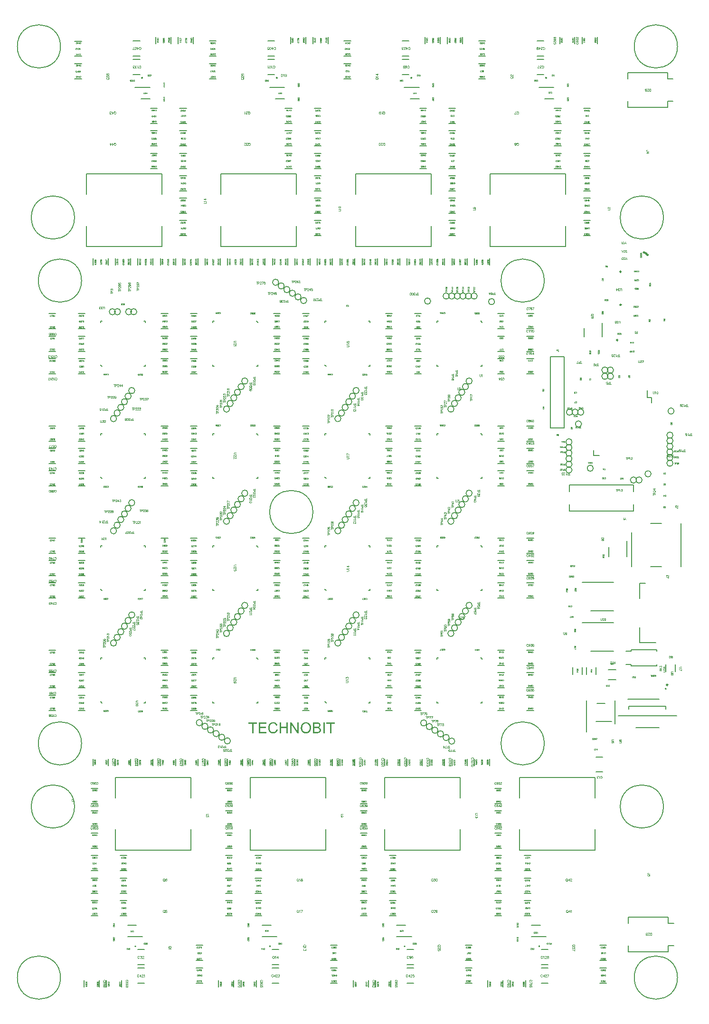
<source format=gto>
%FSLAX44Y44*%
%MOMM*%
G71*
G01*
G75*
G04 Layer_Color=65535*
%ADD10C,0.5000*%
G04:AMPARAMS|DCode=11|XSize=1mm|YSize=0.95mm|CornerRadius=0.1995mm|HoleSize=0mm|Usage=FLASHONLY|Rotation=180.000|XOffset=0mm|YOffset=0mm|HoleType=Round|Shape=RoundedRectangle|*
%AMROUNDEDRECTD11*
21,1,1.0000,0.5510,0,0,180.0*
21,1,0.6010,0.9500,0,0,180.0*
1,1,0.3990,-0.3005,0.2755*
1,1,0.3990,0.3005,0.2755*
1,1,0.3990,0.3005,-0.2755*
1,1,0.3990,-0.3005,-0.2755*
%
%ADD11ROUNDEDRECTD11*%
G04:AMPARAMS|DCode=12|XSize=1mm|YSize=0.95mm|CornerRadius=0.1995mm|HoleSize=0mm|Usage=FLASHONLY|Rotation=270.000|XOffset=0mm|YOffset=0mm|HoleType=Round|Shape=RoundedRectangle|*
%AMROUNDEDRECTD12*
21,1,1.0000,0.5510,0,0,270.0*
21,1,0.6010,0.9500,0,0,270.0*
1,1,0.3990,-0.2755,-0.3005*
1,1,0.3990,-0.2755,0.3005*
1,1,0.3990,0.2755,0.3005*
1,1,0.3990,0.2755,-0.3005*
%
%ADD12ROUNDEDRECTD12*%
G04:AMPARAMS|DCode=13|XSize=2.7mm|YSize=1.15mm|CornerRadius=0.2013mm|HoleSize=0mm|Usage=FLASHONLY|Rotation=270.000|XOffset=0mm|YOffset=0mm|HoleType=Round|Shape=RoundedRectangle|*
%AMROUNDEDRECTD13*
21,1,2.7000,0.7475,0,0,270.0*
21,1,2.2975,1.1500,0,0,270.0*
1,1,0.4025,-0.3738,-1.1487*
1,1,0.4025,-0.3738,1.1487*
1,1,0.4025,0.3738,1.1487*
1,1,0.4025,0.3738,-1.1487*
%
%ADD13ROUNDEDRECTD13*%
G04:AMPARAMS|DCode=14|XSize=1.45mm|YSize=1.15mm|CornerRadius=0.2013mm|HoleSize=0mm|Usage=FLASHONLY|Rotation=90.000|XOffset=0mm|YOffset=0mm|HoleType=Round|Shape=RoundedRectangle|*
%AMROUNDEDRECTD14*
21,1,1.4500,0.7475,0,0,90.0*
21,1,1.0475,1.1500,0,0,90.0*
1,1,0.4025,0.3738,0.5238*
1,1,0.4025,0.3738,-0.5238*
1,1,0.4025,-0.3738,-0.5238*
1,1,0.4025,-0.3738,0.5238*
%
%ADD14ROUNDEDRECTD14*%
G04:AMPARAMS|DCode=15|XSize=0.62mm|YSize=0.62mm|CornerRadius=0.1488mm|HoleSize=0mm|Usage=FLASHONLY|Rotation=180.000|XOffset=0mm|YOffset=0mm|HoleType=Round|Shape=RoundedRectangle|*
%AMROUNDEDRECTD15*
21,1,0.6200,0.3224,0,0,180.0*
21,1,0.3224,0.6200,0,0,180.0*
1,1,0.2976,-0.1612,0.1612*
1,1,0.2976,0.1612,0.1612*
1,1,0.2976,0.1612,-0.1612*
1,1,0.2976,-0.1612,-0.1612*
%
%ADD15ROUNDEDRECTD15*%
G04:AMPARAMS|DCode=16|XSize=2.7mm|YSize=1.15mm|CornerRadius=0.2013mm|HoleSize=0mm|Usage=FLASHONLY|Rotation=0.000|XOffset=0mm|YOffset=0mm|HoleType=Round|Shape=RoundedRectangle|*
%AMROUNDEDRECTD16*
21,1,2.7000,0.7475,0,0,0.0*
21,1,2.2975,1.1500,0,0,0.0*
1,1,0.4025,1.1487,-0.3738*
1,1,0.4025,-1.1487,-0.3738*
1,1,0.4025,-1.1487,0.3738*
1,1,0.4025,1.1487,0.3738*
%
%ADD16ROUNDEDRECTD16*%
G04:AMPARAMS|DCode=17|XSize=1.45mm|YSize=1.15mm|CornerRadius=0.2013mm|HoleSize=0mm|Usage=FLASHONLY|Rotation=0.000|XOffset=0mm|YOffset=0mm|HoleType=Round|Shape=RoundedRectangle|*
%AMROUNDEDRECTD17*
21,1,1.4500,0.7475,0,0,0.0*
21,1,1.0475,1.1500,0,0,0.0*
1,1,0.4025,0.5238,-0.3738*
1,1,0.4025,-0.5238,-0.3738*
1,1,0.4025,-0.5238,0.3738*
1,1,0.4025,0.5238,0.3738*
%
%ADD17ROUNDEDRECTD17*%
G04:AMPARAMS|DCode=18|XSize=1.2mm|YSize=1.2mm|CornerRadius=0.198mm|HoleSize=0mm|Usage=FLASHONLY|Rotation=180.000|XOffset=0mm|YOffset=0mm|HoleType=Round|Shape=RoundedRectangle|*
%AMROUNDEDRECTD18*
21,1,1.2000,0.8040,0,0,180.0*
21,1,0.8040,1.2000,0,0,180.0*
1,1,0.3960,-0.4020,0.4020*
1,1,0.3960,0.4020,0.4020*
1,1,0.3960,0.4020,-0.4020*
1,1,0.3960,-0.4020,-0.4020*
%
%ADD18ROUNDEDRECTD18*%
G04:AMPARAMS|DCode=19|XSize=1.45mm|YSize=0.5mm|CornerRadius=0.2mm|HoleSize=0mm|Usage=FLASHONLY|Rotation=270.000|XOffset=0mm|YOffset=0mm|HoleType=Round|Shape=RoundedRectangle|*
%AMROUNDEDRECTD19*
21,1,1.4500,0.1000,0,0,270.0*
21,1,1.0500,0.5000,0,0,270.0*
1,1,0.4000,-0.0500,-0.5250*
1,1,0.4000,-0.0500,0.5250*
1,1,0.4000,0.0500,0.5250*
1,1,0.4000,0.0500,-0.5250*
%
%ADD19ROUNDEDRECTD19*%
G04:AMPARAMS|DCode=20|XSize=2.5mm|YSize=1.7mm|CornerRadius=0.204mm|HoleSize=0mm|Usage=FLASHONLY|Rotation=0.000|XOffset=0mm|YOffset=0mm|HoleType=Round|Shape=RoundedRectangle|*
%AMROUNDEDRECTD20*
21,1,2.5000,1.2920,0,0,0.0*
21,1,2.0920,1.7000,0,0,0.0*
1,1,0.4080,1.0460,-0.6460*
1,1,0.4080,-1.0460,-0.6460*
1,1,0.4080,-1.0460,0.6460*
1,1,0.4080,1.0460,0.6460*
%
%ADD20ROUNDEDRECTD20*%
G04:AMPARAMS|DCode=21|XSize=0.65mm|YSize=0.5mm|CornerRadius=0.2mm|HoleSize=0mm|Usage=FLASHONLY|Rotation=180.000|XOffset=0mm|YOffset=0mm|HoleType=Round|Shape=RoundedRectangle|*
%AMROUNDEDRECTD21*
21,1,0.6500,0.1000,0,0,180.0*
21,1,0.2500,0.5000,0,0,180.0*
1,1,0.4000,-0.1250,0.0500*
1,1,0.4000,0.1250,0.0500*
1,1,0.4000,0.1250,-0.0500*
1,1,0.4000,-0.1250,-0.0500*
%
%ADD21ROUNDEDRECTD21*%
G04:AMPARAMS|DCode=22|XSize=3.3mm|YSize=2.5mm|CornerRadius=0.2mm|HoleSize=0mm|Usage=FLASHONLY|Rotation=270.000|XOffset=0mm|YOffset=0mm|HoleType=Round|Shape=RoundedRectangle|*
%AMROUNDEDRECTD22*
21,1,3.3000,2.1000,0,0,270.0*
21,1,2.9000,2.5000,0,0,270.0*
1,1,0.4000,-1.0500,-1.4500*
1,1,0.4000,-1.0500,1.4500*
1,1,0.4000,1.0500,1.4500*
1,1,0.4000,1.0500,-1.4500*
%
%ADD22ROUNDEDRECTD22*%
%ADD23C,1.0000*%
G04:AMPARAMS|DCode=24|XSize=2.5mm|YSize=2mm|CornerRadius=0.2mm|HoleSize=0mm|Usage=FLASHONLY|Rotation=180.000|XOffset=0mm|YOffset=0mm|HoleType=Round|Shape=RoundedRectangle|*
%AMROUNDEDRECTD24*
21,1,2.5000,1.6000,0,0,180.0*
21,1,2.1000,2.0000,0,0,180.0*
1,1,0.4000,-1.0500,0.8000*
1,1,0.4000,1.0500,0.8000*
1,1,0.4000,1.0500,-0.8000*
1,1,0.4000,-1.0500,-0.8000*
%
%ADD24ROUNDEDRECTD24*%
G04:AMPARAMS|DCode=25|XSize=2.3mm|YSize=0.5mm|CornerRadius=0.2mm|HoleSize=0mm|Usage=FLASHONLY|Rotation=180.000|XOffset=0mm|YOffset=0mm|HoleType=Round|Shape=RoundedRectangle|*
%AMROUNDEDRECTD25*
21,1,2.3000,0.1000,0,0,180.0*
21,1,1.9000,0.5000,0,0,180.0*
1,1,0.4000,-0.9500,0.0500*
1,1,0.4000,0.9500,0.0500*
1,1,0.4000,0.9500,-0.0500*
1,1,0.4000,-0.9500,-0.0500*
%
%ADD25ROUNDEDRECTD25*%
G04:AMPARAMS|DCode=26|XSize=5.1mm|YSize=4.35mm|CornerRadius=0.1958mm|HoleSize=0mm|Usage=FLASHONLY|Rotation=270.000|XOffset=0mm|YOffset=0mm|HoleType=Round|Shape=RoundedRectangle|*
%AMROUNDEDRECTD26*
21,1,5.1000,3.9585,0,0,270.0*
21,1,4.7085,4.3500,0,0,270.0*
1,1,0.3915,-1.9792,-2.3542*
1,1,0.3915,-1.9792,2.3542*
1,1,0.3915,1.9792,2.3542*
1,1,0.3915,1.9792,-2.3542*
%
%ADD26ROUNDEDRECTD26*%
%ADD27O,0.6000X1.4000*%
%ADD28O,1.4000X0.6000*%
G04:AMPARAMS|DCode=29|XSize=1.05mm|YSize=0.65mm|CornerRadius=0.2015mm|HoleSize=0mm|Usage=FLASHONLY|Rotation=270.000|XOffset=0mm|YOffset=0mm|HoleType=Round|Shape=RoundedRectangle|*
%AMROUNDEDRECTD29*
21,1,1.0500,0.2470,0,0,270.0*
21,1,0.6470,0.6500,0,0,270.0*
1,1,0.4030,-0.1235,-0.3235*
1,1,0.4030,-0.1235,0.3235*
1,1,0.4030,0.1235,0.3235*
1,1,0.4030,0.1235,-0.3235*
%
%ADD29ROUNDEDRECTD29*%
G04:AMPARAMS|DCode=30|XSize=1mm|YSize=0.9mm|CornerRadius=0.198mm|HoleSize=0mm|Usage=FLASHONLY|Rotation=270.000|XOffset=0mm|YOffset=0mm|HoleType=Round|Shape=RoundedRectangle|*
%AMROUNDEDRECTD30*
21,1,1.0000,0.5040,0,0,270.0*
21,1,0.6040,0.9000,0,0,270.0*
1,1,0.3960,-0.2520,-0.3020*
1,1,0.3960,-0.2520,0.3020*
1,1,0.3960,0.2520,0.3020*
1,1,0.3960,0.2520,-0.3020*
%
%ADD30ROUNDEDRECTD30*%
G04:AMPARAMS|DCode=31|XSize=1mm|YSize=0.9mm|CornerRadius=0.198mm|HoleSize=0mm|Usage=FLASHONLY|Rotation=180.000|XOffset=0mm|YOffset=0mm|HoleType=Round|Shape=RoundedRectangle|*
%AMROUNDEDRECTD31*
21,1,1.0000,0.5040,0,0,180.0*
21,1,0.6040,0.9000,0,0,180.0*
1,1,0.3960,-0.3020,0.2520*
1,1,0.3960,0.3020,0.2520*
1,1,0.3960,0.3020,-0.2520*
1,1,0.3960,-0.3020,-0.2520*
%
%ADD31ROUNDEDRECTD31*%
G04:AMPARAMS|DCode=32|XSize=1.75mm|YSize=1.05mm|CornerRadius=0.1995mm|HoleSize=0mm|Usage=FLASHONLY|Rotation=270.000|XOffset=0mm|YOffset=0mm|HoleType=Round|Shape=RoundedRectangle|*
%AMROUNDEDRECTD32*
21,1,1.7500,0.6510,0,0,270.0*
21,1,1.3510,1.0500,0,0,270.0*
1,1,0.3990,-0.3255,-0.6755*
1,1,0.3990,-0.3255,0.6755*
1,1,0.3990,0.3255,0.6755*
1,1,0.3990,0.3255,-0.6755*
%
%ADD32ROUNDEDRECTD32*%
G04:AMPARAMS|DCode=33|XSize=1.75mm|YSize=1.05mm|CornerRadius=0.1995mm|HoleSize=0mm|Usage=FLASHONLY|Rotation=180.000|XOffset=0mm|YOffset=0mm|HoleType=Round|Shape=RoundedRectangle|*
%AMROUNDEDRECTD33*
21,1,1.7500,0.6510,0,0,180.0*
21,1,1.3510,1.0500,0,0,180.0*
1,1,0.3990,-0.6755,0.3255*
1,1,0.3990,0.6755,0.3255*
1,1,0.3990,0.6755,-0.3255*
1,1,0.3990,-0.6755,-0.3255*
%
%ADD33ROUNDEDRECTD33*%
G04:AMPARAMS|DCode=34|XSize=1.1mm|YSize=0.55mm|CornerRadius=0.2008mm|HoleSize=0mm|Usage=FLASHONLY|Rotation=180.000|XOffset=0mm|YOffset=0mm|HoleType=Round|Shape=RoundedRectangle|*
%AMROUNDEDRECTD34*
21,1,1.1000,0.1485,0,0,180.0*
21,1,0.6985,0.5500,0,0,180.0*
1,1,0.4015,-0.3493,0.0743*
1,1,0.4015,0.3493,0.0743*
1,1,0.4015,0.3493,-0.0743*
1,1,0.4015,-0.3493,-0.0743*
%
%ADD34ROUNDEDRECTD34*%
%ADD35O,0.6000X1.5500*%
G04:AMPARAMS|DCode=36|XSize=9.1mm|YSize=8.65mm|CornerRadius=0.2163mm|HoleSize=0mm|Usage=FLASHONLY|Rotation=0.000|XOffset=0mm|YOffset=0mm|HoleType=Round|Shape=RoundedRectangle|*
%AMROUNDEDRECTD36*
21,1,9.1000,8.2175,0,0,0.0*
21,1,8.6675,8.6500,0,0,0.0*
1,1,0.4325,4.3338,-4.1087*
1,1,0.4325,-4.3338,-4.1087*
1,1,0.4325,-4.3338,4.1087*
1,1,0.4325,4.3338,4.1087*
%
%ADD36ROUNDEDRECTD36*%
G04:AMPARAMS|DCode=37|XSize=3.75mm|YSize=1.05mm|CornerRadius=0.1995mm|HoleSize=0mm|Usage=FLASHONLY|Rotation=270.000|XOffset=0mm|YOffset=0mm|HoleType=Round|Shape=RoundedRectangle|*
%AMROUNDEDRECTD37*
21,1,3.7500,0.6510,0,0,270.0*
21,1,3.3510,1.0500,0,0,270.0*
1,1,0.3990,-0.3255,-1.6755*
1,1,0.3990,-0.3255,1.6755*
1,1,0.3990,0.3255,1.6755*
1,1,0.3990,0.3255,-1.6755*
%
%ADD37ROUNDEDRECTD37*%
G04:AMPARAMS|DCode=38|XSize=6.45mm|YSize=6mm|CornerRadius=0.21mm|HoleSize=0mm|Usage=FLASHONLY|Rotation=270.000|XOffset=0mm|YOffset=0mm|HoleType=Round|Shape=RoundedRectangle|*
%AMROUNDEDRECTD38*
21,1,6.4500,5.5800,0,0,270.0*
21,1,6.0300,6.0000,0,0,270.0*
1,1,0.4200,-2.7900,-3.0150*
1,1,0.4200,-2.7900,3.0150*
1,1,0.4200,2.7900,3.0150*
1,1,0.4200,2.7900,-3.0150*
%
%ADD38ROUNDEDRECTD38*%
G04:AMPARAMS|DCode=39|XSize=2.85mm|YSize=1mm|CornerRadius=0.2mm|HoleSize=0mm|Usage=FLASHONLY|Rotation=270.000|XOffset=0mm|YOffset=0mm|HoleType=Round|Shape=RoundedRectangle|*
%AMROUNDEDRECTD39*
21,1,2.8500,0.6000,0,0,270.0*
21,1,2.4500,1.0000,0,0,270.0*
1,1,0.4000,-0.3000,-1.2250*
1,1,0.4000,-0.3000,1.2250*
1,1,0.4000,0.3000,1.2250*
1,1,0.4000,0.3000,-1.2250*
%
%ADD39ROUNDEDRECTD39*%
%ADD40O,1.5500X0.6000*%
%ADD41O,0.3000X1.5000*%
%ADD42O,1.5000X0.3000*%
%ADD43O,0.8500X0.2500*%
%ADD44C,0.2000*%
%ADD45R,0.2000X0.5500*%
G04:AMPARAMS|DCode=46|XSize=4.9mm|YSize=1.6mm|CornerRadius=0.2mm|HoleSize=0mm|Usage=FLASHONLY|Rotation=0.000|XOffset=0mm|YOffset=0mm|HoleType=Round|Shape=RoundedRectangle|*
%AMROUNDEDRECTD46*
21,1,4.9000,1.2000,0,0,0.0*
21,1,4.5000,1.6000,0,0,0.0*
1,1,0.4000,2.2500,-0.6000*
1,1,0.4000,-2.2500,-0.6000*
1,1,0.4000,-2.2500,0.6000*
1,1,0.4000,2.2500,0.6000*
%
%ADD46ROUNDEDRECTD46*%
G04:AMPARAMS|DCode=47|XSize=1.75mm|YSize=1.4mm|CornerRadius=0.203mm|HoleSize=0mm|Usage=FLASHONLY|Rotation=90.000|XOffset=0mm|YOffset=0mm|HoleType=Round|Shape=RoundedRectangle|*
%AMROUNDEDRECTD47*
21,1,1.7500,0.9940,0,0,90.0*
21,1,1.3440,1.4000,0,0,90.0*
1,1,0.4060,0.4970,0.6720*
1,1,0.4060,0.4970,-0.6720*
1,1,0.4060,-0.4970,-0.6720*
1,1,0.4060,-0.4970,0.6720*
%
%ADD47ROUNDEDRECTD47*%
G04:AMPARAMS|DCode=48|XSize=1.4mm|YSize=1.2mm|CornerRadius=0.198mm|HoleSize=0mm|Usage=FLASHONLY|Rotation=90.000|XOffset=0mm|YOffset=0mm|HoleType=Round|Shape=RoundedRectangle|*
%AMROUNDEDRECTD48*
21,1,1.4000,0.8040,0,0,90.0*
21,1,1.0040,1.2000,0,0,90.0*
1,1,0.3960,0.4020,0.5020*
1,1,0.3960,0.4020,-0.5020*
1,1,0.3960,-0.4020,-0.5020*
1,1,0.3960,-0.4020,0.5020*
%
%ADD48ROUNDEDRECTD48*%
G04:AMPARAMS|DCode=49|XSize=1.15mm|YSize=1.05mm|CornerRadius=0.1995mm|HoleSize=0mm|Usage=FLASHONLY|Rotation=90.000|XOffset=0mm|YOffset=0mm|HoleType=Round|Shape=RoundedRectangle|*
%AMROUNDEDRECTD49*
21,1,1.1500,0.6510,0,0,90.0*
21,1,0.7510,1.0500,0,0,90.0*
1,1,0.3990,0.3255,0.3755*
1,1,0.3990,0.3255,-0.3755*
1,1,0.3990,-0.3255,-0.3755*
1,1,0.3990,-0.3255,0.3755*
%
%ADD49ROUNDEDRECTD49*%
%ADD50O,0.3000X0.8000*%
%ADD51O,0.8000X0.3000*%
%ADD52R,0.3500X0.3500*%
%ADD53C,0.2500*%
%ADD54C,0.5000*%
%ADD55C,0.4000*%
%ADD56C,0.3000*%
%ADD57C,1.0000*%
%ADD58C,2.0000*%
%ADD59C,0.2000*%
%ADD60C,2.5000*%
%ADD61C,1.8500*%
%ADD62C,1.9000*%
%ADD63C,7.0000*%
%ADD64C,0.6000*%
%ADD65C,5.0000*%
%ADD66C,0.1500*%
%ADD67C,0.0375*%
%ADD68C,0.0425*%
%ADD69C,0.0250*%
G36*
X513405Y485795D02*
X510768D01*
X500718Y500870D01*
Y485795D01*
X498275D01*
Y505006D01*
X500884D01*
X510962Y489903D01*
Y505006D01*
X513405D01*
Y485795D01*
D02*
G37*
G36*
X577702Y502730D02*
X571373D01*
Y485795D01*
X568819D01*
Y502730D01*
X562489D01*
Y505006D01*
X577702D01*
Y502730D01*
D02*
G37*
G36*
X468319Y505312D02*
X468569Y505284D01*
X468875Y505256D01*
X469180Y505228D01*
X469541Y505145D01*
X470290Y504978D01*
X471123Y504729D01*
X471540Y504562D01*
X471928Y504368D01*
X472317Y504118D01*
X472706Y503868D01*
X472734Y503840D01*
X472789Y503812D01*
X472900Y503729D01*
X473039Y503590D01*
X473178Y503451D01*
X473372Y503257D01*
X473566Y503035D01*
X473788Y502813D01*
X474011Y502535D01*
X474233Y502202D01*
X474483Y501869D01*
X474705Y501508D01*
X474899Y501092D01*
X475121Y500675D01*
X475288Y500231D01*
X475454Y499731D01*
X472956Y499148D01*
Y499176D01*
X472928Y499232D01*
X472872Y499343D01*
X472817Y499482D01*
X472761Y499648D01*
X472678Y499870D01*
X472456Y500314D01*
X472178Y500814D01*
X471845Y501314D01*
X471429Y501786D01*
X470985Y502202D01*
X470929Y502258D01*
X470762Y502369D01*
X470485Y502508D01*
X470124Y502702D01*
X469652Y502868D01*
X469124Y503035D01*
X468486Y503146D01*
X467792Y503174D01*
X467570D01*
X467431Y503146D01*
X467237D01*
X467015Y503118D01*
X466487Y503035D01*
X465904Y502924D01*
X465293Y502730D01*
X464655Y502452D01*
X464072Y502091D01*
X464044D01*
X464016Y502036D01*
X463822Y501897D01*
X463572Y501675D01*
X463267Y501342D01*
X462906Y500925D01*
X462573Y500453D01*
X462267Y499870D01*
X461990Y499232D01*
Y499204D01*
X461962Y499148D01*
X461934Y499065D01*
X461906Y498926D01*
X461851Y498760D01*
X461795Y498565D01*
X461712Y498093D01*
X461601Y497538D01*
X461490Y496927D01*
X461434Y496261D01*
X461407Y495539D01*
Y495512D01*
Y495428D01*
Y495289D01*
Y495123D01*
X461434Y494929D01*
Y494679D01*
X461462Y494401D01*
X461490Y494096D01*
X461573Y493429D01*
X461712Y492707D01*
X461879Y491986D01*
X462101Y491264D01*
Y491236D01*
X462128Y491181D01*
X462184Y491097D01*
X462239Y490959D01*
X462406Y490625D01*
X462656Y490237D01*
X462961Y489793D01*
X463350Y489320D01*
X463794Y488904D01*
X464322Y488515D01*
X464349D01*
X464405Y488488D01*
X464488Y488432D01*
X464599Y488377D01*
X464738Y488321D01*
X464905Y488238D01*
X465293Y488071D01*
X465793Y487905D01*
X466348Y487766D01*
X466959Y487655D01*
X467598Y487627D01*
X467792D01*
X467958Y487655D01*
X468153D01*
X468347Y487683D01*
X468847Y487794D01*
X469430Y487932D01*
X470013Y488154D01*
X470624Y488460D01*
X470929Y488627D01*
X471207Y488849D01*
X471234Y488876D01*
X471262Y488904D01*
X471345Y488987D01*
X471456Y489071D01*
X471568Y489210D01*
X471706Y489376D01*
X471873Y489543D01*
X472012Y489765D01*
X472178Y490015D01*
X472373Y490292D01*
X472539Y490570D01*
X472706Y490903D01*
X472845Y491264D01*
X472983Y491653D01*
X473122Y492069D01*
X473233Y492513D01*
X475787Y491875D01*
Y491847D01*
X475760Y491736D01*
X475704Y491569D01*
X475621Y491347D01*
X475538Y491097D01*
X475426Y490792D01*
X475288Y490459D01*
X475121Y490098D01*
X474733Y489320D01*
X474233Y488543D01*
X473927Y488154D01*
X473622Y487766D01*
X473289Y487433D01*
X472900Y487100D01*
X472872Y487072D01*
X472817Y487016D01*
X472678Y486961D01*
X472539Y486850D01*
X472317Y486711D01*
X472095Y486572D01*
X471790Y486433D01*
X471484Y486295D01*
X471123Y486128D01*
X470735Y485989D01*
X470318Y485850D01*
X469874Y485711D01*
X469402Y485600D01*
X468902Y485545D01*
X468375Y485489D01*
X467820Y485462D01*
X467514D01*
X467292Y485489D01*
X467042D01*
X466737Y485517D01*
X466404Y485573D01*
X466015Y485628D01*
X465210Y485767D01*
X464377Y485989D01*
X463544Y486295D01*
X463156Y486489D01*
X462767Y486711D01*
X462739Y486739D01*
X462684Y486766D01*
X462573Y486850D01*
X462462Y486961D01*
X462295Y487072D01*
X462101Y487238D01*
X461879Y487433D01*
X461656Y487655D01*
X461434Y487905D01*
X461185Y488154D01*
X460685Y488793D01*
X460213Y489543D01*
X459796Y490376D01*
Y490403D01*
X459741Y490486D01*
X459713Y490625D01*
X459630Y490792D01*
X459574Y491014D01*
X459491Y491292D01*
X459380Y491597D01*
X459297Y491930D01*
X459213Y492291D01*
X459102Y492707D01*
X458964Y493568D01*
X458853Y494540D01*
X458797Y495539D01*
Y495567D01*
Y495678D01*
Y495845D01*
X458825Y496039D01*
Y496317D01*
X458853Y496594D01*
X458880Y496955D01*
X458936Y497316D01*
X459075Y498121D01*
X459269Y499010D01*
X459547Y499898D01*
X459935Y500759D01*
X459963Y500786D01*
X459991Y500870D01*
X460046Y500981D01*
X460157Y501119D01*
X460268Y501314D01*
X460407Y501536D01*
X460768Y502036D01*
X461240Y502591D01*
X461795Y503146D01*
X462434Y503701D01*
X463183Y504173D01*
X463211Y504201D01*
X463294Y504229D01*
X463405Y504284D01*
X463544Y504368D01*
X463766Y504451D01*
X463988Y504534D01*
X464266Y504645D01*
X464571Y504756D01*
X464905Y504867D01*
X465266Y504978D01*
X466043Y505145D01*
X466931Y505284D01*
X467847Y505339D01*
X468125D01*
X468319Y505312D01*
D02*
G37*
G36*
X494055Y485795D02*
X491501D01*
Y494845D01*
X481562D01*
Y485795D01*
X479008D01*
Y505006D01*
X481562D01*
Y497122D01*
X491501D01*
Y505006D01*
X494055D01*
Y485795D01*
D02*
G37*
G36*
X559435D02*
X556881D01*
Y505006D01*
X559435D01*
Y485795D01*
D02*
G37*
G36*
X439002Y502730D02*
X432673D01*
Y485795D01*
X430119D01*
Y502730D01*
X423789D01*
Y505006D01*
X439002D01*
Y502730D01*
D02*
G37*
G36*
X526537Y505312D02*
X526787D01*
X527036Y505284D01*
X527370Y505228D01*
X527703Y505173D01*
X528424Y505034D01*
X529257Y504812D01*
X530062Y504479D01*
X530479Y504284D01*
X530895Y504062D01*
X530923Y504035D01*
X530979Y504007D01*
X531090Y503923D01*
X531256Y503840D01*
X531423Y503701D01*
X531645Y503535D01*
X532117Y503146D01*
X532617Y502646D01*
X533172Y502036D01*
X533699Y501314D01*
X534144Y500509D01*
Y500481D01*
X534199Y500398D01*
X534255Y500287D01*
X534310Y500120D01*
X534421Y499898D01*
X534505Y499648D01*
X534616Y499343D01*
X534727Y499010D01*
X534810Y498649D01*
X534921Y498260D01*
X535032Y497816D01*
X535115Y497372D01*
X535226Y496400D01*
X535282Y495345D01*
Y495317D01*
Y495206D01*
Y495067D01*
X535254Y494845D01*
Y494595D01*
X535226Y494290D01*
X535171Y493957D01*
X535143Y493596D01*
X535004Y492791D01*
X534782Y491902D01*
X534477Y491014D01*
X534310Y490570D01*
X534088Y490126D01*
Y490098D01*
X534033Y490015D01*
X533977Y489903D01*
X533866Y489737D01*
X533755Y489543D01*
X533616Y489348D01*
X533227Y488821D01*
X532755Y488266D01*
X532200Y487683D01*
X531534Y487127D01*
X530757Y486628D01*
X530729D01*
X530673Y486572D01*
X530535Y486517D01*
X530368Y486433D01*
X530174Y486350D01*
X529952Y486267D01*
X529674Y486156D01*
X529369Y486045D01*
X529035Y485933D01*
X528674Y485822D01*
X527869Y485656D01*
X527009Y485517D01*
X526092Y485462D01*
X525815D01*
X525648Y485489D01*
X525398D01*
X525121Y485545D01*
X524815Y485573D01*
X524455Y485628D01*
X523705Y485795D01*
X522900Y486017D01*
X522067Y486350D01*
X521651Y486544D01*
X521234Y486766D01*
X521206Y486794D01*
X521151Y486822D01*
X521040Y486905D01*
X520873Y487016D01*
X520707Y487127D01*
X520512Y487294D01*
X520040Y487710D01*
X519513Y488210D01*
X518958Y488821D01*
X518458Y489515D01*
X517986Y490320D01*
Y490348D01*
X517930Y490431D01*
X517875Y490542D01*
X517819Y490709D01*
X517736Y490931D01*
X517653Y491181D01*
X517542Y491458D01*
X517458Y491764D01*
X517347Y492124D01*
X517236Y492485D01*
X517070Y493318D01*
X516959Y494179D01*
X516903Y495123D01*
Y495151D01*
Y495178D01*
Y495345D01*
X516931Y495595D01*
Y495928D01*
X516987Y496317D01*
X517042Y496789D01*
X517125Y497316D01*
X517236Y497871D01*
X517347Y498454D01*
X517514Y499065D01*
X517736Y499676D01*
X517986Y500314D01*
X518264Y500925D01*
X518624Y501536D01*
X519013Y502091D01*
X519457Y502619D01*
X519485Y502646D01*
X519568Y502730D01*
X519735Y502868D01*
X519929Y503035D01*
X520179Y503257D01*
X520485Y503479D01*
X520845Y503729D01*
X521262Y503979D01*
X521706Y504229D01*
X522206Y504479D01*
X522761Y504701D01*
X523344Y504923D01*
X523983Y505089D01*
X524649Y505228D01*
X525343Y505312D01*
X526092Y505339D01*
X526342D01*
X526537Y505312D01*
D02*
G37*
G36*
X546192Y504978D02*
X546414D01*
X546914Y504923D01*
X547469Y504867D01*
X548052Y504756D01*
X548635Y504618D01*
X549163Y504423D01*
X549191D01*
X549218Y504395D01*
X549385Y504312D01*
X549635Y504173D01*
X549912Y503979D01*
X550246Y503729D01*
X550606Y503424D01*
X550940Y503035D01*
X551245Y502619D01*
X551273Y502563D01*
X551356Y502397D01*
X551495Y502174D01*
X551634Y501841D01*
X551773Y501453D01*
X551911Y501036D01*
X551995Y500564D01*
X552022Y500092D01*
Y500037D01*
Y499898D01*
X551995Y499648D01*
X551939Y499343D01*
X551856Y498982D01*
X551717Y498593D01*
X551550Y498204D01*
X551328Y497788D01*
X551301Y497733D01*
X551217Y497621D01*
X551051Y497399D01*
X550829Y497177D01*
X550551Y496900D01*
X550218Y496594D01*
X549801Y496317D01*
X549329Y496039D01*
X549357D01*
X549413Y496011D01*
X549496Y495984D01*
X549607Y495928D01*
X549940Y495817D01*
X550329Y495623D01*
X550745Y495373D01*
X551217Y495067D01*
X551634Y494706D01*
X552022Y494262D01*
X552050Y494207D01*
X552161Y494040D01*
X552328Y493790D01*
X552494Y493457D01*
X552661Y493013D01*
X552827Y492541D01*
X552939Y491986D01*
X552966Y491375D01*
Y491347D01*
Y491319D01*
Y491153D01*
X552939Y490875D01*
X552883Y490542D01*
X552827Y490153D01*
X552716Y489737D01*
X552578Y489293D01*
X552383Y488849D01*
X552356Y488793D01*
X552272Y488654D01*
X552161Y488460D01*
X551995Y488182D01*
X551773Y487905D01*
X551550Y487599D01*
X551273Y487294D01*
X550967Y487044D01*
X550940Y487016D01*
X550829Y486933D01*
X550634Y486822D01*
X550384Y486711D01*
X550079Y486544D01*
X549718Y486378D01*
X549329Y486239D01*
X548857Y486100D01*
X548802D01*
X548635Y486045D01*
X548358Y486017D01*
X547997Y485961D01*
X547553Y485906D01*
X547025Y485850D01*
X546442Y485822D01*
X545776Y485795D01*
X538447D01*
Y505006D01*
X545998D01*
X546192Y504978D01*
D02*
G37*
G36*
X455577Y502730D02*
X444222D01*
Y496872D01*
X454855D01*
Y494595D01*
X444222D01*
Y488071D01*
X456021D01*
Y485795D01*
X441668D01*
Y505006D01*
X455577D01*
Y502730D01*
D02*
G37*
G36*
X943148Y107148D02*
X943624Y106000D01*
X943148Y104852D01*
X942000Y104376D01*
X940852Y104852D01*
X940376Y106000D01*
X940852Y107148D01*
X942000Y107624D01*
X943148Y107148D01*
D02*
G37*
G36*
X475148Y1655148D02*
X475624Y1654000D01*
X475148Y1652852D01*
X474000Y1652376D01*
X472852Y1652852D01*
X472376Y1654000D01*
X472852Y1655148D01*
X474000Y1655624D01*
X475148Y1655148D01*
D02*
G37*
G36*
X235148D02*
X235624Y1654000D01*
X235148Y1652852D01*
X234000Y1652376D01*
X232852Y1652852D01*
X232376Y1654000D01*
X232852Y1655148D01*
X234000Y1655624D01*
X235148Y1655148D01*
D02*
G37*
G36*
X1168648Y566148D02*
X1169124Y565000D01*
X1168648Y563852D01*
X1167500Y563376D01*
X1166352Y563852D01*
X1165876Y565000D01*
X1166352Y566148D01*
X1167500Y566624D01*
X1168648Y566148D01*
D02*
G37*
G36*
X715148Y1655148D02*
X715624Y1654000D01*
X715148Y1652852D01*
X714000Y1652376D01*
X712852Y1652852D01*
X712376Y1654000D01*
X712852Y1655148D01*
X714000Y1655624D01*
X715148Y1655148D01*
D02*
G37*
G36*
X463148Y107148D02*
X463624Y106000D01*
X463148Y104852D01*
X462000Y104376D01*
X460852Y104852D01*
X460376Y106000D01*
X460852Y107148D01*
X462000Y107624D01*
X463148Y107148D01*
D02*
G37*
G36*
X223148D02*
X223624Y106000D01*
X223148Y104852D01*
X222000Y104376D01*
X220852Y104852D01*
X220376Y106000D01*
X220852Y107148D01*
X222000Y107624D01*
X223148Y107148D01*
D02*
G37*
G36*
X703148D02*
X703624Y106000D01*
X703148Y104852D01*
X702000Y104376D01*
X700852Y104852D01*
X700376Y106000D01*
X700852Y107148D01*
X702000Y107624D01*
X703148Y107148D01*
D02*
G37*
G36*
X955148Y1655148D02*
X955624Y1654000D01*
X955148Y1652852D01*
X954000Y1652376D01*
X952852Y1652852D01*
X952376Y1654000D01*
X952852Y1655148D01*
X954000Y1655624D01*
X955148Y1655148D01*
D02*
G37*
%LPC*%
G36*
X545554Y502730D02*
X541001D01*
Y496955D01*
X545720D01*
X546081Y496983D01*
X546470Y497011D01*
X546859Y497038D01*
X547247Y497094D01*
X547553Y497150D01*
X547608Y497177D01*
X547719Y497205D01*
X547886Y497288D01*
X548108Y497399D01*
X548330Y497510D01*
X548580Y497677D01*
X548830Y497899D01*
X549024Y498121D01*
X549052Y498149D01*
X549107Y498232D01*
X549191Y498399D01*
X549274Y498593D01*
X549357Y498815D01*
X549440Y499093D01*
X549496Y499426D01*
X549524Y499787D01*
Y499842D01*
Y499953D01*
X549496Y500120D01*
X549468Y500342D01*
X549413Y500620D01*
X549329Y500897D01*
X549218Y501175D01*
X549052Y501453D01*
X549024Y501480D01*
X548969Y501564D01*
X548857Y501702D01*
X548719Y501841D01*
X548524Y502008D01*
X548302Y502174D01*
X548025Y502341D01*
X547719Y502452D01*
X547691D01*
X547553Y502508D01*
X547358Y502535D01*
X547053Y502591D01*
X546637Y502646D01*
X546165Y502674D01*
X545554Y502730D01*
D02*
G37*
G36*
X546054Y494679D02*
X541001D01*
Y488071D01*
X546470D01*
X547053Y488099D01*
X547303Y488127D01*
X547525Y488154D01*
X547553D01*
X547664Y488182D01*
X547830Y488210D01*
X548025Y488266D01*
X548497Y488432D01*
X548969Y488654D01*
X548996Y488682D01*
X549080Y488737D01*
X549191Y488821D01*
X549329Y488932D01*
X549468Y489098D01*
X549663Y489265D01*
X549801Y489487D01*
X549968Y489737D01*
X549996Y489765D01*
X550023Y489848D01*
X550079Y490015D01*
X550162Y490209D01*
X550246Y490431D01*
X550301Y490709D01*
X550329Y491042D01*
X550357Y491375D01*
Y491431D01*
Y491541D01*
X550329Y491764D01*
X550273Y492014D01*
X550218Y492291D01*
X550107Y492597D01*
X549968Y492902D01*
X549774Y493207D01*
X549746Y493235D01*
X549663Y493346D01*
X549552Y493485D01*
X549385Y493651D01*
X549163Y493846D01*
X548885Y494040D01*
X548580Y494207D01*
X548219Y494346D01*
X548163Y494373D01*
X548052Y494401D01*
X547803Y494456D01*
X547497Y494512D01*
X547108Y494568D01*
X546637Y494623D01*
X546054Y494679D01*
D02*
G37*
G36*
X526092Y503146D02*
X525843D01*
X525648Y503118D01*
X525398Y503091D01*
X525149Y503035D01*
X524843Y502980D01*
X524510Y502924D01*
X523788Y502702D01*
X523400Y502535D01*
X523011Y502369D01*
X522594Y502147D01*
X522206Y501897D01*
X521817Y501619D01*
X521456Y501286D01*
X521428Y501258D01*
X521373Y501203D01*
X521290Y501092D01*
X521151Y500925D01*
X521012Y500731D01*
X520845Y500481D01*
X520679Y500176D01*
X520485Y499815D01*
X520318Y499426D01*
X520124Y498954D01*
X519957Y498454D01*
X519818Y497899D01*
X519679Y497288D01*
X519596Y496594D01*
X519541Y495872D01*
X519513Y495095D01*
Y495067D01*
Y494956D01*
Y494762D01*
X519541Y494512D01*
X519568Y494234D01*
X519624Y493901D01*
X519679Y493513D01*
X519735Y493124D01*
X519957Y492236D01*
X520124Y491791D01*
X520290Y491319D01*
X520512Y490875D01*
X520762Y490431D01*
X521040Y490015D01*
X521373Y489626D01*
X521401Y489598D01*
X521456Y489543D01*
X521567Y489432D01*
X521706Y489320D01*
X521900Y489154D01*
X522122Y488987D01*
X522372Y488821D01*
X522650Y488627D01*
X522983Y488432D01*
X523344Y488266D01*
X523733Y488099D01*
X524149Y487932D01*
X524593Y487821D01*
X525038Y487710D01*
X525537Y487655D01*
X526065Y487627D01*
X526204D01*
X526342Y487655D01*
X526537D01*
X526787Y487683D01*
X527064Y487738D01*
X527397Y487794D01*
X527730Y487877D01*
X528119Y487988D01*
X528480Y488127D01*
X528896Y488266D01*
X529285Y488460D01*
X529674Y488710D01*
X530062Y488960D01*
X530451Y489265D01*
X530812Y489626D01*
X530840Y489654D01*
X530895Y489709D01*
X530979Y489848D01*
X531118Y490015D01*
X531256Y490209D01*
X531395Y490459D01*
X531562Y490764D01*
X531756Y491097D01*
X531923Y491486D01*
X532089Y491930D01*
X532228Y492402D01*
X532394Y492902D01*
X532506Y493457D01*
X532589Y494068D01*
X532644Y494706D01*
X532672Y495373D01*
Y495401D01*
Y495484D01*
Y495595D01*
Y495761D01*
X532644Y495956D01*
Y496206D01*
X532617Y496455D01*
X532561Y496761D01*
X532478Y497399D01*
X532339Y498066D01*
X532145Y498787D01*
X531867Y499454D01*
Y499482D01*
X531839Y499537D01*
X531784Y499620D01*
X531728Y499731D01*
X531534Y500065D01*
X531284Y500453D01*
X530951Y500897D01*
X530535Y501342D01*
X530062Y501786D01*
X529535Y502174D01*
X529507D01*
X529479Y502230D01*
X529396Y502258D01*
X529257Y502341D01*
X529119Y502397D01*
X528952Y502480D01*
X528536Y502674D01*
X528036Y502841D01*
X527453Y503007D01*
X526787Y503118D01*
X526092Y503146D01*
D02*
G37*
%LPD*%
D53*
X1171250Y572000D02*
G03*
X1171250Y572000I-1250J0D01*
G01*
X1082250Y1186500D02*
G03*
X1082250Y1186500I-1250J0D01*
G01*
X1088250Y1308500D02*
G03*
X1088250Y1308500I-1250J0D01*
G01*
Y1249500D02*
G03*
X1088250Y1249500I-1250J0D01*
G01*
X1130125Y1342875D02*
G03*
X1130125Y1342875I-1250J0D01*
G01*
X1133625Y1340875D02*
G03*
X1133625Y1340875I-1250J0D01*
G01*
X1136125Y1338375D02*
G03*
X1136125Y1338375I-1250J0D01*
G01*
D66*
X862500Y1255000D02*
G03*
X862500Y1255000I-5500J0D01*
G01*
X741500Y504000D02*
G03*
X741500Y504000I-5500J0D01*
G01*
X751500Y497500D02*
G03*
X751500Y497500I-5500J0D01*
G01*
X761500Y491000D02*
G03*
X761500Y491000I-5500J0D01*
G01*
X771500Y484500D02*
G03*
X771500Y484500I-5500J0D01*
G01*
X781500Y478000D02*
G03*
X781500Y478000I-5500J0D01*
G01*
X791500Y471500D02*
G03*
X791500Y471500I-5500J0D01*
G01*
X1064500Y1133000D02*
G03*
X1064500Y1133000I-5500J0D01*
G01*
X790000Y663500D02*
G03*
X790000Y663500I-5500J0D01*
G01*
X796500Y673500D02*
G03*
X796500Y673500I-5500J0D01*
G01*
X1064500Y1122000D02*
G03*
X1064500Y1122000I-5500J0D01*
G01*
X803000Y683500D02*
G03*
X803000Y683500I-5500J0D01*
G01*
X809500Y693500D02*
G03*
X809500Y693500I-5500J0D01*
G01*
X816000Y703500D02*
G03*
X816000Y703500I-5500J0D01*
G01*
X822500Y713500D02*
G03*
X822500Y713500I-5500J0D01*
G01*
X1074500Y1122000D02*
G03*
X1074500Y1122000I-5500J0D01*
G01*
X790000Y863500D02*
G03*
X790000Y863500I-5500J0D01*
G01*
X796500Y873500D02*
G03*
X796500Y873500I-5500J0D01*
G01*
X803000Y883500D02*
G03*
X803000Y883500I-5500J0D01*
G01*
X809500Y893500D02*
G03*
X809500Y893500I-5500J0D01*
G01*
X816000Y903500D02*
G03*
X816000Y903500I-5500J0D01*
G01*
X822500Y913500D02*
G03*
X822500Y913500I-5500J0D01*
G01*
X390000Y1063500D02*
G03*
X390000Y1063500I-5500J0D01*
G01*
X748500Y1256000D02*
G03*
X748500Y1256000I-5500J0D01*
G01*
X186500Y1237000D02*
G03*
X186500Y1237000I-5500J0D01*
G01*
X224500D02*
G03*
X224500Y1237000I-5500J0D01*
G01*
X215500D02*
G03*
X215500Y1237000I-5500J0D01*
G01*
X195500D02*
G03*
X195500Y1237000I-5500J0D01*
G01*
X477500Y1289500D02*
G03*
X477500Y1289500I-5500J0D01*
G01*
X796500Y1073500D02*
G03*
X796500Y1073500I-5500J0D01*
G01*
X487500Y1283000D02*
G03*
X487500Y1283000I-5500J0D01*
G01*
X803000Y1083500D02*
G03*
X803000Y1083500I-5500J0D01*
G01*
X1180500Y997000D02*
G03*
X1180500Y997000I-5500J0D01*
G01*
X497500Y1276500D02*
G03*
X497500Y1276500I-5500J0D01*
G01*
X507500Y1270000D02*
G03*
X507500Y1270000I-5500J0D01*
G01*
X221000Y1096500D02*
G03*
X221000Y1096500I-5500J0D01*
G01*
Y896500D02*
G03*
X221000Y896500I-5500J0D01*
G01*
Y696500D02*
G03*
X221000Y696500I-5500J0D01*
G01*
X341500Y504500D02*
G03*
X341500Y504500I-5500J0D01*
G01*
X390000Y663500D02*
G03*
X390000Y663500I-5500J0D01*
G01*
X1141500Y948000D02*
G03*
X1141500Y948000I-5500J0D01*
G01*
X390000Y863500D02*
G03*
X390000Y863500I-5500J0D01*
G01*
X517500Y1263500D02*
G03*
X517500Y1263500I-5500J0D01*
G01*
X214500Y1086500D02*
G03*
X214500Y1086500I-5500J0D01*
G01*
Y886500D02*
G03*
X214500Y886500I-5500J0D01*
G01*
Y686500D02*
G03*
X214500Y686500I-5500J0D01*
G01*
X351500Y498000D02*
G03*
X351500Y498000I-5500J0D01*
G01*
X396500Y673500D02*
G03*
X396500Y673500I-5500J0D01*
G01*
Y873500D02*
G03*
X396500Y873500I-5500J0D01*
G01*
Y1073500D02*
G03*
X396500Y1073500I-5500J0D01*
G01*
X527500Y1257000D02*
G03*
X527500Y1257000I-5500J0D01*
G01*
X1180500Y967000D02*
G03*
X1180500Y967000I-5500J0D01*
G01*
X208000Y1076500D02*
G03*
X208000Y1076500I-5500J0D01*
G01*
Y876500D02*
G03*
X208000Y876500I-5500J0D01*
G01*
Y676500D02*
G03*
X208000Y676500I-5500J0D01*
G01*
X361500Y491500D02*
G03*
X361500Y491500I-5500J0D01*
G01*
X403000Y683500D02*
G03*
X403000Y683500I-5500J0D01*
G01*
Y883500D02*
G03*
X403000Y883500I-5500J0D01*
G01*
Y1083500D02*
G03*
X403000Y1083500I-5500J0D01*
G01*
X201500Y1066500D02*
G03*
X201500Y1066500I-5500J0D01*
G01*
Y866500D02*
G03*
X201500Y866500I-5500J0D01*
G01*
Y666500D02*
G03*
X201500Y666500I-5500J0D01*
G01*
X1180500Y977000D02*
G03*
X1180500Y977000I-5500J0D01*
G01*
X371500Y485000D02*
G03*
X371500Y485000I-5500J0D01*
G01*
X409500Y693500D02*
G03*
X409500Y693500I-5500J0D01*
G01*
Y893500D02*
G03*
X409500Y893500I-5500J0D01*
G01*
Y1093500D02*
G03*
X409500Y1093500I-5500J0D01*
G01*
X195000Y1056500D02*
G03*
X195000Y1056500I-5500J0D01*
G01*
Y856500D02*
G03*
X195000Y856500I-5500J0D01*
G01*
Y656500D02*
G03*
X195000Y656500I-5500J0D01*
G01*
X381500Y478500D02*
G03*
X381500Y478500I-5500J0D01*
G01*
X416000Y703500D02*
G03*
X416000Y703500I-5500J0D01*
G01*
Y903500D02*
G03*
X416000Y903500I-5500J0D01*
G01*
X1038500Y958000D02*
G03*
X1038500Y958000I-5500J0D01*
G01*
X416000Y1103500D02*
G03*
X416000Y1103500I-5500J0D01*
G01*
X188500Y1046500D02*
G03*
X188500Y1046500I-5500J0D01*
G01*
Y846500D02*
G03*
X188500Y846500I-5500J0D01*
G01*
Y646500D02*
G03*
X188500Y646500I-5500J0D01*
G01*
X391500Y472000D02*
G03*
X391500Y472000I-5500J0D01*
G01*
X422500Y713500D02*
G03*
X422500Y713500I-5500J0D01*
G01*
Y913500D02*
G03*
X422500Y913500I-5500J0D01*
G01*
Y1113500D02*
G03*
X422500Y1113500I-5500J0D01*
G01*
X1180500Y987000D02*
G03*
X1180500Y987000I-5500J0D01*
G01*
X1000500Y1005000D02*
G03*
X1000500Y1005000I-5500J0D01*
G01*
X1180500Y1007000D02*
G03*
X1180500Y1007000I-5500J0D01*
G01*
Y1017000D02*
G03*
X1180500Y1017000I-5500J0D01*
G01*
X809500Y1093500D02*
G03*
X809500Y1093500I-5500J0D01*
G01*
X816000Y1103500D02*
G03*
X816000Y1103500I-5500J0D01*
G01*
X790000Y1063500D02*
G03*
X790000Y1063500I-5500J0D01*
G01*
X781500Y1265000D02*
G03*
X781500Y1265000I-5500J0D01*
G01*
X822500Y1113500D02*
G03*
X822500Y1113500I-5500J0D01*
G01*
X791500Y1265000D02*
G03*
X791500Y1265000I-5500J0D01*
G01*
X801500D02*
G03*
X801500Y1265000I-5500J0D01*
G01*
X811500D02*
G03*
X811500Y1265000I-5500J0D01*
G01*
X621000Y1096500D02*
G03*
X621000Y1096500I-5500J0D01*
G01*
X1017500Y1037000D02*
G03*
X1017500Y1037000I-5500J0D01*
G01*
X1001500Y1058000D02*
G03*
X1001500Y1058000I-5500J0D01*
G01*
X621000Y896500D02*
G03*
X621000Y896500I-5500J0D01*
G01*
X1115500Y937000D02*
G03*
X1115500Y937000I-5500J0D01*
G01*
X1182500Y1060000D02*
G03*
X1182500Y1060000I-5500J0D01*
G01*
X1074500Y1133000D02*
G03*
X1074500Y1133000I-5500J0D01*
G01*
X1000500Y955000D02*
G03*
X1000500Y955000I-5500J0D01*
G01*
Y965000D02*
G03*
X1000500Y965000I-5500J0D01*
G01*
Y975000D02*
G03*
X1000500Y975000I-5500J0D01*
G01*
Y985000D02*
G03*
X1000500Y985000I-5500J0D01*
G01*
Y995000D02*
G03*
X1000500Y995000I-5500J0D01*
G01*
X621000Y696500D02*
G03*
X621000Y696500I-5500J0D01*
G01*
X821500Y1265000D02*
G03*
X821500Y1265000I-5500J0D01*
G01*
X614500Y1086500D02*
G03*
X614500Y1086500I-5500J0D01*
G01*
X1125500Y937000D02*
G03*
X1125500Y937000I-5500J0D01*
G01*
X614500Y886500D02*
G03*
X614500Y886500I-5500J0D01*
G01*
Y686500D02*
G03*
X614500Y686500I-5500J0D01*
G01*
X831500Y1265000D02*
G03*
X831500Y1265000I-5500J0D01*
G01*
X608000Y1076500D02*
G03*
X608000Y1076500I-5500J0D01*
G01*
Y876500D02*
G03*
X608000Y876500I-5500J0D01*
G01*
Y676500D02*
G03*
X608000Y676500I-5500J0D01*
G01*
X601500Y1066500D02*
G03*
X601500Y1066500I-5500J0D01*
G01*
Y866500D02*
G03*
X601500Y866500I-5500J0D01*
G01*
Y666500D02*
G03*
X601500Y666500I-5500J0D01*
G01*
X595000Y1056500D02*
G03*
X595000Y1056500I-5500J0D01*
G01*
X1011500Y1058000D02*
G03*
X1011500Y1058000I-5500J0D01*
G01*
X595000Y856500D02*
G03*
X595000Y856500I-5500J0D01*
G01*
Y656500D02*
G03*
X595000Y656500I-5500J0D01*
G01*
X588500Y1046500D02*
G03*
X588500Y1046500I-5500J0D01*
G01*
Y846500D02*
G03*
X588500Y846500I-5500J0D01*
G01*
Y646500D02*
G03*
X588500Y646500I-5500J0D01*
G01*
X1021500Y1058000D02*
G03*
X1021500Y1058000I-5500J0D01*
G01*
X126000Y467500D02*
G03*
X126000Y467500I-38500J0D01*
G01*
X1163500Y355000D02*
G03*
X1163500Y355000I-38500J0D01*
G01*
X113500Y1405000D02*
G03*
X113500Y1405000I-38500J0D01*
G01*
X538500Y880000D02*
G03*
X538500Y880000I-38500J0D01*
G01*
X126000Y1292500D02*
G03*
X126000Y1292500I-38500J0D01*
G01*
X951000Y467500D02*
G03*
X951000Y467500I-38500J0D01*
G01*
X1163500Y1405000D02*
G03*
X1163500Y1405000I-38500J0D01*
G01*
X113500Y355000D02*
G03*
X113500Y355000I-38500J0D01*
G01*
X951000Y1292500D02*
G03*
X951000Y1292500I-38500J0D01*
G01*
X88500Y50000D02*
G03*
X88500Y50000I-38500J0D01*
G01*
X1188500D02*
G03*
X1188500Y50000I-38500J0D01*
G01*
X88500Y1710000D02*
G03*
X88500Y1710000I-38500J0D01*
G01*
X1188500D02*
G03*
X1188500Y1710000I-38500J0D01*
G01*
X1043000Y416500D02*
X1055000D01*
X1043000Y443500D02*
X1055000D01*
X226000Y100500D02*
X238000D01*
X226000Y73500D02*
X238000D01*
X330000Y80500D02*
X342000D01*
X330000Y107500D02*
X342000D01*
X143000Y267500D02*
X155000D01*
X143000Y240500D02*
X155000D01*
X143000Y227500D02*
X155000D01*
X143000Y200500D02*
X155000D01*
X938000Y1659500D02*
X950000D01*
X938000Y1686500D02*
X950000D01*
X834000Y1679500D02*
X846000D01*
X834000Y1652500D02*
X846000D01*
X1021000Y1492500D02*
X1033000D01*
X1021000Y1519500D02*
X1033000D01*
X1021000Y1532500D02*
X1033000D01*
X1021000Y1559500D02*
X1033000D01*
X1021000Y1572500D02*
X1033000D01*
X1021000Y1599500D02*
X1033000D01*
X520000Y633500D02*
X532000D01*
X520000Y606500D02*
X532000D01*
X520000Y593500D02*
X532000D01*
X520000Y566500D02*
X532000D01*
X520000Y553500D02*
X532000D01*
X520000Y526500D02*
X532000D01*
X668000D02*
X680000D01*
X668000Y553500D02*
X680000D01*
X668000Y566500D02*
X680000D01*
X668000Y593500D02*
X680000D01*
X668000Y606500D02*
X680000D01*
X668000Y633500D02*
X680000D01*
X868000Y1126500D02*
X880000D01*
X868000Y1153500D02*
X880000D01*
X868000Y1166500D02*
X880000D01*
X868000Y1193500D02*
X880000D01*
X868000Y1206500D02*
X880000D01*
X868000Y1233500D02*
X880000D01*
X720000D02*
X732000D01*
X720000Y1206500D02*
X732000D01*
X466000Y100500D02*
X478000D01*
X466000Y73500D02*
X478000D01*
X570000Y80500D02*
X582000D01*
X570000Y107500D02*
X582000D01*
X383000Y267500D02*
X395000D01*
X383000Y240500D02*
X395000D01*
X383000Y227500D02*
X395000D01*
X383000Y200500D02*
X395000D01*
X383000Y187500D02*
X395000D01*
X383000Y160500D02*
X395000D01*
X698000Y1659500D02*
X710000D01*
X698000Y1686500D02*
X710000D01*
X594000Y1679500D02*
X606000D01*
X594000Y1652500D02*
X606000D01*
X781000Y1492500D02*
X793000D01*
X781000Y1519500D02*
X793000D01*
X781000Y1532500D02*
X793000D01*
X781000Y1559500D02*
X793000D01*
X781000Y1572500D02*
X793000D01*
X781000Y1599500D02*
X793000D01*
X706000Y100500D02*
X718000D01*
X706000Y73500D02*
X718000D01*
X810000Y80500D02*
X822000D01*
X810000Y107500D02*
X822000D01*
X623000Y267500D02*
X635000D01*
X623000Y240500D02*
X635000D01*
X623000Y227500D02*
X635000D01*
X623000Y200500D02*
X635000D01*
X623000Y187500D02*
X635000D01*
X623000Y160500D02*
X635000D01*
X458000Y1659500D02*
X470000D01*
X458000Y1686500D02*
X470000D01*
X354000Y1679500D02*
X366000D01*
X354000Y1652500D02*
X366000D01*
X541000Y1492500D02*
X553000D01*
X541000Y1519500D02*
X553000D01*
X541000Y1532500D02*
X553000D01*
X541000Y1559500D02*
X553000D01*
X541000Y1572500D02*
X553000D01*
X541000Y1599500D02*
X553000D01*
X946000Y100500D02*
X958000D01*
X946000Y73500D02*
X958000D01*
X1050000Y80500D02*
X1062000D01*
X1050000Y107500D02*
X1062000D01*
X863000Y267500D02*
X875000D01*
X863000Y240500D02*
X875000D01*
X863000Y227500D02*
X875000D01*
X863000Y200500D02*
X875000D01*
X863000Y187500D02*
X875000D01*
X863000Y160500D02*
X875000D01*
X218000Y1659500D02*
X230000D01*
X218000Y1686500D02*
X230000D01*
X113919Y1719416D02*
X125919D01*
X113919Y1692416D02*
X125919D01*
X301000Y1492500D02*
X313000D01*
X301000Y1519500D02*
X313000D01*
X301000Y1532500D02*
X313000D01*
X301000Y1559500D02*
X313000D01*
X301000Y1572500D02*
X313000D01*
X301000Y1599500D02*
X313000D01*
X720000Y1193500D02*
X732000D01*
X720000Y1166500D02*
X732000D01*
X720000Y1153500D02*
X732000D01*
X720000Y1126500D02*
X732000D01*
X868000Y926500D02*
X880000D01*
X868000Y953500D02*
X880000D01*
X868000Y966500D02*
X880000D01*
X868000Y993500D02*
X880000D01*
X868000Y1006500D02*
X880000D01*
X868000Y1033500D02*
X880000D01*
X720000D02*
X732000D01*
X720000Y1006500D02*
X732000D01*
X720000Y993500D02*
X732000D01*
X720000Y966500D02*
X732000D01*
X720000Y953500D02*
X732000D01*
X720000Y926500D02*
X732000D01*
X868000Y726500D02*
X880000D01*
X868000Y753500D02*
X880000D01*
X868000Y766500D02*
X880000D01*
X868000Y793500D02*
X880000D01*
X868000Y806500D02*
X880000D01*
X868000Y833500D02*
X880000D01*
X720000D02*
X732000D01*
X720000Y806500D02*
X732000D01*
X720000Y793500D02*
X732000D01*
X720000Y766500D02*
X732000D01*
X720000Y753500D02*
X732000D01*
X720000Y726500D02*
X732000D01*
X520000Y833500D02*
X532000D01*
X520000Y806500D02*
X532000D01*
X520000Y793500D02*
X532000D01*
X520000Y766500D02*
X532000D01*
X520000Y753500D02*
X532000D01*
X520000Y726500D02*
X532000D01*
X868000Y526500D02*
X880000D01*
X868000Y553500D02*
X880000D01*
X868000Y566500D02*
X880000D01*
X868000Y593500D02*
X880000D01*
X868000Y606500D02*
X880000D01*
X868000Y633500D02*
X880000D01*
X720000D02*
X732000D01*
X720000Y606500D02*
X732000D01*
X720000Y593500D02*
X732000D01*
X720000Y566500D02*
X732000D01*
X720000Y553500D02*
X732000D01*
X720000Y526500D02*
X732000D01*
X668000Y726500D02*
X680000D01*
X668000Y753500D02*
X680000D01*
X668000Y766500D02*
X680000D01*
X668000Y793500D02*
X680000D01*
X668000Y806500D02*
X680000D01*
X668000Y833500D02*
X680000D01*
X520000Y1033500D02*
X532000D01*
X520000Y1006500D02*
X532000D01*
X520000Y993500D02*
X532000D01*
X520000Y966500D02*
X532000D01*
X520000Y953500D02*
X532000D01*
X520000Y926500D02*
X532000D01*
X668000D02*
X680000D01*
X668000Y953500D02*
X680000D01*
X668000Y966500D02*
X680000D01*
X668000Y993500D02*
X680000D01*
X668000Y1006500D02*
X680000D01*
X668000Y1033500D02*
X680000D01*
X520000Y1233500D02*
X532000D01*
X520000Y1206500D02*
X532000D01*
X520000Y1193500D02*
X532000D01*
X520000Y1166500D02*
X532000D01*
X520000Y1153500D02*
X532000D01*
X520000Y1126500D02*
X532000D01*
X668000D02*
X680000D01*
X668000Y1153500D02*
X680000D01*
X668000Y1166500D02*
X680000D01*
X668000Y1193500D02*
X680000D01*
X668000Y1206500D02*
X680000D01*
X668000Y1233500D02*
X680000D01*
X468000Y1126500D02*
X480000D01*
X468000Y1153500D02*
X480000D01*
X468000Y1166500D02*
X480000D01*
X468000Y1193500D02*
X480000D01*
X468000Y1206500D02*
X480000D01*
X468000Y1233500D02*
X480000D01*
X143000Y187500D02*
X155000D01*
X143000Y160500D02*
X155000D01*
X320000Y1233500D02*
X332000D01*
X320000Y1206500D02*
X332000D01*
X320000Y1193500D02*
X332000D01*
X320000Y1166500D02*
X332000D01*
X320000Y1153500D02*
X332000D01*
X320000Y1126500D02*
X332000D01*
X468000Y926500D02*
X480000D01*
X468000Y953500D02*
X480000D01*
X468000Y966500D02*
X480000D01*
X468000Y993500D02*
X480000D01*
X468000Y1006500D02*
X480000D01*
X468000Y1033500D02*
X480000D01*
X320000D02*
X332000D01*
X320000Y1006500D02*
X332000D01*
X320000Y993500D02*
X332000D01*
X320000Y966500D02*
X332000D01*
X320000Y953500D02*
X332000D01*
X320000Y926500D02*
X332000D01*
X120000Y633500D02*
X132000D01*
X120000Y606500D02*
X132000D01*
X120000Y593500D02*
X132000D01*
X120000Y566500D02*
X132000D01*
X120000Y553500D02*
X132000D01*
X120000Y526500D02*
X132000D01*
X268000D02*
X280000D01*
X268000Y553500D02*
X280000D01*
X853500Y428000D02*
Y440000D01*
X826500Y428000D02*
Y440000D01*
X268000Y566500D02*
X280000D01*
X268000Y593500D02*
X280000D01*
X268000Y606500D02*
X280000D01*
X268000Y633500D02*
X280000D01*
X120000Y833500D02*
X132000D01*
X120000Y806500D02*
X132000D01*
X120000Y793500D02*
X132000D01*
X120000Y766500D02*
X132000D01*
X120000Y753500D02*
X132000D01*
X120000Y726500D02*
X132000D01*
X268000D02*
X280000D01*
X268000Y753500D02*
X280000D01*
X268000Y766500D02*
X280000D01*
X268000Y793500D02*
X280000D01*
X268000Y806500D02*
X280000D01*
X268000Y833500D02*
X280000D01*
X120000Y1033500D02*
X132000D01*
X120000Y1006500D02*
X132000D01*
X120000Y993500D02*
X132000D01*
X120000Y966500D02*
X132000D01*
X120000Y953500D02*
X132000D01*
X120000Y926500D02*
X132000D01*
X268000D02*
X280000D01*
X268000Y953500D02*
X280000D01*
X268000Y966500D02*
X280000D01*
X268000Y993500D02*
X280000D01*
X268000Y1006500D02*
X280000D01*
X268000Y1033500D02*
X280000D01*
X468000Y726500D02*
X480000D01*
X468000Y753500D02*
X480000D01*
X468000Y766500D02*
X480000D01*
X468000Y793500D02*
X480000D01*
X468000Y806500D02*
X480000D01*
X468000Y833500D02*
X480000D01*
X320000D02*
X332000D01*
X320000Y806500D02*
X332000D01*
X320000Y793500D02*
X332000D01*
X320000Y766500D02*
X332000D01*
X320000Y753500D02*
X332000D01*
X320000Y726500D02*
X332000D01*
X468000Y526500D02*
X480000D01*
X468000Y553500D02*
X480000D01*
X468000Y566500D02*
X480000D01*
X468000Y593500D02*
X480000D01*
X468000Y606500D02*
X480000D01*
X468000Y633500D02*
X480000D01*
X320000D02*
X332000D01*
X320000Y606500D02*
X332000D01*
X320000Y593500D02*
X332000D01*
X320000Y566500D02*
X332000D01*
X320000Y553500D02*
X332000D01*
X320000Y526500D02*
X332000D01*
X120000Y1233500D02*
X132000D01*
X120000Y1206500D02*
X132000D01*
X120000Y1193500D02*
X132000D01*
X120000Y1166500D02*
X132000D01*
X120000Y1153500D02*
X132000D01*
X120000Y1126500D02*
X132000D01*
X268000D02*
X280000D01*
X268000Y1153500D02*
X280000D01*
X268000Y1166500D02*
X280000D01*
X268000Y1193500D02*
X280000D01*
X268000Y1206500D02*
X280000D01*
X268000Y1233500D02*
X280000D01*
X146500Y1320000D02*
Y1332000D01*
X173500Y1320000D02*
Y1332000D01*
X826500Y1320000D02*
Y1332000D01*
X853500Y1320000D02*
Y1332000D01*
X173500Y428000D02*
Y440000D01*
X146500Y428000D02*
Y440000D01*
X834000Y1719500D02*
X846000D01*
X834000Y1692500D02*
X846000D01*
X938000D02*
X950000D01*
X938000Y1719500D02*
X950000D01*
X969000Y1559500D02*
X981000D01*
X969000Y1532500D02*
X981000D01*
X969000Y1519500D02*
X981000D01*
X969000Y1492500D02*
X981000D01*
X969000Y1599500D02*
X981000D01*
X969000Y1572500D02*
X981000D01*
X729000Y1559500D02*
X741000D01*
X729000Y1532500D02*
X741000D01*
X729000Y1519500D02*
X741000D01*
X729000Y1492500D02*
X741000D01*
X729000Y1599500D02*
X741000D01*
X729000Y1572500D02*
X741000D01*
X489000Y1559500D02*
X501000D01*
X489000Y1532500D02*
X501000D01*
X489000Y1519500D02*
X501000D01*
X489000Y1492500D02*
X501000D01*
X489000Y1599500D02*
X501000D01*
X489000Y1572500D02*
X501000D01*
X249000Y1559500D02*
X261000D01*
X249000Y1532500D02*
X261000D01*
X249000Y1519500D02*
X261000D01*
X249000Y1492500D02*
X261000D01*
X249000Y1599500D02*
X261000D01*
X249000Y1572500D02*
X261000D01*
X594000Y1719500D02*
X606000D01*
X594000Y1692500D02*
X606000D01*
X698000D02*
X710000D01*
X698000Y1719500D02*
X710000D01*
X354000D02*
X366000D01*
X354000Y1692500D02*
X366000D01*
X458000D02*
X470000D01*
X458000Y1719500D02*
X470000D01*
X113919Y1679416D02*
X125919D01*
X113919Y1652416D02*
X125919D01*
X218000Y1692500D02*
X230000D01*
X218000Y1719500D02*
X230000D01*
X195000Y200500D02*
X207000D01*
X195000Y227500D02*
X207000D01*
X195000Y240500D02*
X207000D01*
X195000Y267500D02*
X207000D01*
X195000Y160500D02*
X207000D01*
X195000Y187500D02*
X207000D01*
X435000Y200500D02*
X447000D01*
X435000Y227500D02*
X447000D01*
X435000Y240500D02*
X447000D01*
X435000Y267500D02*
X447000D01*
X435000Y160500D02*
X447000D01*
X435000Y187500D02*
X447000D01*
X675000Y200500D02*
X687000D01*
X675000Y227500D02*
X687000D01*
X675000Y240500D02*
X687000D01*
X675000Y267500D02*
X687000D01*
X675000Y160500D02*
X687000D01*
X675000Y187500D02*
X687000D01*
X915000Y200500D02*
X927000D01*
X915000Y227500D02*
X927000D01*
X915000Y240500D02*
X927000D01*
X915000Y267500D02*
X927000D01*
X915000Y160500D02*
X927000D01*
X915000Y187500D02*
X927000D01*
X330000Y40500D02*
X342000D01*
X330000Y67500D02*
X342000D01*
X226000D02*
X238000D01*
X226000Y40500D02*
X238000D01*
X570000D02*
X582000D01*
X570000Y67500D02*
X582000D01*
X466000D02*
X478000D01*
X466000Y40500D02*
X478000D01*
X810000D02*
X822000D01*
X810000Y67500D02*
X822000D01*
X706000D02*
X718000D01*
X706000Y40500D02*
X718000D01*
X1050000D02*
X1062000D01*
X1050000Y67500D02*
X1062000D01*
X946000D02*
X958000D01*
X946000Y40500D02*
X958000D01*
X197500Y33000D02*
Y45000D01*
X170500Y33000D02*
Y45000D01*
X978500Y1715000D02*
Y1727000D01*
X1005500Y1715000D02*
Y1727000D01*
X738500Y1715000D02*
Y1727000D01*
X765500Y1715000D02*
Y1727000D01*
X1018500Y1715000D02*
Y1727000D01*
X1045500Y1715000D02*
Y1727000D01*
X437500Y33000D02*
Y45000D01*
X410500Y33000D02*
Y45000D01*
X143000Y307500D02*
X155000D01*
X143000Y280500D02*
X155000D01*
X383000Y307500D02*
X395000D01*
X383000Y280500D02*
X395000D01*
X623000Y307500D02*
X635000D01*
X623000Y280500D02*
X635000D01*
X863000Y307500D02*
X875000D01*
X863000Y280500D02*
X875000D01*
X1021000Y1452500D02*
X1033000D01*
X1021000Y1479500D02*
X1033000D01*
X781000Y1452500D02*
X793000D01*
X781000Y1479500D02*
X793000D01*
X541000Y1452500D02*
X553000D01*
X541000Y1479500D02*
X553000D01*
X301000Y1452500D02*
X313000D01*
X301000Y1479500D02*
X313000D01*
X68000Y1006500D02*
X80000D01*
X68000Y1033500D02*
X80000D01*
X68000Y926500D02*
X80000D01*
X68000Y953500D02*
X80000D01*
X538500Y1715000D02*
Y1727000D01*
X565500Y1715000D02*
Y1727000D01*
X157500Y33000D02*
Y45000D01*
X130500Y33000D02*
Y45000D01*
X637500Y33000D02*
Y45000D01*
X610500Y33000D02*
Y45000D01*
X677500Y33000D02*
Y45000D01*
X650500Y33000D02*
Y45000D01*
X68000Y966500D02*
X80000D01*
X68000Y993500D02*
X80000D01*
X68000Y806500D02*
X80000D01*
X68000Y833500D02*
X80000D01*
X68000Y726500D02*
X80000D01*
X68000Y753500D02*
X80000D01*
X68000Y766500D02*
X80000D01*
X68000Y793500D02*
X80000D01*
X68000Y606500D02*
X80000D01*
X68000Y633500D02*
X80000D01*
X68000Y526500D02*
X80000D01*
X68000Y553500D02*
X80000D01*
X68000Y566500D02*
X80000D01*
X68000Y593500D02*
X80000D01*
X920000Y1153500D02*
X932000D01*
X920000Y1126500D02*
X932000D01*
X920000Y1233500D02*
X932000D01*
X920000Y1206500D02*
X932000D01*
X920000Y1193500D02*
X932000D01*
X920000Y1166500D02*
X932000D01*
X498500Y1715000D02*
Y1727000D01*
X525500Y1715000D02*
Y1727000D01*
X298500Y1715000D02*
Y1727000D01*
X325500Y1715000D02*
Y1727000D01*
X877500Y33000D02*
Y45000D01*
X850500Y33000D02*
Y45000D01*
X917500Y33000D02*
Y45000D01*
X890500Y33000D02*
Y45000D01*
X143000Y347500D02*
X155000D01*
X143000Y320500D02*
X155000D01*
X383000Y347500D02*
X395000D01*
X383000Y320500D02*
X395000D01*
X623000Y347500D02*
X635000D01*
X623000Y320500D02*
X635000D01*
X863000Y347500D02*
X875000D01*
X863000Y320500D02*
X875000D01*
X1021000Y1412500D02*
X1033000D01*
X1021000Y1439500D02*
X1033000D01*
X781000Y1412500D02*
X793000D01*
X781000Y1439500D02*
X793000D01*
X541000Y1412500D02*
X553000D01*
X541000Y1439500D02*
X553000D01*
X301000Y1412500D02*
X313000D01*
X301000Y1439500D02*
X313000D01*
X920000Y953500D02*
X932000D01*
X920000Y926500D02*
X932000D01*
X920000Y1033500D02*
X932000D01*
X920000Y1006500D02*
X932000D01*
X258500Y1715000D02*
Y1727000D01*
X285500Y1715000D02*
Y1727000D01*
X778500Y1715000D02*
Y1727000D01*
X805500Y1715000D02*
Y1727000D01*
X397500Y33000D02*
Y45000D01*
X370500Y33000D02*
Y45000D01*
X920000Y993500D02*
X932000D01*
X920000Y966500D02*
X932000D01*
X920000Y753500D02*
X932000D01*
X920000Y726500D02*
X932000D01*
X920000Y833500D02*
X932000D01*
X920000Y806500D02*
X932000D01*
X920000Y793500D02*
X932000D01*
X920000Y766500D02*
X932000D01*
X920000Y553500D02*
X932000D01*
X920000Y526500D02*
X932000D01*
X920000Y633500D02*
X932000D01*
X920000Y606500D02*
X932000D01*
X920000Y593500D02*
X932000D01*
X920000Y566500D02*
X932000D01*
X213500Y428000D02*
Y440000D01*
X186500Y428000D02*
Y440000D01*
X293500Y428000D02*
Y440000D01*
X266500Y428000D02*
Y440000D01*
X253500Y428000D02*
Y440000D01*
X226500Y428000D02*
Y440000D01*
X143000Y387500D02*
X155000D01*
X143000Y360500D02*
X155000D01*
X383000Y387500D02*
X395000D01*
X383000Y360500D02*
X395000D01*
X623000Y387500D02*
X635000D01*
X623000Y360500D02*
X635000D01*
X863000Y387500D02*
X875000D01*
X863000Y360500D02*
X875000D01*
X1021000Y1372500D02*
X1033000D01*
X1021000Y1399500D02*
X1033000D01*
X781000Y1372500D02*
X793000D01*
X781000Y1399500D02*
X793000D01*
X541000Y1372500D02*
X553000D01*
X541000Y1399500D02*
X553000D01*
X301000Y1372500D02*
X313000D01*
X301000Y1399500D02*
X313000D01*
X333500Y428000D02*
Y440000D01*
X306500Y428000D02*
Y440000D01*
X413500Y428000D02*
Y440000D01*
X386500Y428000D02*
Y440000D01*
X373500Y428000D02*
Y440000D01*
X346500Y428000D02*
Y440000D01*
X453500Y428000D02*
Y440000D01*
X426500Y428000D02*
Y440000D01*
X533500Y428000D02*
Y440000D01*
X506500Y428000D02*
Y440000D01*
X493500Y428000D02*
Y440000D01*
X466500Y428000D02*
Y440000D01*
X68000Y1206500D02*
X80000D01*
X68000Y1233500D02*
X80000D01*
X573500Y428000D02*
Y440000D01*
X546500Y428000D02*
Y440000D01*
X653500Y428000D02*
Y440000D01*
X626500Y428000D02*
Y440000D01*
X613500Y428000D02*
Y440000D01*
X586500Y428000D02*
Y440000D01*
X693500Y428000D02*
Y440000D01*
X666500Y428000D02*
Y440000D01*
X68000Y1126500D02*
X80000D01*
X68000Y1153500D02*
X80000D01*
X68000Y1166500D02*
X80000D01*
X68000Y1193500D02*
X80000D01*
X773500Y428000D02*
Y440000D01*
X746500Y428000D02*
Y440000D01*
X733500Y428000D02*
Y440000D01*
X706500Y428000D02*
Y440000D01*
X266500Y1320000D02*
Y1332000D01*
X293500Y1320000D02*
Y1332000D01*
X186500Y1320000D02*
Y1332000D01*
X213500Y1320000D02*
Y1332000D01*
X226500Y1320000D02*
Y1332000D01*
X253500Y1320000D02*
Y1332000D01*
X386500Y1320000D02*
Y1332000D01*
X413500Y1320000D02*
Y1332000D01*
X306500Y1320000D02*
Y1332000D01*
X333500Y1320000D02*
Y1332000D01*
X346500Y1320000D02*
Y1332000D01*
X373500Y1320000D02*
Y1332000D01*
X506500Y1320000D02*
Y1332000D01*
X533500Y1320000D02*
Y1332000D01*
X426500Y1320000D02*
Y1332000D01*
X453500Y1320000D02*
Y1332000D01*
X466500Y1320000D02*
Y1332000D01*
X493500Y1320000D02*
Y1332000D01*
X626500Y1320000D02*
Y1332000D01*
X653500Y1320000D02*
Y1332000D01*
X546500Y1320000D02*
Y1332000D01*
X573500Y1320000D02*
Y1332000D01*
X586500Y1320000D02*
Y1332000D01*
X613500Y1320000D02*
Y1332000D01*
X746500Y1320000D02*
Y1332000D01*
X773500Y1320000D02*
Y1332000D01*
X666500Y1320000D02*
Y1332000D01*
X693500Y1320000D02*
Y1332000D01*
X706500Y1320000D02*
Y1332000D01*
X733500Y1320000D02*
Y1332000D01*
X786500Y1320000D02*
Y1332000D01*
X813500Y1320000D02*
Y1332000D01*
Y428000D02*
Y440000D01*
X786500Y428000D02*
Y440000D01*
X1066000Y800500D02*
Y817500D01*
X1098000Y800500D02*
Y828000D01*
X1152000Y605500D02*
Y608000D01*
X1106000Y605500D02*
X1152000D01*
X1106000D02*
Y608000D01*
X1096500D02*
X1106000D01*
X1152000Y632000D02*
Y634500D01*
X1106000D02*
X1152000D01*
X1106000Y632000D02*
Y634500D01*
X1096500Y632000D02*
X1106000D01*
X1099880Y1651916D02*
Y1662916D01*
X1170880D01*
Y1651916D02*
Y1662916D01*
Y1651916D02*
X1180380D01*
X1099880Y1600950D02*
Y1611950D01*
Y1600950D02*
X1170880D01*
Y1611950D01*
X1180380D01*
X1101150Y146966D02*
Y157966D01*
X1172150D01*
Y146966D02*
Y157966D01*
Y146966D02*
X1181650D01*
X1101150Y96000D02*
Y107000D01*
Y96000D02*
X1172150D01*
Y107000D01*
X1181650D01*
X961862Y1029595D02*
X986862D01*
Y1156595D01*
X961862D02*
X986862D01*
X961862Y1029595D02*
Y1156595D01*
X1141000Y782500D02*
X1160000D01*
X1141000Y859500D02*
X1160000D01*
X1195000Y782500D02*
Y859500D01*
X1106500Y782500D02*
Y843500D01*
X1121000Y753000D02*
X1131000D01*
X1121000Y725500D02*
Y753000D01*
Y647000D02*
Y674500D01*
Y647000D02*
X1149500D01*
X321250Y277250D02*
Y314000D01*
X186750Y277250D02*
X321250D01*
X186750D02*
Y314000D01*
X321250Y370000D02*
Y406750D01*
X186750D02*
X321250D01*
X186750Y370000D02*
Y406750D01*
X854750Y1446000D02*
Y1482750D01*
X989250D01*
Y1446000D02*
Y1482750D01*
X854750Y1353250D02*
Y1390000D01*
Y1353250D02*
X989250D01*
Y1390000D01*
X561250Y277250D02*
Y314000D01*
X426750Y277250D02*
X561250D01*
X426750D02*
Y314000D01*
X561250Y370000D02*
Y406750D01*
X426750D02*
X561250D01*
X426750Y370000D02*
Y406750D01*
X614750Y1446000D02*
Y1482750D01*
X749250D01*
Y1446000D02*
Y1482750D01*
X614750Y1353250D02*
Y1390000D01*
Y1353250D02*
X749250D01*
Y1390000D01*
X801250Y277250D02*
Y314000D01*
X666750Y277250D02*
X801250D01*
X666750D02*
Y314000D01*
X801250Y370000D02*
Y406750D01*
X666750D02*
X801250D01*
X666750Y370000D02*
Y406750D01*
X374750Y1446000D02*
Y1482750D01*
X509250D01*
Y1446000D02*
Y1482750D01*
X374750Y1353250D02*
Y1390000D01*
Y1353250D02*
X509250D01*
Y1390000D01*
X1041250Y277250D02*
Y314000D01*
X906750Y277250D02*
X1041250D01*
X906750D02*
Y314000D01*
X1041250Y370000D02*
Y406750D01*
X906750D02*
X1041250D01*
X906750Y370000D02*
Y406750D01*
X134750Y1446000D02*
Y1482750D01*
X269250D01*
Y1446000D02*
Y1482750D01*
X134750Y1353250D02*
Y1390000D01*
Y1353250D02*
X269250D01*
Y1390000D01*
X1022000Y1192500D02*
Y1207500D01*
X1054000Y1192500D02*
Y1217000D01*
X1065500Y598500D02*
X1078500D01*
X1065500Y581500D02*
X1078500D01*
X1184500Y595500D02*
Y608500D01*
X1167500Y595500D02*
Y608500D01*
X1001500Y590500D02*
Y603500D01*
X1018500Y590500D02*
Y603500D01*
X1026500Y590500D02*
Y603500D01*
X1043500Y590500D02*
Y603500D01*
X1043000Y507000D02*
X1071500D01*
X1045000Y539000D02*
X1059000D01*
X1077500Y502500D02*
Y543500D01*
X1026500Y488000D02*
Y543500D01*
X1083000Y516500D02*
X1187000D01*
X1102000Y529000D02*
Y533866D01*
X1168000D01*
Y529000D02*
Y533866D01*
X1033500Y631500D02*
X1074500D01*
X1019000Y682500D02*
X1074500D01*
X1142392Y1074799D02*
Y1083799D01*
X1134392D02*
X1142392D01*
X1134392D02*
Y1096799D01*
X1039392Y980799D02*
X1048892D01*
X1039392D02*
Y989799D01*
X208000Y143000D02*
X224000D01*
X208000Y123000D02*
X234500D01*
X952000Y1617000D02*
X968000D01*
X941500Y1637000D02*
X968000D01*
X448000Y143000D02*
X464000D01*
X448000Y123000D02*
X474500D01*
X712000Y1617000D02*
X728000D01*
X701500Y1637000D02*
X728000D01*
X688000Y143000D02*
X704000D01*
X688000Y123000D02*
X714500D01*
X472000Y1617000D02*
X488000D01*
X461500Y1637000D02*
X488000D01*
X928000Y143000D02*
X944000D01*
X928000Y123000D02*
X954500D01*
X232000Y1617000D02*
X248000D01*
X221500Y1637000D02*
X248000D01*
X1114500Y495500D02*
X1155500D01*
X1100000Y546500D02*
X1155500D01*
X1033500Y703500D02*
X1074500D01*
X1019000Y754500D02*
X1074500D01*
X1110000Y881500D02*
Y893500D01*
X996000Y881500D02*
X1110000D01*
X996000D02*
Y893500D01*
X1110000Y916500D02*
Y928500D01*
X996000D02*
X1110000D01*
X996000Y916500D02*
Y928500D01*
X837500Y620000D02*
X838000D01*
X840000Y618000D01*
Y617500D02*
Y618000D01*
X837500Y540000D02*
X840000D01*
Y542500D01*
X760000Y620000D02*
X762500D01*
X760000Y617500D02*
Y620000D01*
Y540000D02*
X762500D01*
X760000D02*
Y542500D01*
X162000Y1140000D02*
X162500D01*
X160000Y1142000D02*
X162000Y1140000D01*
X160000Y1142000D02*
Y1142500D01*
Y1220000D02*
X162500D01*
X160000Y1217500D02*
Y1220000D01*
X237500Y1140000D02*
X240000D01*
Y1142500D01*
X237500Y1220000D02*
X240000D01*
Y1217500D02*
Y1220000D01*
X162000Y940000D02*
X162500D01*
X160000Y942000D02*
X162000Y940000D01*
X160000Y942000D02*
Y942500D01*
Y1020000D02*
X162500D01*
X160000Y1017500D02*
Y1020000D01*
X237500Y940000D02*
X240000D01*
Y942500D01*
X237500Y1020000D02*
X240000D01*
Y1017500D02*
Y1020000D01*
X162000Y740000D02*
X162500D01*
X160000Y742000D02*
X162000Y740000D01*
X160000Y742000D02*
Y742500D01*
Y820000D02*
X162500D01*
X160000Y817500D02*
Y820000D01*
X237500Y740000D02*
X240000D01*
Y742500D01*
X237500Y820000D02*
X240000D01*
Y817500D02*
Y820000D01*
X162000Y540000D02*
X162500D01*
X160000Y542000D02*
X162000Y540000D01*
X160000Y542000D02*
Y542500D01*
Y620000D02*
X162500D01*
X160000Y617500D02*
Y620000D01*
X237500Y540000D02*
X240000D01*
Y542500D01*
X237500Y620000D02*
X240000D01*
Y617500D02*
Y620000D01*
X837500Y820000D02*
X838000D01*
X840000Y818000D01*
Y817500D02*
Y818000D01*
X837500Y740000D02*
X840000D01*
Y742500D01*
X760000Y820000D02*
X762500D01*
X760000Y817500D02*
Y820000D01*
Y740000D02*
X762500D01*
X760000D02*
Y742500D01*
X437500Y620000D02*
X438000D01*
X440000Y618000D01*
Y617500D02*
Y618000D01*
X437500Y540000D02*
X440000D01*
Y542500D01*
X360000Y620000D02*
X362500D01*
X360000Y617500D02*
Y620000D01*
Y540000D02*
X362500D01*
X360000D02*
Y542500D01*
X437500Y820000D02*
X438000D01*
X440000Y818000D01*
Y817500D02*
Y818000D01*
X437500Y740000D02*
X440000D01*
Y742500D01*
X360000Y820000D02*
X362500D01*
X360000Y817500D02*
Y820000D01*
Y740000D02*
X362500D01*
X360000D02*
Y742500D01*
X437500Y1020000D02*
X438000D01*
X440000Y1018000D01*
Y1017500D02*
Y1018000D01*
X437500Y940000D02*
X440000D01*
Y942500D01*
X360000Y1020000D02*
X362500D01*
X360000Y1017500D02*
Y1020000D01*
Y940000D02*
X362500D01*
X360000D02*
Y942500D01*
X437500Y1220000D02*
X438000D01*
X440000Y1218000D01*
Y1217500D02*
Y1218000D01*
X437500Y1140000D02*
X440000D01*
Y1142500D01*
X360000Y1220000D02*
X362500D01*
X360000Y1217500D02*
Y1220000D01*
Y1140000D02*
X362500D01*
X360000D02*
Y1142500D01*
X837500Y1020000D02*
X838000D01*
X840000Y1018000D01*
Y1017500D02*
Y1018000D01*
X837500Y940000D02*
X840000D01*
Y942500D01*
X760000Y1020000D02*
X762500D01*
X760000Y1017500D02*
Y1020000D01*
Y940000D02*
X762500D01*
X760000D02*
Y942500D01*
X562000Y1140000D02*
X562500D01*
X560000Y1142000D02*
X562000Y1140000D01*
X560000Y1142000D02*
Y1142500D01*
Y1220000D02*
X562500D01*
X560000Y1217500D02*
Y1220000D01*
X637500Y1140000D02*
X640000D01*
Y1142500D01*
X637500Y1220000D02*
X640000D01*
Y1217500D02*
Y1220000D01*
X562000Y940000D02*
X562500D01*
X560000Y942000D02*
X562000Y940000D01*
X560000Y942000D02*
Y942500D01*
Y1020000D02*
X562500D01*
X560000Y1017500D02*
Y1020000D01*
X637500Y940000D02*
X640000D01*
Y942500D01*
X637500Y1020000D02*
X640000D01*
Y1017500D02*
Y1020000D01*
X562000Y740000D02*
X562500D01*
X560000Y742000D02*
X562000Y740000D01*
X560000Y742000D02*
Y742500D01*
Y820000D02*
X562500D01*
X560000Y817500D02*
Y820000D01*
X637500Y740000D02*
X640000D01*
Y742500D01*
X637500Y820000D02*
X640000D01*
Y817500D02*
Y820000D01*
X562000Y540000D02*
X562500D01*
X560000Y542000D02*
X562000Y540000D01*
X560000Y542000D02*
Y542500D01*
Y620000D02*
X562500D01*
X560000Y617500D02*
Y620000D01*
X637500Y540000D02*
X640000D01*
Y542500D01*
X637500Y620000D02*
X640000D01*
Y617500D02*
Y620000D01*
X837500Y1220000D02*
X838000D01*
X840000Y1218000D01*
Y1217500D02*
Y1218000D01*
X837500Y1140000D02*
X840000D01*
Y1142500D01*
X760000Y1220000D02*
X762500D01*
X760000Y1217500D02*
Y1220000D01*
Y1140000D02*
X762500D01*
X760000D02*
Y1142500D01*
D67*
X1098506Y1330004D02*
X1097078Y1331789D01*
Y1333753D01*
X1095649Y1330004D02*
X1097078Y1331789D01*
X1094096Y1330004D02*
X1094453Y1330182D01*
X1094810Y1330540D01*
X1094989Y1330897D01*
X1095167Y1331432D01*
Y1332325D01*
X1094989Y1332861D01*
X1094810Y1333218D01*
X1094453Y1333575D01*
X1094096Y1333753D01*
X1093382D01*
X1093025Y1333575D01*
X1092668Y1333218D01*
X1092489Y1332861D01*
X1092311Y1332325D01*
Y1331432D01*
X1092489Y1330897D01*
X1092668Y1330540D01*
X1093025Y1330182D01*
X1093382Y1330004D01*
X1094096D01*
X1091079D02*
X1089115D01*
X1090186Y1331432D01*
X1089651D01*
X1089294Y1331611D01*
X1089115Y1331789D01*
X1088936Y1332325D01*
Y1332682D01*
X1089115Y1333218D01*
X1089472Y1333575D01*
X1090008Y1333753D01*
X1090543D01*
X1091079Y1333575D01*
X1091257Y1333396D01*
X1091436Y1333039D01*
X1088319Y1346746D02*
X1089747Y1344960D01*
Y1342996D01*
X1091175Y1346746D02*
X1089747Y1344960D01*
X1092729Y1346746D02*
X1092372Y1346567D01*
X1092014Y1346210D01*
X1091836Y1345853D01*
X1091657Y1345317D01*
Y1344425D01*
X1091836Y1343889D01*
X1092014Y1343532D01*
X1092372Y1343175D01*
X1092729Y1342996D01*
X1093443D01*
X1093800Y1343175D01*
X1094157Y1343532D01*
X1094335Y1343889D01*
X1094514Y1344425D01*
Y1345317D01*
X1094335Y1345853D01*
X1094157Y1346210D01*
X1093800Y1346567D01*
X1093443Y1346746D01*
X1092729D01*
X1095567Y1345853D02*
Y1346031D01*
X1095746Y1346389D01*
X1095924Y1346567D01*
X1096281Y1346746D01*
X1096996D01*
X1097353Y1346567D01*
X1097531Y1346389D01*
X1097710Y1346031D01*
Y1345674D01*
X1097531Y1345317D01*
X1097174Y1344782D01*
X1095389Y1342996D01*
X1097888D01*
X1096729Y1357996D02*
X1095300Y1359781D01*
Y1361745D01*
X1093872Y1357996D02*
X1095300Y1359781D01*
X1092319Y1357996D02*
X1092676Y1358175D01*
X1093033Y1358532D01*
X1093212Y1358889D01*
X1093390Y1359424D01*
Y1360317D01*
X1093212Y1360853D01*
X1093033Y1361210D01*
X1092676Y1361567D01*
X1092319Y1361745D01*
X1091605D01*
X1091248Y1361567D01*
X1090891Y1361210D01*
X1090712Y1360853D01*
X1090534Y1360317D01*
Y1359424D01*
X1090712Y1358889D01*
X1090891Y1358532D01*
X1091248Y1358175D01*
X1091605Y1357996D01*
X1092319D01*
X1089659Y1358710D02*
X1089302Y1358532D01*
X1088766Y1357996D01*
Y1361745D01*
X1096600Y866250D02*
X1095172Y868036D01*
Y870000D01*
X1093744Y866250D02*
X1095172Y868036D01*
X1093261Y866964D02*
X1092904Y866786D01*
X1092369Y866250D01*
Y870000D01*
X985047Y665500D02*
Y662822D01*
X985226Y662286D01*
X985583Y661929D01*
X986118Y661750D01*
X986475D01*
X987011Y661929D01*
X987368Y662286D01*
X987546Y662822D01*
Y665500D01*
X990903Y664250D02*
X990724Y663714D01*
X990367Y663357D01*
X989832Y663179D01*
X989653D01*
X989118Y663357D01*
X988761Y663714D01*
X988582Y664250D01*
Y664428D01*
X988761Y664964D01*
X989118Y665321D01*
X989653Y665500D01*
X989832D01*
X990367Y665321D01*
X990724Y664964D01*
X990903Y664250D01*
Y663357D01*
X990724Y662465D01*
X990367Y661929D01*
X989832Y661750D01*
X989475D01*
X988939Y661929D01*
X988761Y662286D01*
X1180500Y595642D02*
X1177822D01*
X1177286Y595464D01*
X1176929Y595107D01*
X1176750Y594571D01*
Y594214D01*
X1176929Y593678D01*
X1177286Y593321D01*
X1177822Y593143D01*
X1180500D01*
Y591215D02*
X1180321Y591750D01*
X1179964Y591929D01*
X1179607D01*
X1179250Y591750D01*
X1179071Y591393D01*
X1178893Y590679D01*
X1178714Y590143D01*
X1178357Y589786D01*
X1178000Y589608D01*
X1177465D01*
X1177107Y589786D01*
X1176929Y589965D01*
X1176750Y590500D01*
Y591215D01*
X1176929Y591750D01*
X1177107Y591929D01*
X1177465Y592107D01*
X1178000D01*
X1178357Y591929D01*
X1178714Y591572D01*
X1178893Y591036D01*
X1179071Y590322D01*
X1179250Y589965D01*
X1179607Y589786D01*
X1179964D01*
X1180321Y589965D01*
X1180500Y590500D01*
Y591215D01*
X1195500Y603642D02*
X1192822D01*
X1192286Y603464D01*
X1191929Y603107D01*
X1191750Y602571D01*
Y602214D01*
X1191929Y601678D01*
X1192286Y601321D01*
X1192822Y601143D01*
X1195500D01*
Y597608D02*
X1191750Y599393D01*
X1195500Y600107D02*
Y597608D01*
X1084500Y468447D02*
X1087178D01*
X1087714Y468626D01*
X1088071Y468983D01*
X1088250Y469518D01*
Y469875D01*
X1088071Y470411D01*
X1087714Y470768D01*
X1087178Y470947D01*
X1084500D01*
X1085036Y474124D02*
X1084679Y473946D01*
X1084500Y473410D01*
Y473053D01*
X1084679Y472518D01*
X1085214Y472160D01*
X1086107Y471982D01*
X1087000D01*
X1087714Y472160D01*
X1088071Y472518D01*
X1088250Y473053D01*
Y473232D01*
X1088071Y473767D01*
X1087714Y474124D01*
X1087178Y474303D01*
X1087000D01*
X1086464Y474124D01*
X1086107Y473767D01*
X1085929Y473232D01*
Y473053D01*
X1086107Y472518D01*
X1086464Y472160D01*
X1087000Y471982D01*
X1074500Y474392D02*
X1071822D01*
X1071286Y474214D01*
X1070929Y473857D01*
X1070751Y473321D01*
Y472964D01*
X1070929Y472428D01*
X1071286Y472071D01*
X1071822Y471893D01*
X1074500D01*
Y468715D02*
Y470500D01*
X1072893Y470679D01*
X1073072Y470500D01*
X1073250Y469965D01*
Y469429D01*
X1073072Y468893D01*
X1072715Y468536D01*
X1072179Y468358D01*
X1071822D01*
X1071286Y468536D01*
X1070929Y468893D01*
X1070751Y469429D01*
Y469965D01*
X1070929Y470500D01*
X1071108Y470679D01*
X1071465Y470857D01*
X800518Y694150D02*
Y691472D01*
X800697Y690936D01*
X801054Y690579D01*
X801590Y690400D01*
X801947D01*
X802482Y690579D01*
X802839Y690936D01*
X803018Y691472D01*
Y694150D01*
X805839D02*
X804053Y691650D01*
X806731D01*
X805839Y694150D02*
Y690400D01*
X1086300Y1216572D02*
Y1219250D01*
X1086122Y1219786D01*
X1085765Y1220143D01*
X1085229Y1220322D01*
X1084872D01*
X1084336Y1220143D01*
X1083979Y1219786D01*
X1083801Y1219250D01*
Y1216572D01*
X1082408D02*
X1080444D01*
X1081516Y1218001D01*
X1080980D01*
X1080623Y1218179D01*
X1080444Y1218358D01*
X1080266Y1218893D01*
Y1219250D01*
X1080444Y1219786D01*
X1080801Y1220143D01*
X1081337Y1220322D01*
X1081873D01*
X1082408Y1220143D01*
X1082587Y1219965D01*
X1082765Y1219607D01*
X1077284Y1216572D02*
X1079070D01*
X1079248Y1218179D01*
X1079070Y1218001D01*
X1078534Y1217822D01*
X1077999D01*
X1077463Y1218001D01*
X1077106Y1218358D01*
X1076927Y1218893D01*
Y1219250D01*
X1077106Y1219786D01*
X1077463Y1220143D01*
X1077999Y1220322D01*
X1078534D01*
X1079070Y1220143D01*
X1079248Y1219965D01*
X1079427Y1219607D01*
X1088525Y1274924D02*
Y1277602D01*
X1088347Y1278138D01*
X1087990Y1278495D01*
X1087454Y1278673D01*
X1087097D01*
X1086562Y1278495D01*
X1086205Y1278138D01*
X1086026Y1277602D01*
Y1274924D01*
X1084633D02*
X1082670D01*
X1083741Y1276352D01*
X1083205D01*
X1082848Y1276531D01*
X1082670Y1276710D01*
X1082491Y1277245D01*
Y1277602D01*
X1082670Y1278138D01*
X1083027Y1278495D01*
X1083562Y1278673D01*
X1084098D01*
X1084633Y1278495D01*
X1084812Y1278316D01*
X1084990Y1277959D01*
X1079867Y1274924D02*
X1081652Y1277424D01*
X1078974D01*
X1079867Y1274924D02*
Y1278673D01*
X166836Y1242321D02*
Y1244999D01*
X166657Y1245535D01*
X166300Y1245892D01*
X165764Y1246070D01*
X165407D01*
X164872Y1245892D01*
X164515Y1245535D01*
X164336Y1244999D01*
Y1242321D01*
X162944D02*
X160980D01*
X162051Y1243749D01*
X161515D01*
X161158Y1243928D01*
X160980Y1244106D01*
X160801Y1244642D01*
Y1244999D01*
X160980Y1245535D01*
X161337Y1245892D01*
X161872Y1246070D01*
X162408D01*
X162944Y1245892D01*
X163122Y1245713D01*
X163301Y1245356D01*
X159605Y1242321D02*
X157641D01*
X158712Y1243749D01*
X158177D01*
X157820Y1243928D01*
X157641Y1244106D01*
X157463Y1244642D01*
Y1244999D01*
X157641Y1245535D01*
X157998Y1245892D01*
X158534Y1246070D01*
X159069D01*
X159605Y1245892D01*
X159783Y1245713D01*
X159962Y1245356D01*
X159257Y1043384D02*
Y1040706D01*
X159436Y1040171D01*
X159793Y1039814D01*
X160329Y1039635D01*
X160686D01*
X161221Y1039814D01*
X161578Y1040171D01*
X161757Y1040706D01*
Y1043384D01*
X163149D02*
X165113D01*
X164042Y1041956D01*
X164578D01*
X164935Y1041778D01*
X165113Y1041599D01*
X165292Y1041063D01*
Y1040706D01*
X165113Y1040171D01*
X164756Y1039814D01*
X164221Y1039635D01*
X163685D01*
X163149Y1039814D01*
X162971Y1039992D01*
X162792Y1040349D01*
X166310Y1042492D02*
Y1042670D01*
X166488Y1043027D01*
X166667Y1043206D01*
X167024Y1043384D01*
X167738D01*
X168095Y1043206D01*
X168273Y1043027D01*
X168452Y1042670D01*
Y1042313D01*
X168273Y1041956D01*
X167916Y1041421D01*
X166131Y1039635D01*
X168630D01*
X169863Y830657D02*
Y833335D01*
X169685Y833870D01*
X169327Y834227D01*
X168792Y834406D01*
X168435D01*
X167899Y834227D01*
X167542Y833870D01*
X167363Y833335D01*
Y830657D01*
X165971D02*
X164007D01*
X165078Y832085D01*
X164543D01*
X164186Y832263D01*
X164007Y832442D01*
X163829Y832978D01*
Y833335D01*
X164007Y833870D01*
X164364Y834227D01*
X164900Y834406D01*
X165435D01*
X165971Y834227D01*
X166150Y834049D01*
X166328Y833692D01*
X162990Y831371D02*
X162632Y831192D01*
X162097Y830657D01*
Y834406D01*
X226450Y543611D02*
X223772D01*
X223236Y543433D01*
X222879Y543076D01*
X222701Y542540D01*
Y542183D01*
X222879Y541648D01*
X223236Y541291D01*
X223772Y541112D01*
X226450D01*
Y539720D02*
Y537756D01*
X225022Y538827D01*
Y538291D01*
X224843Y537934D01*
X224665Y537756D01*
X224129Y537577D01*
X223772D01*
X223236Y537756D01*
X222879Y538113D01*
X222701Y538648D01*
Y539184D01*
X222879Y539720D01*
X223058Y539898D01*
X223415Y540076D01*
X226450Y535667D02*
X226271Y536202D01*
X225736Y536559D01*
X224843Y536738D01*
X224308D01*
X223415Y536559D01*
X222879Y536202D01*
X222701Y535667D01*
Y535310D01*
X222879Y534774D01*
X223415Y534417D01*
X224308Y534239D01*
X224843D01*
X225736Y534417D01*
X226271Y534774D01*
X226450Y535310D01*
Y535667D01*
X792608Y901750D02*
Y899072D01*
X792786Y898536D01*
X793143Y898179D01*
X793679Y898000D01*
X794036D01*
X794572Y898179D01*
X794929Y898536D01*
X795107Y899072D01*
Y901750D01*
X796500D02*
X798464D01*
X797393Y900321D01*
X797928D01*
X798285Y900143D01*
X798464Y899964D01*
X798642Y899429D01*
Y899072D01*
X798464Y898536D01*
X798107Y898179D01*
X797571Y898000D01*
X797035D01*
X796500Y898179D01*
X796321Y898357D01*
X796143Y898715D01*
X1051378Y690450D02*
Y687772D01*
X1051556Y687236D01*
X1051913Y686879D01*
X1052449Y686701D01*
X1052806D01*
X1053342Y686879D01*
X1053699Y687236D01*
X1053877Y687772D01*
Y690450D01*
X1055091Y689557D02*
Y689736D01*
X1055270Y690093D01*
X1055448Y690272D01*
X1055805Y690450D01*
X1056520D01*
X1056877Y690272D01*
X1057055Y690093D01*
X1057234Y689736D01*
Y689379D01*
X1057055Y689022D01*
X1056698Y688486D01*
X1054913Y686701D01*
X1057412D01*
X1060572Y689200D02*
X1060394Y688665D01*
X1060037Y688308D01*
X1059501Y688129D01*
X1059323D01*
X1058787Y688308D01*
X1058430Y688665D01*
X1058251Y689200D01*
Y689379D01*
X1058430Y689914D01*
X1058787Y690272D01*
X1059323Y690450D01*
X1059501D01*
X1060037Y690272D01*
X1060394Y689914D01*
X1060572Y689200D01*
Y688308D01*
X1060394Y687415D01*
X1060037Y686879D01*
X1059501Y686701D01*
X1059144D01*
X1058608Y686879D01*
X1058430Y687236D01*
X1163250Y594939D02*
X1165928D01*
X1166464Y595117D01*
X1166821Y595474D01*
X1167000Y596010D01*
Y596367D01*
X1166821Y596902D01*
X1166464Y597259D01*
X1165928Y597438D01*
X1163250D01*
X1164143Y598652D02*
X1163964D01*
X1163607Y598830D01*
X1163429Y599009D01*
X1163250Y599366D01*
Y600080D01*
X1163429Y600437D01*
X1163607Y600616D01*
X1163964Y600794D01*
X1164322D01*
X1164679Y600616D01*
X1165214Y600259D01*
X1167000Y598474D01*
Y600973D01*
X1163250Y602705D02*
X1163429Y602169D01*
X1163786Y601991D01*
X1164143D01*
X1164500Y602169D01*
X1164679Y602526D01*
X1164857Y603240D01*
X1165036Y603776D01*
X1165393Y604133D01*
X1165750Y604311D01*
X1166285D01*
X1166643Y604133D01*
X1166821Y603954D01*
X1167000Y603419D01*
Y602705D01*
X1166821Y602169D01*
X1166643Y601991D01*
X1166285Y601812D01*
X1165750D01*
X1165393Y601991D01*
X1165036Y602348D01*
X1164857Y602883D01*
X1164679Y603597D01*
X1164500Y603954D01*
X1164143Y604133D01*
X1163786D01*
X1163429Y603954D01*
X1163250Y603419D01*
Y602705D01*
X1118749Y1150025D02*
Y1147347D01*
X1118927Y1146811D01*
X1119284Y1146454D01*
X1119820Y1146275D01*
X1120177D01*
X1120713Y1146454D01*
X1121070Y1146811D01*
X1121248Y1147347D01*
Y1150025D01*
X1122462Y1149132D02*
Y1149311D01*
X1122641Y1149668D01*
X1122819Y1149846D01*
X1123176Y1150025D01*
X1123891D01*
X1124248Y1149846D01*
X1124426Y1149668D01*
X1124605Y1149311D01*
Y1148953D01*
X1124426Y1148596D01*
X1124069Y1148061D01*
X1122284Y1146275D01*
X1124783D01*
X1128122Y1150025D02*
X1126337Y1146275D01*
X1125622Y1150025D02*
X1128122D01*
X795808Y1101750D02*
Y1099072D01*
X795986Y1098536D01*
X796343Y1098179D01*
X796879Y1098000D01*
X797236D01*
X797772Y1098179D01*
X798129Y1098536D01*
X798307Y1099072D01*
Y1101750D01*
X799521Y1100857D02*
Y1101036D01*
X799700Y1101393D01*
X799878Y1101571D01*
X800235Y1101750D01*
X800950D01*
X801307Y1101571D01*
X801485Y1101393D01*
X801664Y1101036D01*
Y1100678D01*
X801485Y1100321D01*
X801128Y1099786D01*
X799343Y1098000D01*
X801842D01*
X1144875Y1094689D02*
Y1092011D01*
X1145054Y1091476D01*
X1145411Y1091118D01*
X1145947Y1090940D01*
X1146304D01*
X1146839Y1091118D01*
X1147196Y1091476D01*
X1147375Y1092011D01*
Y1094689D01*
X1148410Y1093975D02*
X1148767Y1094154D01*
X1149303Y1094689D01*
Y1090940D01*
X1152231Y1094689D02*
X1151695Y1094511D01*
X1151338Y1093975D01*
X1151160Y1093082D01*
Y1092547D01*
X1151338Y1091654D01*
X1151695Y1091118D01*
X1152231Y1090940D01*
X1152588D01*
X1153124Y1091118D01*
X1153481Y1091654D01*
X1153659Y1092547D01*
Y1093082D01*
X1153481Y1093975D01*
X1153124Y1094511D01*
X1152588Y1094689D01*
X1152231D01*
X835746Y1125224D02*
Y1122546D01*
X835924Y1122010D01*
X836281Y1121653D01*
X836817Y1121475D01*
X837174D01*
X837709Y1121653D01*
X838066Y1122010D01*
X838245Y1122546D01*
Y1125224D01*
X839280Y1124510D02*
X839638Y1124688D01*
X840173Y1125224D01*
Y1121475D01*
X862604Y1267681D02*
Y1271430D01*
X863853Y1267681D02*
X861354D01*
X860908Y1269644D02*
X859301D01*
X858765Y1269466D01*
X858587Y1269287D01*
X858408Y1268930D01*
Y1268395D01*
X858587Y1268038D01*
X858765Y1267859D01*
X859301Y1267681D01*
X860908D01*
Y1271430D01*
X856676Y1267681D02*
X857212Y1267859D01*
X857391Y1268216D01*
Y1268573D01*
X857212Y1268930D01*
X856855Y1269109D01*
X856141Y1269287D01*
X855605Y1269466D01*
X855248Y1269823D01*
X855070Y1270180D01*
Y1270716D01*
X855248Y1271073D01*
X855427Y1271251D01*
X855962Y1271430D01*
X856676D01*
X857212Y1271251D01*
X857391Y1271073D01*
X857569Y1270716D01*
Y1270180D01*
X857391Y1269823D01*
X857033Y1269466D01*
X856498Y1269287D01*
X855784Y1269109D01*
X855427Y1268930D01*
X855248Y1268573D01*
Y1268216D01*
X855427Y1267859D01*
X855962Y1267681D01*
X856676D01*
X852445D02*
X854230Y1270180D01*
X851553D01*
X852445Y1267681D02*
Y1271430D01*
X730814Y522500D02*
Y518750D01*
X729564Y522500D02*
X732063D01*
X732510Y520536D02*
X734116D01*
X734652Y520714D01*
X734830Y520893D01*
X735009Y521250D01*
Y521786D01*
X734830Y522142D01*
X734652Y522321D01*
X734116Y522500D01*
X732510D01*
Y518750D01*
X738348Y522500D02*
X736562Y518750D01*
X735848Y522500D02*
X738348D01*
X740079D02*
X739544Y522321D01*
X739365Y521964D01*
Y521607D01*
X739544Y521250D01*
X739901Y521071D01*
X740615Y520893D01*
X741151Y520714D01*
X741508Y520357D01*
X741686Y520000D01*
Y519464D01*
X741508Y519108D01*
X741329Y518929D01*
X740794Y518750D01*
X740079D01*
X739544Y518929D01*
X739365Y519108D01*
X739187Y519464D01*
Y520000D01*
X739365Y520357D01*
X739722Y520714D01*
X740258Y520893D01*
X740972Y521071D01*
X741329Y521250D01*
X741508Y521607D01*
Y521964D01*
X741329Y522321D01*
X740794Y522500D01*
X740079D01*
X740814Y516000D02*
Y512250D01*
X739564Y516000D02*
X742063D01*
X742510Y514036D02*
X744116D01*
X744652Y514214D01*
X744830Y514393D01*
X745009Y514750D01*
Y515285D01*
X744830Y515643D01*
X744652Y515821D01*
X744116Y516000D01*
X742510D01*
Y512250D01*
X748348Y516000D02*
X746562Y512250D01*
X745848Y516000D02*
X748348D01*
X751686D02*
X749901Y512250D01*
X749187Y516000D02*
X751686D01*
X750903Y509500D02*
Y505750D01*
X749653Y509500D02*
X752152D01*
X752599Y507536D02*
X754206D01*
X754741Y507714D01*
X754920Y507893D01*
X755098Y508250D01*
Y508786D01*
X754920Y509142D01*
X754741Y509321D01*
X754206Y509500D01*
X752599D01*
Y505750D01*
X758437Y509500D02*
X756652Y505750D01*
X755937Y509500D02*
X758437D01*
X761418Y508964D02*
X761240Y509321D01*
X760704Y509500D01*
X760347D01*
X759812Y509321D01*
X759454Y508786D01*
X759276Y507893D01*
Y507000D01*
X759454Y506286D01*
X759812Y505929D01*
X760347Y505750D01*
X760526D01*
X761061Y505929D01*
X761418Y506286D01*
X761597Y506822D01*
Y507000D01*
X761418Y507536D01*
X761061Y507893D01*
X760526Y508071D01*
X760347D01*
X759812Y507893D01*
X759454Y507536D01*
X759276Y507000D01*
X760814Y503000D02*
Y499250D01*
X759564Y503000D02*
X762063D01*
X762510Y501036D02*
X764116D01*
X764652Y501214D01*
X764830Y501393D01*
X765009Y501750D01*
Y502285D01*
X764830Y502643D01*
X764652Y502821D01*
X764116Y503000D01*
X762510D01*
Y499250D01*
X768348Y503000D02*
X766562Y499250D01*
X765848Y503000D02*
X768348D01*
X771329D02*
X769544D01*
X769365Y501393D01*
X769544Y501571D01*
X770079Y501750D01*
X770615D01*
X771151Y501571D01*
X771508Y501214D01*
X771686Y500679D01*
Y500322D01*
X771508Y499786D01*
X771151Y499429D01*
X770615Y499250D01*
X770079D01*
X769544Y499429D01*
X769365Y499608D01*
X769187Y499964D01*
X781276Y459500D02*
Y463250D01*
X782525Y459500D02*
X780026D01*
X779580Y461464D02*
X777973D01*
X777437Y461286D01*
X777259Y461107D01*
X777080Y460750D01*
Y460215D01*
X777259Y459857D01*
X777437Y459679D01*
X777973Y459500D01*
X779580D01*
Y463250D01*
X773742Y459500D02*
X775527Y463250D01*
X776241Y459500D02*
X773742D01*
X771117D02*
X772903Y462000D01*
X770225D01*
X771117Y459500D02*
Y463250D01*
X791187Y453000D02*
Y456750D01*
X792436Y453000D02*
X789937D01*
X789490Y454964D02*
X787884D01*
X787348Y454786D01*
X787169Y454607D01*
X786991Y454250D01*
Y453714D01*
X787169Y453358D01*
X787348Y453179D01*
X787884Y453000D01*
X789490D01*
Y456750D01*
X783652Y453000D02*
X785438Y456750D01*
X786152Y453000D02*
X783652D01*
X782456D02*
X780492D01*
X781563Y454429D01*
X781028D01*
X780671Y454607D01*
X780492Y454786D01*
X780314Y455321D01*
Y455678D01*
X780492Y456214D01*
X780849Y456571D01*
X781385Y456750D01*
X781921D01*
X782456Y456571D01*
X782635Y456393D01*
X782813Y456035D01*
X1016429Y1145093D02*
Y1148842D01*
X1017679Y1145093D02*
X1015180D01*
X1014733Y1147057D02*
X1013126D01*
X1012591Y1146878D01*
X1012412Y1146700D01*
X1012234Y1146343D01*
Y1145807D01*
X1012412Y1145450D01*
X1012591Y1145272D01*
X1013126Y1145093D01*
X1014733D01*
Y1148842D01*
X1008895Y1145093D02*
X1010680Y1148842D01*
X1011395Y1145093D02*
X1008895D01*
X766000Y659215D02*
X769750D01*
X766000Y657965D02*
Y660465D01*
X767964Y660911D02*
Y662518D01*
X767786Y663054D01*
X767607Y663232D01*
X767250Y663411D01*
X766714D01*
X766357Y663232D01*
X766179Y663054D01*
X766000Y662518D01*
Y660911D01*
X769750D01*
X766536Y666392D02*
X766179Y666214D01*
X766000Y665678D01*
Y665321D01*
X766179Y664785D01*
X766714Y664428D01*
X767607Y664250D01*
X768500D01*
X769214Y664428D01*
X769571Y664785D01*
X769750Y665321D01*
Y665499D01*
X769571Y666035D01*
X769214Y666392D01*
X768678Y666571D01*
X768500D01*
X767964Y666392D01*
X767607Y666035D01*
X767429Y665499D01*
Y665321D01*
X767607Y664785D01*
X767964Y664428D01*
X768500Y664250D01*
X766714Y667392D02*
X766536Y667749D01*
X766000Y668285D01*
X769750D01*
X772500Y668412D02*
X776250D01*
X772500Y667162D02*
Y669661D01*
X774464Y670108D02*
Y671715D01*
X774286Y672250D01*
X774107Y672429D01*
X773750Y672607D01*
X773214D01*
X772858Y672429D01*
X772679Y672250D01*
X772500Y671715D01*
Y670108D01*
X776250D01*
X773036Y675589D02*
X772679Y675410D01*
X772500Y674875D01*
Y674518D01*
X772679Y673982D01*
X773214Y673625D01*
X774107Y673446D01*
X775000D01*
X775714Y673625D01*
X776071Y673982D01*
X776250Y674518D01*
Y674696D01*
X776071Y675232D01*
X775714Y675589D01*
X775178Y675767D01*
X775000D01*
X774464Y675589D01*
X774107Y675232D01*
X773929Y674696D01*
Y674518D01*
X774107Y673982D01*
X774464Y673625D01*
X775000Y673446D01*
X772500Y677660D02*
X772679Y677124D01*
X773214Y676767D01*
X774107Y676589D01*
X774643D01*
X775536Y676767D01*
X776071Y677124D01*
X776250Y677660D01*
Y678017D01*
X776071Y678552D01*
X775536Y678910D01*
X774643Y679088D01*
X774107D01*
X773214Y678910D01*
X772679Y678552D01*
X772500Y678017D01*
Y677660D01*
X1046331Y1140946D02*
Y1144695D01*
X1047581Y1140946D02*
X1045082D01*
X1044635Y1142910D02*
X1043028D01*
X1042493Y1142731D01*
X1042314Y1142553D01*
X1042136Y1142196D01*
Y1141660D01*
X1042314Y1141303D01*
X1042493Y1141124D01*
X1043028Y1140946D01*
X1044635D01*
Y1144695D01*
X1039154Y1141481D02*
X1039333Y1141124D01*
X1039868Y1140946D01*
X1040226D01*
X1040761Y1141124D01*
X1041118Y1141660D01*
X1041297Y1142553D01*
Y1143445D01*
X1041118Y1144159D01*
X1040761Y1144517D01*
X1040226Y1144695D01*
X1040047D01*
X1039511Y1144517D01*
X1039154Y1144159D01*
X1038976Y1143624D01*
Y1143445D01*
X1039154Y1142910D01*
X1039511Y1142553D01*
X1040047Y1142374D01*
X1040226D01*
X1040761Y1142553D01*
X1041118Y1142910D01*
X1041297Y1143445D01*
X779000Y678403D02*
X782750D01*
X779000Y677153D02*
Y679652D01*
X780964Y680099D02*
Y681706D01*
X780786Y682241D01*
X780607Y682420D01*
X780250Y682598D01*
X779715D01*
X779358Y682420D01*
X779179Y682241D01*
X779000Y681706D01*
Y680099D01*
X782750D01*
X779000Y685580D02*
Y683794D01*
X780607Y683616D01*
X780429Y683794D01*
X780250Y684330D01*
Y684866D01*
X780429Y685401D01*
X780786Y685758D01*
X781321Y685937D01*
X781678D01*
X782214Y685758D01*
X782571Y685401D01*
X782750Y684866D01*
Y684330D01*
X782571Y683794D01*
X782393Y683616D01*
X782036Y683437D01*
X780250Y689097D02*
X780786Y688918D01*
X781143Y688561D01*
X781321Y688026D01*
Y687847D01*
X781143Y687312D01*
X780786Y686955D01*
X780250Y686776D01*
X780072D01*
X779536Y686955D01*
X779179Y687312D01*
X779000Y687847D01*
Y688026D01*
X779179Y688561D01*
X779536Y688918D01*
X780250Y689097D01*
X781143D01*
X782036Y688918D01*
X782571Y688561D01*
X782750Y688026D01*
Y687669D01*
X782571Y687133D01*
X782214Y686955D01*
X785500Y688314D02*
X789250D01*
X785500Y687064D02*
Y689563D01*
X787464Y690010D02*
Y691616D01*
X787286Y692152D01*
X787107Y692330D01*
X786750Y692509D01*
X786215D01*
X785857Y692330D01*
X785679Y692152D01*
X785500Y691616D01*
Y690010D01*
X789250D01*
X785500Y695491D02*
Y693705D01*
X787107Y693527D01*
X786929Y693705D01*
X786750Y694241D01*
Y694776D01*
X786929Y695312D01*
X787286Y695669D01*
X787821Y695848D01*
X788178D01*
X788714Y695669D01*
X789071Y695312D01*
X789250Y694776D01*
Y694241D01*
X789071Y693705D01*
X788893Y693527D01*
X788536Y693348D01*
X785500Y697579D02*
X785679Y697044D01*
X786036Y696865D01*
X786393D01*
X786750Y697044D01*
X786929Y697401D01*
X787107Y698115D01*
X787286Y698651D01*
X787643Y699008D01*
X788000Y699186D01*
X788536D01*
X788893Y699008D01*
X789071Y698829D01*
X789250Y698294D01*
Y697579D01*
X789071Y697044D01*
X788893Y696865D01*
X788536Y696687D01*
X788000D01*
X787643Y696865D01*
X787286Y697222D01*
X787107Y697758D01*
X786929Y698472D01*
X786750Y698829D01*
X786393Y699008D01*
X786036D01*
X785679Y698829D01*
X785500Y698294D01*
Y697579D01*
X829000Y708687D02*
X825250D01*
X829000Y709936D02*
Y707437D01*
X827036Y706990D02*
Y705384D01*
X827214Y704848D01*
X827393Y704669D01*
X827750Y704491D01*
X828286D01*
X828643Y704669D01*
X828821Y704848D01*
X829000Y705384D01*
Y706990D01*
X825250D01*
X829000Y701509D02*
Y703295D01*
X827393Y703473D01*
X827571Y703295D01*
X827750Y702759D01*
Y702224D01*
X827571Y701688D01*
X827214Y701331D01*
X826679Y701152D01*
X826322D01*
X825786Y701331D01*
X825429Y701688D01*
X825250Y702224D01*
Y702759D01*
X825429Y703295D01*
X825608Y703473D01*
X825965Y703652D01*
X829000Y697814D02*
X825250Y699599D01*
X829000Y700313D02*
Y697814D01*
X835500Y718597D02*
X831750D01*
X835500Y719847D02*
Y717347D01*
X833536Y716901D02*
Y715294D01*
X833714Y714759D01*
X833893Y714580D01*
X834250Y714402D01*
X834786D01*
X835143Y714580D01*
X835321Y714759D01*
X835500Y715294D01*
Y716901D01*
X831750D01*
X835500Y711420D02*
Y713205D01*
X833893Y713384D01*
X834071Y713205D01*
X834250Y712670D01*
Y712134D01*
X834071Y711599D01*
X833714Y711242D01*
X833179Y711063D01*
X832822D01*
X832286Y711242D01*
X831929Y711599D01*
X831750Y712134D01*
Y712670D01*
X831929Y713205D01*
X832107Y713384D01*
X832465Y713563D01*
X834964Y708082D02*
X835321Y708260D01*
X835500Y708796D01*
Y709153D01*
X835321Y709688D01*
X834786Y710045D01*
X833893Y710224D01*
X833000D01*
X832286Y710045D01*
X831929Y709688D01*
X831750Y709153D01*
Y708974D01*
X831929Y708439D01*
X832286Y708082D01*
X832822Y707903D01*
X833000D01*
X833536Y708082D01*
X833893Y708439D01*
X834071Y708974D01*
Y709153D01*
X833893Y709688D01*
X833536Y710045D01*
X833000Y710224D01*
X1068649Y1108090D02*
Y1111839D01*
X1069899Y1108090D02*
X1067399D01*
X1066953Y1110054D02*
X1065346D01*
X1064810Y1109875D01*
X1064632Y1109697D01*
X1064453Y1109339D01*
Y1108804D01*
X1064632Y1108447D01*
X1064810Y1108268D01*
X1065346Y1108090D01*
X1066953D01*
Y1111839D01*
X1061472Y1108090D02*
X1063257D01*
X1063436Y1109697D01*
X1063257Y1109518D01*
X1062722Y1109339D01*
X1062186D01*
X1061650Y1109518D01*
X1061293Y1109875D01*
X1061115Y1110411D01*
Y1110768D01*
X1061293Y1111303D01*
X1061650Y1111660D01*
X1062186Y1111839D01*
X1062722D01*
X1063257Y1111660D01*
X1063436Y1111482D01*
X1063614Y1111125D01*
X766000Y858224D02*
X769750D01*
X766000Y856974D02*
Y859474D01*
X767964Y859920D02*
Y861527D01*
X767786Y862063D01*
X767607Y862241D01*
X767250Y862420D01*
X766714D01*
X766357Y862241D01*
X766179Y862063D01*
X766000Y861527D01*
Y859920D01*
X769750D01*
X766000Y865044D02*
X768500Y863259D01*
Y865937D01*
X766000Y865044D02*
X769750D01*
X766000Y868383D02*
X768500Y866598D01*
Y869276D01*
X766000Y868383D02*
X769750D01*
X772500Y868314D02*
X776250D01*
X772500Y867064D02*
Y869563D01*
X774464Y870010D02*
Y871616D01*
X774286Y872152D01*
X774107Y872330D01*
X773750Y872509D01*
X773214D01*
X772858Y872330D01*
X772679Y872152D01*
X772500Y871616D01*
Y870010D01*
X776250D01*
X772500Y875134D02*
X775000Y873348D01*
Y876026D01*
X772500Y875134D02*
X776250D01*
X772500Y877044D02*
Y879008D01*
X773929Y877936D01*
Y878472D01*
X774107Y878829D01*
X774286Y879008D01*
X774821Y879186D01*
X775178D01*
X775714Y879008D01*
X776071Y878651D01*
X776250Y878115D01*
Y877579D01*
X776071Y877044D01*
X775892Y876865D01*
X775536Y876687D01*
X779000Y878314D02*
X782750D01*
X779000Y877064D02*
Y879563D01*
X780964Y880010D02*
Y881616D01*
X780786Y882152D01*
X780607Y882330D01*
X780250Y882509D01*
X779715D01*
X779358Y882330D01*
X779179Y882152D01*
X779000Y881616D01*
Y880010D01*
X782750D01*
X779000Y885134D02*
X781500Y883348D01*
Y886026D01*
X779000Y885134D02*
X782750D01*
X779893Y886865D02*
X779715D01*
X779358Y887044D01*
X779179Y887222D01*
X779000Y887579D01*
Y888294D01*
X779179Y888651D01*
X779358Y888829D01*
X779715Y889008D01*
X780072D01*
X780429Y888829D01*
X780964Y888472D01*
X782750Y886687D01*
Y889186D01*
X785500Y889117D02*
X789250D01*
X785500Y887867D02*
Y890367D01*
X787464Y890813D02*
Y892420D01*
X787286Y892955D01*
X787107Y893134D01*
X786750Y893312D01*
X786215D01*
X785857Y893134D01*
X785679Y892955D01*
X785500Y892420D01*
Y890813D01*
X789250D01*
X785500Y895937D02*
X788000Y894152D01*
Y896830D01*
X785500Y895937D02*
X789250D01*
X786215Y897490D02*
X786036Y897847D01*
X785500Y898383D01*
X789250D01*
X829000Y908687D02*
X825250D01*
X829000Y909936D02*
Y907437D01*
X827036Y906990D02*
Y905384D01*
X827214Y904848D01*
X827393Y904669D01*
X827750Y904491D01*
X828286D01*
X828643Y904669D01*
X828821Y904848D01*
X829000Y905384D01*
Y906990D01*
X825250D01*
X829000Y901867D02*
X826500Y903652D01*
Y900974D01*
X829000Y901867D02*
X825250D01*
X829000Y899242D02*
X828821Y899778D01*
X828286Y900135D01*
X827393Y900313D01*
X826857D01*
X825965Y900135D01*
X825429Y899778D01*
X825250Y899242D01*
Y898885D01*
X825429Y898349D01*
X825965Y897992D01*
X826857Y897814D01*
X827393D01*
X828286Y897992D01*
X828821Y898349D01*
X829000Y898885D01*
Y899242D01*
X835500Y918597D02*
X831750D01*
X835500Y919847D02*
Y917347D01*
X833536Y916901D02*
Y915294D01*
X833714Y914759D01*
X833893Y914580D01*
X834250Y914402D01*
X834786D01*
X835143Y914580D01*
X835321Y914759D01*
X835500Y915294D01*
Y916901D01*
X831750D01*
X835500Y913205D02*
Y911242D01*
X834071Y912313D01*
Y911777D01*
X833893Y911420D01*
X833714Y911242D01*
X833179Y911063D01*
X832822D01*
X832286Y911242D01*
X831929Y911599D01*
X831750Y912134D01*
Y912670D01*
X831929Y913205D01*
X832107Y913384D01*
X832465Y913563D01*
X834250Y907903D02*
X833714Y908082D01*
X833357Y908439D01*
X833179Y908974D01*
Y909153D01*
X833357Y909688D01*
X833714Y910045D01*
X834250Y910224D01*
X834428D01*
X834964Y910045D01*
X835321Y909688D01*
X835500Y909153D01*
Y908974D01*
X835321Y908439D01*
X834964Y908082D01*
X834250Y907903D01*
X833357D01*
X832465Y908082D01*
X831929Y908439D01*
X831750Y908974D01*
Y909331D01*
X831929Y909867D01*
X832286Y910045D01*
X366000Y1056555D02*
X369750D01*
X366000Y1055305D02*
Y1057805D01*
X367964Y1058251D02*
Y1059858D01*
X367786Y1060393D01*
X367607Y1060572D01*
X367250Y1060751D01*
X366715D01*
X366357Y1060572D01*
X366179Y1060393D01*
X366000Y1059858D01*
Y1058251D01*
X369750D01*
X366000Y1061947D02*
Y1063911D01*
X367429Y1062839D01*
Y1063375D01*
X367607Y1063732D01*
X367786Y1063911D01*
X368321Y1064089D01*
X368678D01*
X369214Y1063911D01*
X369571Y1063553D01*
X369750Y1063018D01*
Y1062482D01*
X369571Y1061947D01*
X369393Y1061768D01*
X369035Y1061590D01*
X366000Y1065999D02*
X366179Y1065464D01*
X366715Y1065107D01*
X367607Y1064928D01*
X368143D01*
X369035Y1065107D01*
X369571Y1065464D01*
X369750Y1065999D01*
Y1066357D01*
X369571Y1066892D01*
X369035Y1067249D01*
X368143Y1067428D01*
X367607D01*
X366715Y1067249D01*
X366179Y1066892D01*
X366000Y1066357D01*
Y1065999D01*
Y1070052D02*
X368500Y1068267D01*
Y1070945D01*
X366000Y1070052D02*
X369750D01*
X725401Y1266990D02*
Y1270739D01*
X726650Y1266990D02*
X724151D01*
X723705Y1268954D02*
X722098D01*
X721562Y1268775D01*
X721384Y1268597D01*
X721205Y1268240D01*
Y1267704D01*
X721384Y1267347D01*
X721562Y1267168D01*
X722098Y1266990D01*
X723705D01*
Y1270739D01*
X720009Y1266990D02*
X718045D01*
X719116Y1268418D01*
X718581D01*
X718224Y1268597D01*
X718045Y1268775D01*
X717867Y1269311D01*
Y1269668D01*
X718045Y1270203D01*
X718402Y1270561D01*
X718938Y1270739D01*
X719473D01*
X720009Y1270561D01*
X720188Y1270382D01*
X720366Y1270025D01*
X715956Y1266990D02*
X716492Y1267168D01*
X716849Y1267704D01*
X717027Y1268597D01*
Y1269132D01*
X716849Y1270025D01*
X716492Y1270561D01*
X715956Y1270739D01*
X715599D01*
X715064Y1270561D01*
X714706Y1270025D01*
X714528Y1269132D01*
Y1268597D01*
X714706Y1267704D01*
X715064Y1267168D01*
X715599Y1266990D01*
X715956D01*
X712618D02*
X713153Y1267168D01*
X713510Y1267704D01*
X713689Y1268597D01*
Y1269132D01*
X713510Y1270025D01*
X713153Y1270561D01*
X712618Y1270739D01*
X712261D01*
X711725Y1270561D01*
X711368Y1270025D01*
X711189Y1269132D01*
Y1268597D01*
X711368Y1267704D01*
X711725Y1267168D01*
X712261Y1266990D01*
X712618D01*
X177951Y1270453D02*
X181700D01*
X177951Y1269204D02*
Y1271703D01*
X179915Y1272149D02*
Y1273756D01*
X179736Y1274292D01*
X179558Y1274470D01*
X179200Y1274649D01*
X178665D01*
X178308Y1274470D01*
X178129Y1274292D01*
X177951Y1273756D01*
Y1272149D01*
X181700D01*
X177951Y1275845D02*
Y1277809D01*
X179379Y1276738D01*
Y1277273D01*
X179558Y1277630D01*
X179736Y1277809D01*
X180272Y1277988D01*
X180629D01*
X181164Y1277809D01*
X181521Y1277452D01*
X181700Y1276916D01*
Y1276381D01*
X181521Y1275845D01*
X181343Y1275667D01*
X180986Y1275488D01*
X224424Y1275938D02*
X228173D01*
X224424Y1274688D02*
Y1277188D01*
X226388Y1277634D02*
Y1279241D01*
X226209Y1279776D01*
X226031Y1279955D01*
X225674Y1280133D01*
X225138D01*
X224781Y1279955D01*
X224602Y1279776D01*
X224424Y1279241D01*
Y1277634D01*
X228173D01*
X225317Y1281151D02*
X225138D01*
X224781Y1281329D01*
X224602Y1281508D01*
X224424Y1281865D01*
Y1282579D01*
X224602Y1282936D01*
X224781Y1283115D01*
X225138Y1283293D01*
X225495D01*
X225852Y1283115D01*
X226388Y1282758D01*
X228173Y1280972D01*
Y1283472D01*
X225674Y1286632D02*
X226209Y1286453D01*
X226566Y1286096D01*
X226745Y1285561D01*
Y1285382D01*
X226566Y1284847D01*
X226209Y1284490D01*
X225674Y1284311D01*
X225495D01*
X224959Y1284490D01*
X224602Y1284847D01*
X224424Y1285382D01*
Y1285561D01*
X224602Y1286096D01*
X224959Y1286453D01*
X225674Y1286632D01*
X226566D01*
X227459Y1286453D01*
X227994Y1286096D01*
X228173Y1285561D01*
Y1285204D01*
X227994Y1284668D01*
X227637Y1284490D01*
X224424Y1290149D02*
X228173Y1288364D01*
X224424Y1287650D02*
Y1290149D01*
X209339Y1274942D02*
X213088D01*
X209339Y1273693D02*
Y1276192D01*
X211303Y1276638D02*
Y1278245D01*
X211124Y1278781D01*
X210946Y1278959D01*
X210589Y1279138D01*
X210053D01*
X209696Y1278959D01*
X209517Y1278781D01*
X209339Y1278245D01*
Y1276638D01*
X213088D01*
X210232Y1280155D02*
X210053D01*
X209696Y1280334D01*
X209517Y1280513D01*
X209339Y1280870D01*
Y1281584D01*
X209517Y1281941D01*
X209696Y1282119D01*
X210053Y1282298D01*
X210410D01*
X210767Y1282119D01*
X211303Y1281762D01*
X213088Y1279977D01*
Y1282476D01*
X210589Y1285636D02*
X211124Y1285458D01*
X211481Y1285101D01*
X211660Y1284565D01*
Y1284387D01*
X211481Y1283851D01*
X211124Y1283494D01*
X210589Y1283315D01*
X210410D01*
X209874Y1283494D01*
X209517Y1283851D01*
X209339Y1284387D01*
Y1284565D01*
X209517Y1285101D01*
X209874Y1285458D01*
X210589Y1285636D01*
X211481D01*
X212374Y1285458D01*
X212910Y1285101D01*
X213088Y1284565D01*
Y1284208D01*
X212910Y1283673D01*
X212553Y1283494D01*
X209874Y1288797D02*
X209517Y1288618D01*
X209339Y1288082D01*
Y1287725D01*
X209517Y1287190D01*
X210053Y1286833D01*
X210946Y1286654D01*
X211838D01*
X212553Y1286833D01*
X212910Y1287190D01*
X213088Y1287725D01*
Y1287904D01*
X212910Y1288439D01*
X212553Y1288797D01*
X212017Y1288975D01*
X211838D01*
X211303Y1288797D01*
X210946Y1288439D01*
X210767Y1287904D01*
Y1287725D01*
X210946Y1287190D01*
X211303Y1286833D01*
X211838Y1286654D01*
X191827Y1274772D02*
X195576D01*
X191827Y1273522D02*
Y1276021D01*
X193791Y1276468D02*
Y1278075D01*
X193613Y1278610D01*
X193434Y1278789D01*
X193077Y1278967D01*
X192541D01*
X192184Y1278789D01*
X192006Y1278610D01*
X191827Y1278075D01*
Y1276468D01*
X195576D01*
X192720Y1279985D02*
X192541D01*
X192184Y1280163D01*
X192006Y1280342D01*
X191827Y1280699D01*
Y1281413D01*
X192006Y1281770D01*
X192184Y1281949D01*
X192541Y1282127D01*
X192899D01*
X193256Y1281949D01*
X193791Y1281592D01*
X195576Y1279806D01*
Y1282306D01*
X193077Y1285466D02*
X193613Y1285287D01*
X193970Y1284930D01*
X194148Y1284395D01*
Y1284216D01*
X193970Y1283681D01*
X193613Y1283324D01*
X193077Y1283145D01*
X192899D01*
X192363Y1283324D01*
X192006Y1283681D01*
X191827Y1284216D01*
Y1284395D01*
X192006Y1284930D01*
X192363Y1285287D01*
X193077Y1285466D01*
X193970D01*
X194862Y1285287D01*
X195398Y1284930D01*
X195576Y1284395D01*
Y1284038D01*
X195398Y1283502D01*
X195041Y1283324D01*
X191827Y1288626D02*
Y1286841D01*
X193434Y1286662D01*
X193256Y1286841D01*
X193077Y1287376D01*
Y1287912D01*
X193256Y1288447D01*
X193613Y1288804D01*
X194148Y1288983D01*
X194505D01*
X195041Y1288804D01*
X195398Y1288447D01*
X195576Y1287912D01*
Y1287376D01*
X195398Y1286841D01*
X195219Y1286662D01*
X194862Y1286483D01*
X439002Y1290336D02*
Y1286587D01*
X437752Y1290336D02*
X440252D01*
X440698Y1288372D02*
X442305D01*
X442840Y1288551D01*
X443019Y1288730D01*
X443198Y1289087D01*
Y1289622D01*
X443019Y1289979D01*
X442840Y1290158D01*
X442305Y1290336D01*
X440698D01*
Y1286587D01*
X444215Y1289444D02*
Y1289622D01*
X444394Y1289979D01*
X444572Y1290158D01*
X444929Y1290336D01*
X445644D01*
X446001Y1290158D01*
X446179Y1289979D01*
X446358Y1289622D01*
Y1289265D01*
X446179Y1288908D01*
X445822Y1288372D01*
X444037Y1286587D01*
X446536D01*
X449875Y1290336D02*
X448089Y1286587D01*
X447375Y1290336D02*
X449875D01*
X451606D02*
X451071Y1290158D01*
X450892Y1289801D01*
Y1289444D01*
X451071Y1289087D01*
X451428Y1288908D01*
X452142Y1288730D01*
X452678Y1288551D01*
X453035Y1288194D01*
X453213Y1287837D01*
Y1287301D01*
X453035Y1286944D01*
X452856Y1286766D01*
X452321Y1286587D01*
X451606D01*
X451071Y1286766D01*
X450892Y1286944D01*
X450714Y1287301D01*
Y1287837D01*
X450892Y1288194D01*
X451249Y1288551D01*
X451785Y1288730D01*
X452499Y1288908D01*
X452856Y1289087D01*
X453035Y1289444D01*
Y1289801D01*
X452856Y1290158D01*
X452321Y1290336D01*
X451606D01*
X772500Y1068314D02*
X776250D01*
X772500Y1067064D02*
Y1069563D01*
X774464Y1070010D02*
Y1071616D01*
X774286Y1072152D01*
X774107Y1072330D01*
X773750Y1072509D01*
X773214D01*
X772858Y1072330D01*
X772679Y1072152D01*
X772500Y1071616D01*
Y1070010D01*
X776250D01*
X773393Y1073527D02*
X773214D01*
X772858Y1073705D01*
X772679Y1073884D01*
X772500Y1074241D01*
Y1074955D01*
X772679Y1075312D01*
X772858Y1075491D01*
X773214Y1075669D01*
X773572D01*
X773929Y1075491D01*
X774464Y1075134D01*
X776250Y1073348D01*
Y1075848D01*
X772500Y1079186D02*
X776250Y1077401D01*
X772500Y1076687D02*
Y1079186D01*
X501418Y1292574D02*
Y1288825D01*
X500168Y1292574D02*
X502667D01*
X503114Y1290610D02*
X504720D01*
X505256Y1290789D01*
X505434Y1290967D01*
X505613Y1291324D01*
Y1291860D01*
X505434Y1292217D01*
X505256Y1292395D01*
X504720Y1292574D01*
X503114D01*
Y1288825D01*
X506631Y1291681D02*
Y1291860D01*
X506809Y1292217D01*
X506988Y1292395D01*
X507345Y1292574D01*
X508059D01*
X508416Y1292395D01*
X508595Y1292217D01*
X508773Y1291860D01*
Y1291503D01*
X508595Y1291146D01*
X508237Y1290610D01*
X506452Y1288825D01*
X508952D01*
X511933Y1292038D02*
X511755Y1292395D01*
X511219Y1292574D01*
X510862D01*
X510326Y1292395D01*
X509969Y1291860D01*
X509791Y1290967D01*
Y1290074D01*
X509969Y1289360D01*
X510326Y1289003D01*
X510862Y1288825D01*
X511040D01*
X511576Y1289003D01*
X511933Y1289360D01*
X512112Y1289896D01*
Y1290074D01*
X511933Y1290610D01*
X511576Y1290967D01*
X511040Y1291146D01*
X510862D01*
X510326Y1290967D01*
X509969Y1290610D01*
X509791Y1290074D01*
X513111Y1291681D02*
Y1291860D01*
X513290Y1292217D01*
X513469Y1292395D01*
X513826Y1292574D01*
X514540D01*
X514897Y1292395D01*
X515075Y1292217D01*
X515254Y1291860D01*
Y1291503D01*
X515075Y1291146D01*
X514718Y1290610D01*
X512933Y1288825D01*
X515432D01*
X779000Y1078403D02*
X782750D01*
X779000Y1077153D02*
Y1079652D01*
X780964Y1080099D02*
Y1081706D01*
X780786Y1082241D01*
X780607Y1082420D01*
X780250Y1082598D01*
X779715D01*
X779358Y1082420D01*
X779179Y1082241D01*
X779000Y1081706D01*
Y1080099D01*
X782750D01*
X779893Y1083616D02*
X779715D01*
X779358Y1083794D01*
X779179Y1083973D01*
X779000Y1084330D01*
Y1085044D01*
X779179Y1085401D01*
X779358Y1085580D01*
X779715Y1085758D01*
X780072D01*
X780429Y1085580D01*
X780964Y1085223D01*
X782750Y1083437D01*
Y1085937D01*
X779536Y1088918D02*
X779179Y1088740D01*
X779000Y1088204D01*
Y1087847D01*
X779179Y1087312D01*
X779715Y1086954D01*
X780607Y1086776D01*
X781500D01*
X782214Y1086954D01*
X782571Y1087312D01*
X782750Y1087847D01*
Y1088026D01*
X782571Y1088561D01*
X782214Y1088918D01*
X781678Y1089097D01*
X781500D01*
X780964Y1088918D01*
X780607Y1088561D01*
X780429Y1088026D01*
Y1087847D01*
X780607Y1087312D01*
X780964Y1086954D01*
X781500Y1086776D01*
X1180186Y978500D02*
Y982250D01*
X1181436Y978500D02*
X1178937D01*
X1178490Y980464D02*
X1176884D01*
X1176348Y980286D01*
X1176170Y980107D01*
X1175991Y979750D01*
Y979215D01*
X1176170Y978857D01*
X1176348Y978679D01*
X1176884Y978500D01*
X1178490D01*
Y982250D01*
X1174973Y979393D02*
Y979215D01*
X1174795Y978857D01*
X1174616Y978679D01*
X1174259Y978500D01*
X1173545D01*
X1173188Y978679D01*
X1173009Y978857D01*
X1172831Y979215D01*
Y979572D01*
X1173009Y979929D01*
X1173366Y980464D01*
X1175152Y982250D01*
X1172652D01*
X1169671Y978500D02*
X1171456D01*
X1171635Y980107D01*
X1171456Y979929D01*
X1170921Y979750D01*
X1170385D01*
X1169849Y979929D01*
X1169492Y980286D01*
X1169314Y980821D01*
Y981178D01*
X1169492Y981714D01*
X1169849Y982071D01*
X1170385Y982250D01*
X1170921D01*
X1171456Y982071D01*
X1171635Y981892D01*
X1171813Y981535D01*
X459127Y1271687D02*
Y1267938D01*
X457877Y1271687D02*
X460377D01*
X460823Y1269723D02*
X462430D01*
X462965Y1269902D01*
X463144Y1270080D01*
X463322Y1270437D01*
Y1270973D01*
X463144Y1271330D01*
X462965Y1271508D01*
X462430Y1271687D01*
X460823D01*
Y1267938D01*
X464340Y1270794D02*
Y1270973D01*
X464519Y1271330D01*
X464697Y1271508D01*
X465054Y1271687D01*
X465768D01*
X466125Y1271508D01*
X466304Y1271330D01*
X466483Y1270973D01*
Y1270616D01*
X466304Y1270259D01*
X465947Y1269723D01*
X464162Y1267938D01*
X466661D01*
X469286Y1271687D02*
X467500Y1269187D01*
X470178D01*
X469286Y1271687D02*
Y1267938D01*
X472981Y1271151D02*
X472803Y1271508D01*
X472267Y1271687D01*
X471910D01*
X471374Y1271508D01*
X471017Y1270973D01*
X470839Y1270080D01*
Y1269187D01*
X471017Y1268473D01*
X471374Y1268116D01*
X471910Y1267938D01*
X472088D01*
X472624Y1268116D01*
X472981Y1268473D01*
X473160Y1269009D01*
Y1269187D01*
X472981Y1269723D01*
X472624Y1270080D01*
X472088Y1270259D01*
X471910D01*
X471374Y1270080D01*
X471017Y1269723D01*
X470839Y1269187D01*
X523433Y1278634D02*
Y1274885D01*
X522183Y1278634D02*
X524683D01*
X525129Y1276670D02*
X526736D01*
X527271Y1276849D01*
X527450Y1277027D01*
X527628Y1277384D01*
Y1277920D01*
X527450Y1278277D01*
X527271Y1278456D01*
X526736Y1278634D01*
X525129D01*
Y1274885D01*
X528646Y1277741D02*
Y1277920D01*
X528825Y1278277D01*
X529003Y1278456D01*
X529360Y1278634D01*
X530074D01*
X530431Y1278456D01*
X530610Y1278277D01*
X530788Y1277920D01*
Y1277563D01*
X530610Y1277206D01*
X530253Y1276670D01*
X528467Y1274885D01*
X530967D01*
X533591Y1278634D02*
X531806Y1276135D01*
X534484D01*
X533591Y1278634D02*
Y1274885D01*
X537287Y1278634D02*
X535502D01*
X535323Y1277027D01*
X535502Y1277206D01*
X536037Y1277384D01*
X536573D01*
X537109Y1277206D01*
X537466Y1276849D01*
X537644Y1276313D01*
Y1275956D01*
X537466Y1275421D01*
X537109Y1275063D01*
X536573Y1274885D01*
X536037D01*
X535502Y1275063D01*
X535323Y1275242D01*
X535145Y1275599D01*
X184618Y1107639D02*
Y1103889D01*
X183368Y1107639D02*
X185868D01*
X186314Y1105675D02*
X187921D01*
X188456Y1105853D01*
X188635Y1106032D01*
X188813Y1106389D01*
Y1106925D01*
X188635Y1107282D01*
X188456Y1107460D01*
X187921Y1107639D01*
X186314D01*
Y1103889D01*
X189831Y1106746D02*
Y1106925D01*
X190009Y1107282D01*
X190188Y1107460D01*
X190545Y1107639D01*
X191259D01*
X191616Y1107460D01*
X191795Y1107282D01*
X191973Y1106925D01*
Y1106568D01*
X191795Y1106210D01*
X191438Y1105675D01*
X189652Y1103889D01*
X192152D01*
X194776Y1107639D02*
X192991Y1105139D01*
X195669D01*
X194776Y1107639D02*
Y1103889D01*
X198115Y1107639D02*
X196330Y1105139D01*
X199008D01*
X198115Y1107639D02*
Y1103889D01*
X181716Y902196D02*
Y898446D01*
X180466Y902196D02*
X182966D01*
X183412Y900232D02*
X185019D01*
X185554Y900410D01*
X185733Y900589D01*
X185911Y900946D01*
Y901481D01*
X185733Y901839D01*
X185554Y902017D01*
X185019Y902196D01*
X183412D01*
Y898446D01*
X186929Y901303D02*
Y901481D01*
X187108Y901839D01*
X187286Y902017D01*
X187643Y902196D01*
X188357D01*
X188714Y902017D01*
X188893Y901839D01*
X189071Y901481D01*
Y901124D01*
X188893Y900767D01*
X188536Y900232D01*
X186751Y898446D01*
X189250D01*
X191874Y902196D02*
X190089Y899696D01*
X192767D01*
X191874Y902196D02*
Y898446D01*
X193785Y902196D02*
X195749D01*
X194677Y900767D01*
X195213D01*
X195570Y900589D01*
X195749Y900410D01*
X195927Y899875D01*
Y899518D01*
X195749Y898982D01*
X195392Y898625D01*
X194856Y898446D01*
X194320D01*
X193785Y898625D01*
X193606Y898803D01*
X193428Y899161D01*
X234000Y703356D02*
X230250D01*
X234000Y704605D02*
Y702106D01*
X232036Y701660D02*
Y700053D01*
X232214Y699517D01*
X232393Y699339D01*
X232750Y699160D01*
X233286D01*
X233643Y699339D01*
X233821Y699517D01*
X234000Y700053D01*
Y701660D01*
X230250D01*
X233107Y698143D02*
X233286D01*
X233643Y697964D01*
X233821Y697785D01*
X234000Y697429D01*
Y696714D01*
X233821Y696357D01*
X233643Y696179D01*
X233286Y696000D01*
X232928D01*
X232571Y696179D01*
X232036Y696536D01*
X230250Y698321D01*
Y695822D01*
X234000Y693197D02*
X231500Y694983D01*
Y692305D01*
X234000Y693197D02*
X230250D01*
X233107Y691465D02*
X233286D01*
X233643Y691287D01*
X233821Y691108D01*
X234000Y690751D01*
Y690037D01*
X233821Y689680D01*
X233643Y689502D01*
X233286Y689323D01*
X232928D01*
X232571Y689502D01*
X232036Y689859D01*
X230250Y691644D01*
Y689145D01*
X329948Y523000D02*
Y519250D01*
X328698Y523000D02*
X331197D01*
X331644Y521036D02*
X333251D01*
X333786Y521214D01*
X333965Y521393D01*
X334143Y521750D01*
Y522285D01*
X333965Y522643D01*
X333786Y522821D01*
X333251Y523000D01*
X331644D01*
Y519250D01*
X335161Y522107D02*
Y522285D01*
X335339Y522643D01*
X335518Y522821D01*
X335875Y523000D01*
X336589D01*
X336946Y522821D01*
X337125Y522643D01*
X337303Y522285D01*
Y521928D01*
X337125Y521571D01*
X336768Y521036D01*
X334982Y519250D01*
X337482D01*
X340106Y523000D02*
X338321Y520500D01*
X340999D01*
X340106Y523000D02*
Y519250D01*
X341659Y522285D02*
X342016Y522464D01*
X342552Y523000D01*
Y519250D01*
X366000Y656644D02*
X369750D01*
X366000Y655395D02*
Y657894D01*
X367964Y658340D02*
Y659947D01*
X367786Y660483D01*
X367607Y660661D01*
X367250Y660840D01*
X366715D01*
X366357Y660661D01*
X366179Y660483D01*
X366000Y659947D01*
Y658340D01*
X369750D01*
X366893Y661857D02*
X366715D01*
X366357Y662036D01*
X366179Y662215D01*
X366000Y662571D01*
Y663286D01*
X366179Y663643D01*
X366357Y663821D01*
X366715Y664000D01*
X367072D01*
X367429Y663821D01*
X367964Y663464D01*
X369750Y661679D01*
Y664178D01*
X366000Y666803D02*
X368500Y665017D01*
Y667695D01*
X366000Y666803D02*
X369750D01*
X366000Y669427D02*
X366179Y668892D01*
X366715Y668535D01*
X367607Y668356D01*
X368143D01*
X369035Y668535D01*
X369571Y668892D01*
X369750Y669427D01*
Y669784D01*
X369571Y670320D01*
X369035Y670677D01*
X368143Y670855D01*
X367607D01*
X366715Y670677D01*
X366179Y670320D01*
X366000Y669784D01*
Y669427D01*
X1145150Y910924D02*
X1148900D01*
X1145150Y909675D02*
Y912174D01*
X1147114Y912620D02*
Y914227D01*
X1146936Y914763D01*
X1146757Y914941D01*
X1146400Y915120D01*
X1145864D01*
X1145507Y914941D01*
X1145329Y914763D01*
X1145150Y914227D01*
Y912620D01*
X1148900D01*
X1146043Y916137D02*
X1145864D01*
X1145507Y916316D01*
X1145329Y916495D01*
X1145150Y916852D01*
Y917566D01*
X1145329Y917923D01*
X1145507Y918101D01*
X1145864Y918280D01*
X1146222D01*
X1146579Y918101D01*
X1147114Y917744D01*
X1148900Y915959D01*
Y918458D01*
X1145150Y921083D02*
X1147650Y919297D01*
Y921975D01*
X1145150Y921083D02*
X1148900D01*
X366000Y856733D02*
X369750D01*
X366000Y855484D02*
Y857983D01*
X367964Y858430D02*
Y860036D01*
X367786Y860572D01*
X367607Y860751D01*
X367250Y860929D01*
X366715D01*
X366357Y860751D01*
X366179Y860572D01*
X366000Y860036D01*
Y858430D01*
X369750D01*
X366893Y861947D02*
X366715D01*
X366357Y862125D01*
X366179Y862304D01*
X366000Y862661D01*
Y863375D01*
X366179Y863732D01*
X366357Y863911D01*
X366715Y864089D01*
X367072D01*
X367429Y863911D01*
X367964Y863553D01*
X369750Y861768D01*
Y864268D01*
X366000Y865464D02*
Y867428D01*
X367429Y866357D01*
Y866892D01*
X367607Y867249D01*
X367786Y867428D01*
X368321Y867606D01*
X368678D01*
X369214Y867428D01*
X369571Y867071D01*
X369750Y866535D01*
Y865999D01*
X369571Y865464D01*
X369393Y865285D01*
X369035Y865107D01*
X367250Y870766D02*
X367786Y870588D01*
X368143Y870231D01*
X368321Y869695D01*
Y869517D01*
X368143Y868981D01*
X367786Y868624D01*
X367250Y868445D01*
X367072D01*
X366536Y868624D01*
X366179Y868981D01*
X366000Y869517D01*
Y869695D01*
X366179Y870231D01*
X366536Y870588D01*
X367250Y870766D01*
X368143D01*
X369035Y870588D01*
X369571Y870231D01*
X369750Y869695D01*
Y869338D01*
X369571Y868802D01*
X369214Y868624D01*
X493402Y1253805D02*
Y1257554D01*
X494651Y1253805D02*
X492152D01*
X491706Y1255769D02*
X490099D01*
X489563Y1255590D01*
X489385Y1255412D01*
X489206Y1255054D01*
Y1254519D01*
X489385Y1254162D01*
X489563Y1253983D01*
X490099Y1253805D01*
X491706D01*
Y1257554D01*
X488189Y1254697D02*
Y1254519D01*
X488010Y1254162D01*
X487831Y1253983D01*
X487475Y1253805D01*
X486760D01*
X486403Y1253983D01*
X486225Y1254162D01*
X486046Y1254519D01*
Y1254876D01*
X486225Y1255233D01*
X486582Y1255769D01*
X488367Y1257554D01*
X485868D01*
X484672Y1253805D02*
X482708D01*
X483779Y1255233D01*
X483243D01*
X482886Y1255412D01*
X482708Y1255590D01*
X482529Y1256126D01*
Y1256483D01*
X482708Y1257018D01*
X483065Y1257375D01*
X483600Y1257554D01*
X484136D01*
X484672Y1257375D01*
X484850Y1257197D01*
X485028Y1256840D01*
X480797Y1253805D02*
X481333Y1253983D01*
X481511Y1254340D01*
Y1254697D01*
X481333Y1255054D01*
X480976Y1255233D01*
X480262Y1255412D01*
X479726Y1255590D01*
X479369Y1255947D01*
X479190Y1256304D01*
Y1256840D01*
X479369Y1257197D01*
X479548Y1257375D01*
X480083Y1257554D01*
X480797D01*
X481333Y1257375D01*
X481511Y1257197D01*
X481690Y1256840D01*
Y1256304D01*
X481511Y1255947D01*
X481154Y1255590D01*
X480619Y1255412D01*
X479905Y1255233D01*
X479548Y1255054D01*
X479369Y1254697D01*
Y1254340D01*
X479548Y1253983D01*
X480083Y1253805D01*
X480797D01*
X230407Y1083190D02*
Y1079441D01*
X229157Y1083190D02*
X231657D01*
X232103Y1081227D02*
X233710D01*
X234245Y1081405D01*
X234424Y1081584D01*
X234602Y1081941D01*
Y1082476D01*
X234424Y1082833D01*
X234245Y1083012D01*
X233710Y1083190D01*
X232103D01*
Y1079441D01*
X235620Y1082298D02*
Y1082476D01*
X235798Y1082833D01*
X235977Y1083012D01*
X236334Y1083190D01*
X237048D01*
X237405Y1083012D01*
X237584Y1082833D01*
X237762Y1082476D01*
Y1082119D01*
X237584Y1081762D01*
X237227Y1081227D01*
X235441Y1079441D01*
X237941D01*
X239137Y1083190D02*
X241101D01*
X240030Y1081762D01*
X240565D01*
X240922Y1081584D01*
X241101Y1081405D01*
X241280Y1080870D01*
Y1080512D01*
X241101Y1079977D01*
X240744Y1079620D01*
X240208Y1079441D01*
X239673D01*
X239137Y1079620D01*
X238959Y1079798D01*
X238780Y1080155D01*
X244618Y1083190D02*
X242833Y1079441D01*
X242119Y1083190D02*
X244618D01*
X230462Y884162D02*
Y880413D01*
X229212Y884162D02*
X231712D01*
X232158Y882198D02*
X233765D01*
X234301Y882377D01*
X234479Y882555D01*
X234658Y882912D01*
Y883448D01*
X234479Y883805D01*
X234301Y883984D01*
X233765Y884162D01*
X232158D01*
Y880413D01*
X235675Y883269D02*
Y883448D01*
X235854Y883805D01*
X236032Y883984D01*
X236390Y884162D01*
X237104D01*
X237461Y883984D01*
X237639Y883805D01*
X237818Y883448D01*
Y883091D01*
X237639Y882734D01*
X237282Y882198D01*
X235497Y880413D01*
X237996D01*
X239193Y884162D02*
X241156D01*
X240085Y882734D01*
X240621D01*
X240978Y882555D01*
X241156Y882377D01*
X241335Y881841D01*
Y881484D01*
X241156Y880948D01*
X240799Y880591D01*
X240264Y880413D01*
X239728D01*
X239193Y880591D01*
X239014Y880770D01*
X238835Y881127D01*
X244316Y883626D02*
X244138Y883984D01*
X243602Y884162D01*
X243245D01*
X242710Y883984D01*
X242353Y883448D01*
X242174Y882555D01*
Y881663D01*
X242353Y880948D01*
X242710Y880591D01*
X243245Y880413D01*
X243424D01*
X243959Y880591D01*
X244316Y880948D01*
X244495Y881484D01*
Y881663D01*
X244316Y882198D01*
X243959Y882555D01*
X243424Y882734D01*
X243245D01*
X242710Y882555D01*
X242353Y882198D01*
X242174Y881663D01*
X227500Y693356D02*
X223750D01*
X227500Y694605D02*
Y692106D01*
X225536Y691660D02*
Y690053D01*
X225714Y689517D01*
X225893Y689339D01*
X226250Y689160D01*
X226785D01*
X227143Y689339D01*
X227321Y689517D01*
X227500Y690053D01*
Y691660D01*
X223750D01*
X226607Y688143D02*
X226785D01*
X227143Y687964D01*
X227321Y687785D01*
X227500Y687429D01*
Y686714D01*
X227321Y686357D01*
X227143Y686179D01*
X226785Y686000D01*
X226428D01*
X226071Y686179D01*
X225536Y686536D01*
X223750Y688321D01*
Y685822D01*
X227500Y684625D02*
Y682662D01*
X226071Y683733D01*
Y683197D01*
X225893Y682840D01*
X225714Y682662D01*
X225179Y682483D01*
X224822D01*
X224286Y682662D01*
X223929Y683019D01*
X223750Y683554D01*
Y684090D01*
X223929Y684625D01*
X224107Y684804D01*
X224464Y684983D01*
X227500Y679502D02*
Y681287D01*
X225893Y681465D01*
X226071Y681287D01*
X226250Y680751D01*
Y680216D01*
X226071Y679680D01*
X225714Y679323D01*
X225179Y679145D01*
X224822D01*
X224286Y679323D01*
X223929Y679680D01*
X223750Y680216D01*
Y680751D01*
X223929Y681287D01*
X224107Y681465D01*
X224464Y681644D01*
X339055Y516500D02*
Y512750D01*
X337805Y516500D02*
X340305D01*
X340751Y514536D02*
X342358D01*
X342893Y514714D01*
X343072Y514893D01*
X343251Y515250D01*
Y515785D01*
X343072Y516143D01*
X342893Y516321D01*
X342358Y516500D01*
X340751D01*
Y512750D01*
X344268Y515607D02*
Y515785D01*
X344447Y516143D01*
X344625Y516321D01*
X344982Y516500D01*
X345696D01*
X346054Y516321D01*
X346232Y516143D01*
X346410Y515785D01*
Y515428D01*
X346232Y515071D01*
X345875Y514536D01*
X344090Y512750D01*
X346589D01*
X347785Y516500D02*
X349749D01*
X348678Y515071D01*
X349213D01*
X349571Y514893D01*
X349749Y514714D01*
X349928Y514179D01*
Y513822D01*
X349749Y513286D01*
X349392Y512929D01*
X348857Y512750D01*
X348321D01*
X347785Y512929D01*
X347607Y513107D01*
X347428Y513465D01*
X352552Y516500D02*
X350767Y514000D01*
X353445D01*
X352552Y516500D02*
Y512750D01*
X372500Y666644D02*
X376250D01*
X372500Y665395D02*
Y667894D01*
X374464Y668340D02*
Y669947D01*
X374286Y670483D01*
X374107Y670661D01*
X373750Y670840D01*
X373214D01*
X372858Y670661D01*
X372679Y670483D01*
X372500Y669947D01*
Y668340D01*
X376250D01*
X373393Y671857D02*
X373214D01*
X372858Y672036D01*
X372679Y672215D01*
X372500Y672571D01*
Y673286D01*
X372679Y673643D01*
X372858Y673821D01*
X373214Y674000D01*
X373572D01*
X373929Y673821D01*
X374464Y673464D01*
X376250Y671679D01*
Y674178D01*
X372500Y675375D02*
Y677338D01*
X373929Y676267D01*
Y676803D01*
X374107Y677160D01*
X374286Y677338D01*
X374821Y677517D01*
X375178D01*
X375714Y677338D01*
X376071Y676981D01*
X376250Y676446D01*
Y675910D01*
X376071Y675375D01*
X375892Y675196D01*
X375536Y675017D01*
X372500Y678713D02*
Y680677D01*
X373929Y679606D01*
Y680141D01*
X374107Y680498D01*
X374286Y680677D01*
X374821Y680855D01*
X375178D01*
X375714Y680677D01*
X376071Y680320D01*
X376250Y679784D01*
Y679249D01*
X376071Y678713D01*
X375892Y678535D01*
X375536Y678356D01*
X372500Y866644D02*
X376250D01*
X372500Y865395D02*
Y867894D01*
X374464Y868340D02*
Y869947D01*
X374286Y870483D01*
X374107Y870661D01*
X373750Y870840D01*
X373214D01*
X372858Y870661D01*
X372679Y870483D01*
X372500Y869947D01*
Y868340D01*
X376250D01*
X373393Y871857D02*
X373214D01*
X372858Y872036D01*
X372679Y872215D01*
X372500Y872571D01*
Y873286D01*
X372679Y873643D01*
X372858Y873821D01*
X373214Y874000D01*
X373572D01*
X373929Y873821D01*
X374464Y873464D01*
X376250Y871679D01*
Y874178D01*
X372500Y875375D02*
Y877338D01*
X373929Y876267D01*
Y876803D01*
X374107Y877160D01*
X374286Y877338D01*
X374821Y877517D01*
X375178D01*
X375714Y877338D01*
X376071Y876981D01*
X376250Y876446D01*
Y875910D01*
X376071Y875375D01*
X375892Y875196D01*
X375536Y875017D01*
X373393Y878535D02*
X373214D01*
X372858Y878713D01*
X372679Y878892D01*
X372500Y879249D01*
Y879963D01*
X372679Y880320D01*
X372858Y880498D01*
X373214Y880677D01*
X373572D01*
X373929Y880498D01*
X374464Y880141D01*
X376250Y878356D01*
Y880855D01*
X372500Y1067448D02*
X376250D01*
X372500Y1066198D02*
Y1068697D01*
X374464Y1069144D02*
Y1070751D01*
X374286Y1071286D01*
X374107Y1071465D01*
X373750Y1071643D01*
X373214D01*
X372858Y1071465D01*
X372679Y1071286D01*
X372500Y1070751D01*
Y1069144D01*
X376250D01*
X373393Y1072661D02*
X373214D01*
X372858Y1072839D01*
X372679Y1073018D01*
X372500Y1073375D01*
Y1074089D01*
X372679Y1074446D01*
X372858Y1074625D01*
X373214Y1074803D01*
X373572D01*
X373929Y1074625D01*
X374464Y1074268D01*
X376250Y1072482D01*
Y1074982D01*
X372500Y1076178D02*
Y1078142D01*
X373929Y1077071D01*
Y1077606D01*
X374107Y1077963D01*
X374286Y1078142D01*
X374821Y1078320D01*
X375178D01*
X375714Y1078142D01*
X376071Y1077785D01*
X376250Y1077249D01*
Y1076713D01*
X376071Y1076178D01*
X375892Y1075999D01*
X375536Y1075821D01*
X373214Y1079159D02*
X373036Y1079517D01*
X372500Y1080052D01*
X376250D01*
X553241Y1256856D02*
Y1260605D01*
X554491Y1256856D02*
X551992D01*
X551545Y1258820D02*
X549938D01*
X549403Y1258641D01*
X549224Y1258462D01*
X549046Y1258105D01*
Y1257570D01*
X549224Y1257213D01*
X549403Y1257034D01*
X549938Y1256856D01*
X551545D01*
Y1260605D01*
X548028Y1257748D02*
Y1257570D01*
X547850Y1257213D01*
X547671Y1257034D01*
X547314Y1256856D01*
X546600D01*
X546243Y1257034D01*
X546064Y1257213D01*
X545886Y1257570D01*
Y1257927D01*
X546064Y1258284D01*
X546421Y1258820D01*
X548207Y1260605D01*
X545707D01*
X544511Y1256856D02*
X542547D01*
X543618Y1258284D01*
X543083D01*
X542726Y1258462D01*
X542547Y1258641D01*
X542369Y1259176D01*
Y1259534D01*
X542547Y1260069D01*
X542904Y1260426D01*
X543440Y1260605D01*
X543975D01*
X544511Y1260426D01*
X544689Y1260248D01*
X544868Y1259891D01*
X540458Y1256856D02*
X540994Y1257034D01*
X541351Y1257570D01*
X541530Y1258462D01*
Y1258998D01*
X541351Y1259891D01*
X540994Y1260426D01*
X540458Y1260605D01*
X540101D01*
X539566Y1260426D01*
X539208Y1259891D01*
X539030Y1258998D01*
Y1258462D01*
X539208Y1257570D01*
X539566Y1257034D01*
X540101Y1256856D01*
X540458D01*
X173146Y1086544D02*
Y1082795D01*
X171897Y1086544D02*
X174396D01*
X174843Y1084580D02*
X176449D01*
X176985Y1084759D01*
X177164Y1084937D01*
X177342Y1085294D01*
Y1085830D01*
X177164Y1086187D01*
X176985Y1086366D01*
X176449Y1086544D01*
X174843D01*
Y1082795D01*
X178360Y1085651D02*
Y1085830D01*
X178538Y1086187D01*
X178717Y1086366D01*
X179074Y1086544D01*
X179788D01*
X180145Y1086366D01*
X180324Y1086187D01*
X180502Y1085830D01*
Y1085473D01*
X180324Y1085116D01*
X179967Y1084580D01*
X178181Y1082795D01*
X180681D01*
X181698Y1085651D02*
Y1085830D01*
X181877Y1086187D01*
X182055Y1086366D01*
X182412Y1086544D01*
X183127D01*
X183484Y1086366D01*
X183662Y1086187D01*
X183841Y1085830D01*
Y1085473D01*
X183662Y1085116D01*
X183305Y1084580D01*
X181520Y1082795D01*
X184019D01*
X187179Y1085294D02*
X187001Y1084759D01*
X186644Y1084402D01*
X186108Y1084223D01*
X185930D01*
X185394Y1084402D01*
X185037Y1084759D01*
X184858Y1085294D01*
Y1085473D01*
X185037Y1086009D01*
X185394Y1086366D01*
X185930Y1086544D01*
X186108D01*
X186644Y1086366D01*
X187001Y1086009D01*
X187179Y1085294D01*
Y1084402D01*
X187001Y1083509D01*
X186644Y1082973D01*
X186108Y1082795D01*
X185751D01*
X185215Y1082973D01*
X185037Y1083331D01*
X167718Y882891D02*
Y879142D01*
X166469Y882891D02*
X168968D01*
X169415Y880928D02*
X171021D01*
X171557Y881106D01*
X171735Y881285D01*
X171914Y881642D01*
Y882177D01*
X171735Y882534D01*
X171557Y882713D01*
X171021Y882891D01*
X169415D01*
Y879142D01*
X172932Y881999D02*
Y882177D01*
X173110Y882534D01*
X173289Y882713D01*
X173646Y882891D01*
X174360D01*
X174717Y882713D01*
X174895Y882534D01*
X175074Y882177D01*
Y881820D01*
X174895Y881463D01*
X174538Y880928D01*
X172753Y879142D01*
X175252D01*
X176270Y881999D02*
Y882177D01*
X176449Y882534D01*
X176627Y882713D01*
X176984Y882891D01*
X177698D01*
X178055Y882713D01*
X178234Y882534D01*
X178413Y882177D01*
Y881820D01*
X178234Y881463D01*
X177877Y880928D01*
X176092Y879142D01*
X178591D01*
X180323Y882891D02*
X179787Y882713D01*
X179609Y882356D01*
Y881999D01*
X179787Y881642D01*
X180144Y881463D01*
X180858Y881285D01*
X181394Y881106D01*
X181751Y880749D01*
X181930Y880392D01*
Y879856D01*
X181751Y879499D01*
X181573Y879321D01*
X181037Y879142D01*
X180323D01*
X179787Y879321D01*
X179609Y879499D01*
X179430Y879856D01*
Y880392D01*
X179609Y880749D01*
X179966Y881106D01*
X180501Y881285D01*
X181216Y881463D01*
X181573Y881642D01*
X181751Y881999D01*
Y882356D01*
X181573Y882713D01*
X181037Y882891D01*
X180323D01*
X221000Y683356D02*
X217250D01*
X221000Y684605D02*
Y682106D01*
X219036Y681660D02*
Y680053D01*
X219214Y679517D01*
X219393Y679339D01*
X219750Y679160D01*
X220285D01*
X220643Y679339D01*
X220821Y679517D01*
X221000Y680053D01*
Y681660D01*
X217250D01*
X220107Y678143D02*
X220285D01*
X220643Y677964D01*
X220821Y677785D01*
X221000Y677429D01*
Y676714D01*
X220821Y676357D01*
X220643Y676179D01*
X220285Y676000D01*
X219928D01*
X219571Y676179D01*
X219036Y676536D01*
X217250Y678321D01*
Y675822D01*
X220107Y674804D02*
X220285D01*
X220643Y674625D01*
X220821Y674447D01*
X221000Y674090D01*
Y673376D01*
X220821Y673019D01*
X220643Y672840D01*
X220285Y672662D01*
X219928D01*
X219571Y672840D01*
X219036Y673197D01*
X217250Y674983D01*
Y672483D01*
X221000Y669145D02*
X217250Y670930D01*
X221000Y671644D02*
Y669145D01*
X349234Y510000D02*
Y506250D01*
X347984Y510000D02*
X350483D01*
X350930Y508036D02*
X352536D01*
X353072Y508214D01*
X353251Y508393D01*
X353429Y508750D01*
Y509286D01*
X353251Y509642D01*
X353072Y509821D01*
X352536Y510000D01*
X350930D01*
Y506250D01*
X354447Y509107D02*
Y509286D01*
X354625Y509642D01*
X354804Y509821D01*
X355161Y510000D01*
X355875D01*
X356232Y509821D01*
X356410Y509642D01*
X356589Y509286D01*
Y508928D01*
X356410Y508571D01*
X356054Y508036D01*
X354268Y506250D01*
X356768D01*
X357785Y509107D02*
Y509286D01*
X357964Y509642D01*
X358142Y509821D01*
X358499Y510000D01*
X359213D01*
X359571Y509821D01*
X359749Y509642D01*
X359928Y509286D01*
Y508928D01*
X359749Y508571D01*
X359392Y508036D01*
X357607Y506250D01*
X360106D01*
X363088Y509464D02*
X362909Y509821D01*
X362374Y510000D01*
X362016D01*
X361481Y509821D01*
X361124Y509286D01*
X360945Y508393D01*
Y507500D01*
X361124Y506786D01*
X361481Y506429D01*
X362016Y506250D01*
X362195D01*
X362731Y506429D01*
X363088Y506786D01*
X363266Y507322D01*
Y507500D01*
X363088Y508036D01*
X362731Y508393D01*
X362195Y508571D01*
X362016D01*
X361481Y508393D01*
X361124Y508036D01*
X360945Y507500D01*
X379000Y676644D02*
X382750D01*
X379000Y675395D02*
Y677894D01*
X380964Y678340D02*
Y679947D01*
X380786Y680483D01*
X380607Y680661D01*
X380250Y680840D01*
X379715D01*
X379357Y680661D01*
X379179Y680483D01*
X379000Y679947D01*
Y678340D01*
X382750D01*
X379893Y681857D02*
X379715D01*
X379357Y682036D01*
X379179Y682215D01*
X379000Y682571D01*
Y683286D01*
X379179Y683643D01*
X379357Y683821D01*
X379715Y684000D01*
X380072D01*
X380429Y683821D01*
X380964Y683464D01*
X382750Y681679D01*
Y684178D01*
X379893Y685196D02*
X379715D01*
X379357Y685375D01*
X379179Y685553D01*
X379000Y685910D01*
Y686624D01*
X379179Y686981D01*
X379357Y687160D01*
X379715Y687338D01*
X380072D01*
X380429Y687160D01*
X380964Y686803D01*
X382750Y685017D01*
Y687517D01*
X379000Y690498D02*
Y688713D01*
X380607Y688535D01*
X380429Y688713D01*
X380250Y689249D01*
Y689784D01*
X380429Y690320D01*
X380786Y690677D01*
X381321Y690855D01*
X381678D01*
X382214Y690677D01*
X382571Y690320D01*
X382750Y689784D01*
Y689249D01*
X382571Y688713D01*
X382393Y688535D01*
X382035Y688356D01*
X379000Y876555D02*
X382750D01*
X379000Y875305D02*
Y877805D01*
X380964Y878251D02*
Y879858D01*
X380786Y880393D01*
X380607Y880572D01*
X380250Y880751D01*
X379715D01*
X379357Y880572D01*
X379179Y880393D01*
X379000Y879858D01*
Y878251D01*
X382750D01*
X379893Y881768D02*
X379715D01*
X379357Y881947D01*
X379179Y882125D01*
X379000Y882482D01*
Y883196D01*
X379179Y883553D01*
X379357Y883732D01*
X379715Y883911D01*
X380072D01*
X380429Y883732D01*
X380964Y883375D01*
X382750Y881590D01*
Y884089D01*
X379893Y885107D02*
X379715D01*
X379357Y885285D01*
X379179Y885464D01*
X379000Y885821D01*
Y886535D01*
X379179Y886892D01*
X379357Y887071D01*
X379715Y887249D01*
X380072D01*
X380429Y887071D01*
X380964Y886713D01*
X382750Y884928D01*
Y887428D01*
X379000Y890052D02*
X381500Y888267D01*
Y890945D01*
X379000Y890052D02*
X382750D01*
X379000Y1076644D02*
X382750D01*
X379000Y1075395D02*
Y1077894D01*
X380964Y1078340D02*
Y1079947D01*
X380786Y1080483D01*
X380607Y1080661D01*
X380250Y1080840D01*
X379715D01*
X379357Y1080661D01*
X379179Y1080483D01*
X379000Y1079947D01*
Y1078340D01*
X382750D01*
X379893Y1081857D02*
X379715D01*
X379357Y1082036D01*
X379179Y1082215D01*
X379000Y1082571D01*
Y1083286D01*
X379179Y1083643D01*
X379357Y1083821D01*
X379715Y1084000D01*
X380072D01*
X380429Y1083821D01*
X380964Y1083464D01*
X382750Y1081679D01*
Y1084178D01*
X379893Y1085196D02*
X379715D01*
X379357Y1085375D01*
X379179Y1085553D01*
X379000Y1085910D01*
Y1086624D01*
X379179Y1086981D01*
X379357Y1087160D01*
X379715Y1087338D01*
X380072D01*
X380429Y1087160D01*
X380964Y1086803D01*
X382750Y1085017D01*
Y1087517D01*
X379000Y1088713D02*
Y1090677D01*
X380429Y1089606D01*
Y1090141D01*
X380607Y1090498D01*
X380786Y1090677D01*
X381321Y1090855D01*
X381678D01*
X382214Y1090677D01*
X382571Y1090320D01*
X382750Y1089784D01*
Y1089249D01*
X382571Y1088713D01*
X382393Y1088535D01*
X382035Y1088356D01*
X216949Y1065932D02*
Y1062183D01*
X215699Y1065932D02*
X218199D01*
X218645Y1063968D02*
X220252D01*
X220787Y1064147D01*
X220966Y1064325D01*
X221144Y1064682D01*
Y1065218D01*
X220966Y1065575D01*
X220787Y1065753D01*
X220252Y1065932D01*
X218645D01*
Y1062183D01*
X222162Y1065039D02*
Y1065218D01*
X222341Y1065575D01*
X222519Y1065753D01*
X222876Y1065932D01*
X223590D01*
X223947Y1065753D01*
X224126Y1065575D01*
X224304Y1065218D01*
Y1064861D01*
X224126Y1064504D01*
X223769Y1063968D01*
X221984Y1062183D01*
X224483D01*
X225501Y1065039D02*
Y1065218D01*
X225679Y1065575D01*
X225858Y1065753D01*
X226215Y1065932D01*
X226929D01*
X227286Y1065753D01*
X227464Y1065575D01*
X227643Y1065218D01*
Y1064861D01*
X227464Y1064504D01*
X227107Y1063968D01*
X225322Y1062183D01*
X227822D01*
X228839Y1065039D02*
Y1065218D01*
X229018Y1065575D01*
X229196Y1065753D01*
X229553Y1065932D01*
X230267D01*
X230625Y1065753D01*
X230803Y1065575D01*
X230982Y1065218D01*
Y1064861D01*
X230803Y1064504D01*
X230446Y1063968D01*
X228661Y1062183D01*
X231160D01*
X218146Y863642D02*
Y859892D01*
X216896Y863642D02*
X219395D01*
X219842Y861678D02*
X221448D01*
X221984Y861856D01*
X222162Y862035D01*
X222341Y862392D01*
Y862927D01*
X222162Y863285D01*
X221984Y863463D01*
X221448Y863642D01*
X219842D01*
Y859892D01*
X223359Y862749D02*
Y862927D01*
X223537Y863285D01*
X223716Y863463D01*
X224073Y863642D01*
X224787D01*
X225144Y863463D01*
X225323Y863285D01*
X225501Y862927D01*
Y862570D01*
X225323Y862213D01*
X224965Y861678D01*
X223180Y859892D01*
X225680D01*
X226697Y862749D02*
Y862927D01*
X226876Y863285D01*
X227054Y863463D01*
X227411Y863642D01*
X228126D01*
X228483Y863463D01*
X228661Y863285D01*
X228840Y862927D01*
Y862570D01*
X228661Y862213D01*
X228304Y861678D01*
X226519Y859892D01*
X229018D01*
X229857Y862927D02*
X230214Y863106D01*
X230750Y863642D01*
Y859892D01*
X214500Y673356D02*
X210750D01*
X214500Y674605D02*
Y672106D01*
X212536Y671660D02*
Y670053D01*
X212714Y669517D01*
X212893Y669339D01*
X213250Y669160D01*
X213785D01*
X214142Y669339D01*
X214321Y669517D01*
X214500Y670053D01*
Y671660D01*
X210750D01*
X213607Y668143D02*
X213785D01*
X214142Y667964D01*
X214321Y667785D01*
X214500Y667429D01*
Y666714D01*
X214321Y666357D01*
X214142Y666179D01*
X213785Y666000D01*
X213428D01*
X213071Y666179D01*
X212536Y666536D01*
X210750Y668321D01*
Y665822D01*
X213607Y664804D02*
X213785D01*
X214142Y664625D01*
X214321Y664447D01*
X214500Y664090D01*
Y663376D01*
X214321Y663019D01*
X214142Y662840D01*
X213785Y662662D01*
X213428D01*
X213071Y662840D01*
X212536Y663197D01*
X210750Y664983D01*
Y662483D01*
X214500Y660573D02*
X214321Y661108D01*
X213785Y661466D01*
X212893Y661644D01*
X212357D01*
X211465Y661466D01*
X210929Y661108D01*
X210750Y660573D01*
Y660216D01*
X210929Y659680D01*
X211465Y659323D01*
X212357Y659145D01*
X212893D01*
X213785Y659323D01*
X214321Y659680D01*
X214500Y660216D01*
Y660573D01*
X359528Y503500D02*
Y499750D01*
X358278Y503500D02*
X360778D01*
X361224Y501536D02*
X362831D01*
X363367Y501714D01*
X363545Y501893D01*
X363724Y502250D01*
Y502785D01*
X363545Y503143D01*
X363367Y503321D01*
X362831Y503500D01*
X361224D01*
Y499750D01*
X364741Y502607D02*
Y502785D01*
X364920Y503143D01*
X365098Y503321D01*
X365455Y503500D01*
X366170D01*
X366527Y503321D01*
X366705Y503143D01*
X366884Y502785D01*
Y502428D01*
X366705Y502071D01*
X366348Y501536D01*
X364563Y499750D01*
X367062D01*
X367901Y502785D02*
X368258Y502964D01*
X368794Y503500D01*
Y499750D01*
X372972Y502250D02*
X372793Y501714D01*
X372436Y501357D01*
X371900Y501179D01*
X371722D01*
X371186Y501357D01*
X370829Y501714D01*
X370651Y502250D01*
Y502428D01*
X370829Y502964D01*
X371186Y503321D01*
X371722Y503500D01*
X371900D01*
X372436Y503321D01*
X372793Y502964D01*
X372972Y502250D01*
Y501357D01*
X372793Y500465D01*
X372436Y499929D01*
X371900Y499750D01*
X371543D01*
X371008Y499929D01*
X370829Y500286D01*
X385500Y686939D02*
X389250D01*
X385500Y685689D02*
Y688189D01*
X387464Y688635D02*
Y690242D01*
X387286Y690777D01*
X387107Y690956D01*
X386750Y691134D01*
X386214D01*
X385858Y690956D01*
X385679Y690777D01*
X385500Y690242D01*
Y688635D01*
X389250D01*
X386393Y692152D02*
X386214D01*
X385858Y692330D01*
X385679Y692509D01*
X385500Y692866D01*
Y693580D01*
X385679Y693937D01*
X385858Y694116D01*
X386214Y694294D01*
X386572D01*
X386929Y694116D01*
X387464Y693759D01*
X389250Y691973D01*
Y694473D01*
X386214Y695312D02*
X386036Y695669D01*
X385500Y696205D01*
X389250D01*
X385500Y698954D02*
X385679Y698419D01*
X386036Y698240D01*
X386393D01*
X386750Y698419D01*
X386929Y698776D01*
X387107Y699490D01*
X387286Y700025D01*
X387643Y700382D01*
X388000Y700561D01*
X388535D01*
X388893Y700382D01*
X389071Y700204D01*
X389250Y699668D01*
Y698954D01*
X389071Y698419D01*
X388893Y698240D01*
X388535Y698062D01*
X388000D01*
X387643Y698240D01*
X387286Y698597D01*
X387107Y699133D01*
X386929Y699847D01*
X386750Y700204D01*
X386393Y700382D01*
X386036D01*
X385679Y700204D01*
X385500Y699668D01*
Y698954D01*
Y886939D02*
X389250D01*
X385500Y885689D02*
Y888188D01*
X387464Y888635D02*
Y890242D01*
X387286Y890777D01*
X387107Y890956D01*
X386750Y891134D01*
X386214D01*
X385858Y890956D01*
X385679Y890777D01*
X385500Y890242D01*
Y888635D01*
X389250D01*
X386393Y892152D02*
X386214D01*
X385858Y892330D01*
X385679Y892509D01*
X385500Y892866D01*
Y893580D01*
X385679Y893937D01*
X385858Y894116D01*
X386214Y894294D01*
X386572D01*
X386929Y894116D01*
X387464Y893759D01*
X389250Y891973D01*
Y894473D01*
X386214Y895312D02*
X386036Y895669D01*
X385500Y896205D01*
X389250D01*
X385500Y900561D02*
X389250Y898776D01*
X385500Y898062D02*
Y900561D01*
Y1087028D02*
X389250D01*
X385500Y1085778D02*
Y1088278D01*
X387464Y1088724D02*
Y1090331D01*
X387286Y1090866D01*
X387107Y1091045D01*
X386750Y1091224D01*
X386214D01*
X385858Y1091045D01*
X385679Y1090866D01*
X385500Y1090331D01*
Y1088724D01*
X389250D01*
X386393Y1092241D02*
X386214D01*
X385858Y1092420D01*
X385679Y1092598D01*
X385500Y1092955D01*
Y1093670D01*
X385679Y1094027D01*
X385858Y1094205D01*
X386214Y1094384D01*
X386572D01*
X386929Y1094205D01*
X387464Y1093848D01*
X389250Y1092063D01*
Y1094562D01*
X386214Y1095401D02*
X386036Y1095758D01*
X385500Y1096294D01*
X389250D01*
X386036Y1100293D02*
X385679Y1100115D01*
X385500Y1099579D01*
Y1099222D01*
X385679Y1098686D01*
X386214Y1098329D01*
X387107Y1098151D01*
X388000D01*
X388714Y1098329D01*
X389071Y1098686D01*
X389250Y1099222D01*
Y1099400D01*
X389071Y1099936D01*
X388714Y1100293D01*
X388178Y1100472D01*
X388000D01*
X387464Y1100293D01*
X387107Y1099936D01*
X386929Y1099400D01*
Y1099222D01*
X387107Y1098686D01*
X387464Y1098329D01*
X388000Y1098151D01*
X171823Y1061048D02*
Y1064798D01*
X173073Y1061048D02*
X170574D01*
X170127Y1063012D02*
X168521D01*
X167985Y1062834D01*
X167806Y1062655D01*
X167628Y1062298D01*
Y1061762D01*
X167806Y1061405D01*
X167985Y1061227D01*
X168521Y1061048D01*
X170127D01*
Y1064798D01*
X166610Y1061941D02*
Y1061762D01*
X166432Y1061405D01*
X166253Y1061227D01*
X165896Y1061048D01*
X165182D01*
X164825Y1061227D01*
X164646Y1061405D01*
X164468Y1061762D01*
Y1062120D01*
X164646Y1062477D01*
X165003Y1063012D01*
X166789Y1064798D01*
X164289D01*
X163450Y1061762D02*
X163093Y1061584D01*
X162558Y1061048D01*
Y1064798D01*
X158558Y1061048D02*
X160344D01*
X160522Y1062655D01*
X160344Y1062477D01*
X159808Y1062298D01*
X159272D01*
X158737Y1062477D01*
X158380Y1062834D01*
X158201Y1063369D01*
Y1063726D01*
X158380Y1064262D01*
X158737Y1064619D01*
X159272Y1064798D01*
X159808D01*
X160344Y1064619D01*
X160522Y1064441D01*
X160701Y1064083D01*
X171591Y860713D02*
Y864462D01*
X172841Y860713D02*
X170341D01*
X169895Y862677D02*
X168288D01*
X167753Y862498D01*
X167574Y862320D01*
X167395Y861963D01*
Y861427D01*
X167574Y861070D01*
X167753Y860892D01*
X168288Y860713D01*
X169895D01*
Y864462D01*
X166378Y861606D02*
Y861427D01*
X166199Y861070D01*
X166021Y860892D01*
X165664Y860713D01*
X164950D01*
X164592Y860892D01*
X164414Y861070D01*
X164235Y861427D01*
Y861784D01*
X164414Y862141D01*
X164771Y862677D01*
X166556Y864462D01*
X164057D01*
X163218Y861427D02*
X162861Y861249D01*
X162325Y860713D01*
Y864462D01*
X158683Y860713D02*
X160468Y863213D01*
X157790D01*
X158683Y860713D02*
Y864462D01*
X171000Y649939D02*
X174750D01*
X171000Y648689D02*
Y651189D01*
X172964Y651635D02*
Y653242D01*
X172786Y653777D01*
X172607Y653956D01*
X172250Y654134D01*
X171714D01*
X171357Y653956D01*
X171179Y653777D01*
X171000Y653242D01*
Y651635D01*
X174750D01*
X171893Y655152D02*
X171714D01*
X171357Y655331D01*
X171179Y655509D01*
X171000Y655866D01*
Y656580D01*
X171179Y656937D01*
X171357Y657116D01*
X171714Y657294D01*
X172072D01*
X172429Y657116D01*
X172964Y656759D01*
X174750Y654974D01*
Y657473D01*
X171714Y658312D02*
X171536Y658669D01*
X171000Y659205D01*
X174750D01*
X171000Y661419D02*
Y663382D01*
X172429Y662311D01*
Y662847D01*
X172607Y663204D01*
X172786Y663382D01*
X173321Y663561D01*
X173678D01*
X174214Y663382D01*
X174571Y663025D01*
X174750Y662490D01*
Y661954D01*
X174571Y661419D01*
X174393Y661240D01*
X174035Y661061D01*
X382561Y460000D02*
Y463750D01*
X383811Y460000D02*
X381311D01*
X380865Y461964D02*
X379258D01*
X378723Y461786D01*
X378544Y461607D01*
X378366Y461250D01*
Y460714D01*
X378544Y460358D01*
X378723Y460179D01*
X379258Y460000D01*
X380865D01*
Y463750D01*
X377348Y460893D02*
Y460714D01*
X377169Y460358D01*
X376991Y460179D01*
X376634Y460000D01*
X375920D01*
X375563Y460179D01*
X375384Y460358D01*
X375206Y460714D01*
Y461072D01*
X375384Y461429D01*
X375741Y461964D01*
X377527Y463750D01*
X375027D01*
X374188Y460714D02*
X373831Y460536D01*
X373295Y460000D01*
Y463750D01*
X371260Y460893D02*
Y460714D01*
X371082Y460358D01*
X370903Y460179D01*
X370546Y460000D01*
X369832D01*
X369475Y460179D01*
X369296Y460358D01*
X369118Y460714D01*
Y461072D01*
X369296Y461429D01*
X369653Y461964D01*
X371438Y463750D01*
X368939D01*
X429000Y709258D02*
X425250D01*
X429000Y710508D02*
Y708008D01*
X427036Y707562D02*
Y705955D01*
X427214Y705419D01*
X427393Y705241D01*
X427750Y705062D01*
X428285D01*
X428643Y705241D01*
X428821Y705419D01*
X429000Y705955D01*
Y707562D01*
X425250D01*
X428107Y704045D02*
X428285D01*
X428643Y703866D01*
X428821Y703688D01*
X429000Y703331D01*
Y702616D01*
X428821Y702259D01*
X428643Y702081D01*
X428285Y701902D01*
X427928D01*
X427571Y702081D01*
X427036Y702438D01*
X425250Y704223D01*
Y701724D01*
X428285Y700885D02*
X428464Y700527D01*
X429000Y699992D01*
X425250D01*
X428285Y698135D02*
X428464Y697778D01*
X429000Y697243D01*
X425250D01*
X429000Y910061D02*
X425250D01*
X429000Y911311D02*
Y908811D01*
X427036Y908365D02*
Y906758D01*
X427214Y906223D01*
X427393Y906044D01*
X427750Y905866D01*
X428285D01*
X428643Y906044D01*
X428821Y906223D01*
X429000Y906758D01*
Y908365D01*
X425250D01*
X428107Y904848D02*
X428285D01*
X428643Y904669D01*
X428821Y904491D01*
X429000Y904134D01*
Y903420D01*
X428821Y903063D01*
X428643Y902884D01*
X428285Y902706D01*
X427928D01*
X427571Y902884D01*
X427036Y903241D01*
X425250Y905026D01*
Y902527D01*
X428285Y901688D02*
X428464Y901331D01*
X429000Y900795D01*
X425250D01*
X429000Y897867D02*
X428821Y898403D01*
X428285Y898760D01*
X427393Y898939D01*
X426857D01*
X425965Y898760D01*
X425429Y898403D01*
X425250Y897867D01*
Y897510D01*
X425429Y896975D01*
X425965Y896618D01*
X426857Y896439D01*
X427393D01*
X428285Y896618D01*
X428821Y896975D01*
X429000Y897510D01*
Y897867D01*
Y1110266D02*
X425250D01*
X429000Y1111516D02*
Y1109017D01*
X427036Y1108570D02*
Y1106964D01*
X427214Y1106428D01*
X427393Y1106249D01*
X427750Y1106071D01*
X428285D01*
X428643Y1106249D01*
X428821Y1106428D01*
X429000Y1106964D01*
Y1108570D01*
X425250D01*
X428107Y1105053D02*
X428285D01*
X428643Y1104875D01*
X428821Y1104696D01*
X429000Y1104339D01*
Y1103625D01*
X428821Y1103268D01*
X428643Y1103090D01*
X428285Y1102911D01*
X427928D01*
X427571Y1103090D01*
X427036Y1103447D01*
X425250Y1105232D01*
Y1102732D01*
X429000Y1100822D02*
X428821Y1101358D01*
X428285Y1101715D01*
X427393Y1101893D01*
X426857D01*
X425965Y1101715D01*
X425429Y1101358D01*
X425250Y1100822D01*
Y1100465D01*
X425429Y1099929D01*
X425965Y1099572D01*
X426857Y1099394D01*
X427393D01*
X428285Y1099572D01*
X428821Y1099929D01*
X429000Y1100465D01*
Y1100822D01*
X427750Y1096234D02*
X427214Y1096412D01*
X426857Y1096769D01*
X426679Y1097305D01*
Y1097484D01*
X426857Y1098019D01*
X427214Y1098376D01*
X427750Y1098555D01*
X427928D01*
X428464Y1098376D01*
X428821Y1098019D01*
X429000Y1097484D01*
Y1097305D01*
X428821Y1096769D01*
X428464Y1096412D01*
X427750Y1096234D01*
X426857D01*
X425965Y1096412D01*
X425429Y1096769D01*
X425250Y1097305D01*
Y1097662D01*
X425429Y1098198D01*
X425786Y1098376D01*
X217401Y1043408D02*
Y1047157D01*
X218651Y1043408D02*
X216151D01*
X215705Y1045372D02*
X214098D01*
X213562Y1045193D01*
X213384Y1045015D01*
X213205Y1044658D01*
Y1044122D01*
X213384Y1043765D01*
X213562Y1043586D01*
X214098Y1043408D01*
X215705D01*
Y1047157D01*
X212188Y1044301D02*
Y1044122D01*
X212009Y1043765D01*
X211831Y1043586D01*
X211474Y1043408D01*
X210759D01*
X210402Y1043586D01*
X210224Y1043765D01*
X210045Y1044122D01*
Y1044479D01*
X210224Y1044836D01*
X210581Y1045372D01*
X212366Y1047157D01*
X209867D01*
X207956Y1043408D02*
X208492Y1043586D01*
X208849Y1044122D01*
X209028Y1045015D01*
Y1045550D01*
X208849Y1046443D01*
X208492Y1046979D01*
X207956Y1047157D01*
X207599D01*
X207064Y1046979D01*
X206707Y1046443D01*
X206528Y1045550D01*
Y1045015D01*
X206707Y1044122D01*
X207064Y1043586D01*
X207599Y1043408D01*
X207956D01*
X204796D02*
X205332Y1043586D01*
X205511Y1043943D01*
Y1044301D01*
X205332Y1044658D01*
X204975Y1044836D01*
X204261Y1045015D01*
X203725Y1045193D01*
X203368Y1045550D01*
X203190Y1045907D01*
Y1046443D01*
X203368Y1046800D01*
X203547Y1046979D01*
X204082Y1047157D01*
X204796D01*
X205332Y1046979D01*
X205511Y1046800D01*
X205689Y1046443D01*
Y1045907D01*
X205511Y1045550D01*
X205153Y1045193D01*
X204618Y1045015D01*
X203904Y1044836D01*
X203547Y1044658D01*
X203368Y1044301D01*
Y1043943D01*
X203547Y1043586D01*
X204082Y1043408D01*
X204796D01*
X218152Y841846D02*
Y845595D01*
X219401Y841846D02*
X216902D01*
X216456Y843810D02*
X214849D01*
X214313Y843631D01*
X214135Y843453D01*
X213956Y843096D01*
Y842560D01*
X214135Y842203D01*
X214313Y842025D01*
X214849Y841846D01*
X216456D01*
Y845595D01*
X212939Y842739D02*
Y842560D01*
X212760Y842203D01*
X212582Y842025D01*
X212224Y841846D01*
X211510D01*
X211153Y842025D01*
X210975Y842203D01*
X210796Y842560D01*
Y842917D01*
X210975Y843274D01*
X211332Y843810D01*
X213117Y845595D01*
X210618D01*
X208707Y841846D02*
X209243Y842025D01*
X209600Y842560D01*
X209778Y843453D01*
Y843988D01*
X209600Y844881D01*
X209243Y845417D01*
X208707Y845595D01*
X208350D01*
X207815Y845417D01*
X207458Y844881D01*
X207279Y843988D01*
Y843453D01*
X207458Y842560D01*
X207815Y842025D01*
X208350Y841846D01*
X208707D01*
X203941D02*
X205726Y845595D01*
X206440Y841846D02*
X203941D01*
X164500Y639734D02*
X168250D01*
X164500Y638484D02*
Y640983D01*
X166464Y641430D02*
Y643036D01*
X166286Y643572D01*
X166107Y643751D01*
X165750Y643929D01*
X165215D01*
X164858Y643751D01*
X164679Y643572D01*
X164500Y643036D01*
Y641430D01*
X168250D01*
X165393Y644947D02*
X165215D01*
X164858Y645125D01*
X164679Y645304D01*
X164500Y645661D01*
Y646375D01*
X164679Y646732D01*
X164858Y646910D01*
X165215Y647089D01*
X165572D01*
X165929Y646910D01*
X166464Y646553D01*
X168250Y644768D01*
Y647268D01*
X164500Y649178D02*
X164679Y648642D01*
X165215Y648285D01*
X166107Y648107D01*
X166643D01*
X167535Y648285D01*
X168071Y648642D01*
X168250Y649178D01*
Y649535D01*
X168071Y650071D01*
X167535Y650428D01*
X166643Y650606D01*
X166107D01*
X165215Y650428D01*
X164679Y650071D01*
X164500Y649535D01*
Y649178D01*
X165036Y653588D02*
X164679Y653409D01*
X164500Y652874D01*
Y652516D01*
X164679Y651981D01*
X165215Y651624D01*
X166107Y651445D01*
X167000D01*
X167714Y651624D01*
X168071Y651981D01*
X168250Y652516D01*
Y652695D01*
X168071Y653231D01*
X167714Y653588D01*
X167178Y653766D01*
X167000D01*
X166464Y653588D01*
X166107Y653231D01*
X165929Y652695D01*
Y652516D01*
X166107Y651981D01*
X166464Y651624D01*
X167000Y651445D01*
X392856Y453500D02*
Y457250D01*
X394105Y453500D02*
X391606D01*
X391160Y455464D02*
X389553D01*
X389017Y455286D01*
X388839Y455107D01*
X388660Y454750D01*
Y454215D01*
X388839Y453857D01*
X389017Y453679D01*
X389553Y453500D01*
X391160D01*
Y457250D01*
X387643Y454393D02*
Y454215D01*
X387464Y453857D01*
X387285Y453679D01*
X386928Y453500D01*
X386214D01*
X385857Y453679D01*
X385679Y453857D01*
X385500Y454215D01*
Y454572D01*
X385679Y454929D01*
X386036Y455464D01*
X387821Y457250D01*
X385322D01*
X383411Y453500D02*
X383947Y453679D01*
X384304Y454215D01*
X384482Y455107D01*
Y455643D01*
X384304Y456535D01*
X383947Y457071D01*
X383411Y457250D01*
X383054D01*
X382519Y457071D01*
X382162Y456535D01*
X381983Y455643D01*
Y455107D01*
X382162Y454215D01*
X382519Y453679D01*
X383054Y453500D01*
X383411D01*
X379002D02*
X380787D01*
X380965Y455107D01*
X380787Y454929D01*
X380251Y454750D01*
X379716D01*
X379180Y454929D01*
X378823Y455286D01*
X378644Y455821D01*
Y456178D01*
X378823Y456714D01*
X379180Y457071D01*
X379716Y457250D01*
X380251D01*
X380787Y457071D01*
X380965Y456893D01*
X381144Y456535D01*
X435500Y720445D02*
X431750D01*
X435500Y721695D02*
Y719195D01*
X433536Y718749D02*
Y717142D01*
X433714Y716607D01*
X433893Y716428D01*
X434250Y716249D01*
X434785D01*
X435143Y716428D01*
X435321Y716607D01*
X435500Y717142D01*
Y718749D01*
X431750D01*
X434607Y715232D02*
X434785D01*
X435143Y715053D01*
X435321Y714875D01*
X435500Y714518D01*
Y713804D01*
X435321Y713447D01*
X435143Y713268D01*
X434785Y713090D01*
X434428D01*
X434071Y713268D01*
X433536Y713625D01*
X431750Y715410D01*
Y712911D01*
X435500Y711001D02*
X435321Y711536D01*
X434785Y711893D01*
X433893Y712072D01*
X433357D01*
X432464Y711893D01*
X431929Y711536D01*
X431750Y711001D01*
Y710643D01*
X431929Y710108D01*
X432464Y709751D01*
X433357Y709572D01*
X433893D01*
X434785Y709751D01*
X435321Y710108D01*
X435500Y710643D01*
Y711001D01*
Y706948D02*
X433000Y708733D01*
Y706055D01*
X435500Y706948D02*
X431750D01*
X435500Y920356D02*
X431750D01*
X435500Y921606D02*
Y919106D01*
X433536Y918660D02*
Y917053D01*
X433714Y916517D01*
X433893Y916339D01*
X434250Y916160D01*
X434785D01*
X435143Y916339D01*
X435321Y916517D01*
X435500Y917053D01*
Y918660D01*
X431750D01*
X434607Y915143D02*
X434785D01*
X435143Y914964D01*
X435321Y914786D01*
X435500Y914428D01*
Y913714D01*
X435321Y913357D01*
X435143Y913179D01*
X434785Y913000D01*
X434428D01*
X434071Y913179D01*
X433536Y913536D01*
X431750Y915321D01*
Y912822D01*
X435500Y910911D02*
X435321Y911447D01*
X434785Y911804D01*
X433893Y911983D01*
X433357D01*
X432464Y911804D01*
X431929Y911447D01*
X431750Y910911D01*
Y910554D01*
X431929Y910019D01*
X432464Y909662D01*
X433357Y909483D01*
X433893D01*
X434785Y909662D01*
X435321Y910019D01*
X435500Y910554D01*
Y910911D01*
Y908287D02*
Y906323D01*
X434071Y907394D01*
Y906859D01*
X433893Y906502D01*
X433714Y906323D01*
X433179Y906144D01*
X432822D01*
X432286Y906323D01*
X431929Y906680D01*
X431750Y907216D01*
Y907751D01*
X431929Y908287D01*
X432108Y908465D01*
X432464Y908644D01*
X435500Y1120356D02*
X431750D01*
X435500Y1121606D02*
Y1119106D01*
X433536Y1118660D02*
Y1117053D01*
X433714Y1116517D01*
X433893Y1116339D01*
X434250Y1116160D01*
X434785D01*
X435143Y1116339D01*
X435321Y1116517D01*
X435500Y1117053D01*
Y1118660D01*
X431750D01*
X434607Y1115143D02*
X434785D01*
X435143Y1114964D01*
X435321Y1114786D01*
X435500Y1114428D01*
Y1113714D01*
X435321Y1113357D01*
X435143Y1113179D01*
X434785Y1113000D01*
X434428D01*
X434071Y1113179D01*
X433536Y1113536D01*
X431750Y1115321D01*
Y1112822D01*
X435500Y1110911D02*
X435321Y1111447D01*
X434785Y1111804D01*
X433893Y1111983D01*
X433357D01*
X432464Y1111804D01*
X431929Y1111447D01*
X431750Y1110911D01*
Y1110554D01*
X431929Y1110019D01*
X432464Y1109662D01*
X433357Y1109483D01*
X433893D01*
X434785Y1109662D01*
X435321Y1110019D01*
X435500Y1110554D01*
Y1110911D01*
X434607Y1108465D02*
X434785D01*
X435143Y1108287D01*
X435321Y1108108D01*
X435500Y1107751D01*
Y1107037D01*
X435321Y1106680D01*
X435143Y1106502D01*
X434785Y1106323D01*
X434428D01*
X434071Y1106502D01*
X433536Y1106859D01*
X431750Y1108644D01*
Y1106144D01*
X1201453Y987600D02*
Y991350D01*
X1202702Y987600D02*
X1200203D01*
X1199757Y989564D02*
X1198150D01*
X1197614Y989386D01*
X1197436Y989207D01*
X1197257Y988850D01*
Y988315D01*
X1197436Y987958D01*
X1197614Y987779D01*
X1198150Y987600D01*
X1199757D01*
Y991350D01*
X1196418Y988315D02*
X1196061Y988136D01*
X1195525Y987600D01*
Y991350D01*
X1191348Y988850D02*
X1191526Y989386D01*
X1191883Y989743D01*
X1192419Y989921D01*
X1192597D01*
X1193133Y989743D01*
X1193490Y989386D01*
X1193669Y988850D01*
Y988672D01*
X1193490Y988136D01*
X1193133Y987779D01*
X1192597Y987600D01*
X1192419D01*
X1191883Y987779D01*
X1191526Y988136D01*
X1191348Y988850D01*
Y989743D01*
X1191526Y990636D01*
X1191883Y991171D01*
X1192419Y991350D01*
X1192776D01*
X1193311Y991171D01*
X1193490Y990814D01*
X1213042Y1016400D02*
Y1020150D01*
X1214292Y1016400D02*
X1211792D01*
X1211346Y1018364D02*
X1209739D01*
X1209203Y1018186D01*
X1209025Y1018007D01*
X1208846Y1017650D01*
Y1017114D01*
X1209025Y1016757D01*
X1209203Y1016579D01*
X1209739Y1016400D01*
X1211346D01*
Y1020150D01*
X1208007Y1017114D02*
X1207650Y1016936D01*
X1207115Y1016400D01*
Y1020150D01*
X1204365Y1016400D02*
X1204901Y1016579D01*
X1205079Y1016936D01*
Y1017293D01*
X1204901Y1017650D01*
X1204544Y1017829D01*
X1203830Y1018007D01*
X1203294Y1018186D01*
X1202937Y1018543D01*
X1202758Y1018900D01*
Y1019435D01*
X1202937Y1019792D01*
X1203115Y1019971D01*
X1203651Y1020150D01*
X1204365D01*
X1204901Y1019971D01*
X1205079Y1019792D01*
X1205258Y1019435D01*
Y1018900D01*
X1205079Y1018543D01*
X1204722Y1018186D01*
X1204187Y1018007D01*
X1203473Y1017829D01*
X1203115Y1017650D01*
X1202937Y1017293D01*
Y1016936D01*
X1203115Y1016579D01*
X1203651Y1016400D01*
X1204365D01*
X818900Y1079558D02*
X822650D01*
X818900Y1078308D02*
Y1080808D01*
X820864Y1081254D02*
Y1082861D01*
X820686Y1083397D01*
X820507Y1083575D01*
X820150Y1083754D01*
X819614D01*
X819257Y1083575D01*
X819079Y1083397D01*
X818900Y1082861D01*
Y1081254D01*
X822650D01*
X819614Y1084593D02*
X819436Y1084950D01*
X818900Y1085485D01*
X822650D01*
X818900Y1089842D02*
X822650Y1088056D01*
X818900Y1087342D02*
Y1089842D01*
X789600Y1125353D02*
X785850D01*
X789600Y1126602D02*
Y1124103D01*
X787636Y1123657D02*
Y1122050D01*
X787814Y1121514D01*
X787993Y1121336D01*
X788350Y1121157D01*
X788885D01*
X789242Y1121336D01*
X789421Y1121514D01*
X789600Y1122050D01*
Y1123657D01*
X785850D01*
X788885Y1120318D02*
X789064Y1119961D01*
X789600Y1119425D01*
X785850D01*
X789064Y1115426D02*
X789421Y1115605D01*
X789600Y1116140D01*
Y1116497D01*
X789421Y1117033D01*
X788885Y1117390D01*
X787993Y1117569D01*
X787100D01*
X786386Y1117390D01*
X786029Y1117033D01*
X785850Y1116497D01*
Y1116319D01*
X786029Y1115783D01*
X786386Y1115426D01*
X786922Y1115248D01*
X787100D01*
X787636Y1115426D01*
X787993Y1115783D01*
X788171Y1116319D01*
Y1116497D01*
X787993Y1117033D01*
X787636Y1117390D01*
X787100Y1117569D01*
X766000Y1056939D02*
X769750D01*
X766000Y1055689D02*
Y1058189D01*
X767964Y1058635D02*
Y1060242D01*
X767786Y1060777D01*
X767607Y1060956D01*
X767250Y1061134D01*
X766714D01*
X766357Y1060956D01*
X766179Y1060777D01*
X766000Y1060242D01*
Y1058635D01*
X769750D01*
X766714Y1061973D02*
X766536Y1062330D01*
X766000Y1062866D01*
X769750D01*
X766000Y1066865D02*
Y1065080D01*
X767607Y1064901D01*
X767429Y1065080D01*
X767250Y1065615D01*
Y1066151D01*
X767429Y1066687D01*
X767786Y1067044D01*
X768321Y1067222D01*
X768678D01*
X769214Y1067044D01*
X769571Y1066687D01*
X769750Y1066151D01*
Y1065615D01*
X769571Y1065080D01*
X769392Y1064901D01*
X769035Y1064723D01*
X766000Y1068419D02*
Y1070382D01*
X767429Y1069311D01*
Y1069847D01*
X767607Y1070204D01*
X767786Y1070382D01*
X768321Y1070561D01*
X768678D01*
X769214Y1070382D01*
X769571Y1070025D01*
X769750Y1069490D01*
Y1068954D01*
X769571Y1068419D01*
X769392Y1068240D01*
X769035Y1068062D01*
X796100Y1132242D02*
X792350D01*
X796100Y1133492D02*
Y1130992D01*
X794136Y1130546D02*
Y1128939D01*
X794314Y1128403D01*
X794493Y1128225D01*
X794850Y1128046D01*
X795386D01*
X795742Y1128225D01*
X795921Y1128403D01*
X796100Y1128939D01*
Y1130546D01*
X792350D01*
X795386Y1127207D02*
X795564Y1126850D01*
X796100Y1126315D01*
X792350D01*
X796100Y1122316D02*
Y1124101D01*
X794493Y1124279D01*
X794671Y1124101D01*
X794850Y1123565D01*
Y1123030D01*
X794671Y1122494D01*
X794314Y1122137D01*
X793779Y1121958D01*
X793422D01*
X792886Y1122137D01*
X792529Y1122494D01*
X792350Y1123030D01*
Y1123565D01*
X792529Y1124101D01*
X792708Y1124279D01*
X793064Y1124458D01*
X634000Y1103061D02*
X630250D01*
X634000Y1104311D02*
Y1101811D01*
X632036Y1101365D02*
Y1099758D01*
X632214Y1099223D01*
X632393Y1099044D01*
X632750Y1098866D01*
X633285D01*
X633643Y1099044D01*
X633821Y1099223D01*
X634000Y1099758D01*
Y1101365D01*
X630250D01*
X633285Y1098027D02*
X633464Y1097670D01*
X634000Y1097134D01*
X630250D01*
X634000Y1094920D02*
Y1092956D01*
X632571Y1094027D01*
Y1093492D01*
X632393Y1093135D01*
X632214Y1092956D01*
X631679Y1092778D01*
X631322D01*
X630786Y1092956D01*
X630429Y1093313D01*
X630250Y1093849D01*
Y1094385D01*
X630429Y1094920D01*
X630607Y1095099D01*
X630965Y1095277D01*
X634000Y1091581D02*
Y1089618D01*
X632571Y1090689D01*
Y1090153D01*
X632393Y1089796D01*
X632214Y1089618D01*
X631679Y1089439D01*
X631322D01*
X630786Y1089618D01*
X630429Y1089975D01*
X630250Y1090510D01*
Y1091046D01*
X630429Y1091581D01*
X630607Y1091760D01*
X630965Y1091938D01*
X634000Y903061D02*
X630250D01*
X634000Y904311D02*
Y901812D01*
X632036Y901365D02*
Y899758D01*
X632214Y899223D01*
X632393Y899044D01*
X632750Y898866D01*
X633285D01*
X633643Y899044D01*
X633821Y899223D01*
X634000Y899758D01*
Y901365D01*
X630250D01*
X633285Y898027D02*
X633464Y897670D01*
X634000Y897134D01*
X630250D01*
X634000Y894920D02*
Y892956D01*
X632571Y894027D01*
Y893492D01*
X632393Y893135D01*
X632214Y892956D01*
X631679Y892778D01*
X631322D01*
X630786Y892956D01*
X630429Y893313D01*
X630250Y893849D01*
Y894385D01*
X630429Y894920D01*
X630607Y895099D01*
X630965Y895277D01*
X634000Y890867D02*
X633821Y891403D01*
X633285Y891760D01*
X632393Y891939D01*
X631857D01*
X630965Y891760D01*
X630429Y891403D01*
X630250Y890867D01*
Y890510D01*
X630429Y889975D01*
X630965Y889618D01*
X631857Y889439D01*
X632393D01*
X633285Y889618D01*
X633821Y889975D01*
X634000Y890510D01*
Y890867D01*
X1079758Y920700D02*
Y916950D01*
X1078508Y920700D02*
X1081008D01*
X1081454Y918736D02*
X1083061D01*
X1083597Y918914D01*
X1083775Y919093D01*
X1083954Y919450D01*
Y919986D01*
X1083775Y920343D01*
X1083597Y920521D01*
X1083061Y920700D01*
X1081454D01*
Y916950D01*
X1084793Y919986D02*
X1085150Y920164D01*
X1085685Y920700D01*
Y916950D01*
X1087899Y920700D02*
X1089863D01*
X1088792Y919271D01*
X1089327D01*
X1089685Y919093D01*
X1089863Y918914D01*
X1090042Y918379D01*
Y918022D01*
X1089863Y917486D01*
X1089506Y917129D01*
X1088970Y916950D01*
X1088435D01*
X1087899Y917129D01*
X1087721Y917308D01*
X1087542Y917665D01*
X1206122Y1068300D02*
Y1072050D01*
X1207372Y1068300D02*
X1204872D01*
X1204426Y1070264D02*
X1202819D01*
X1202283Y1070086D01*
X1202105Y1069907D01*
X1201926Y1069550D01*
Y1069015D01*
X1202105Y1068658D01*
X1202283Y1068479D01*
X1202819Y1068300D01*
X1204426D01*
Y1072050D01*
X1201087Y1069015D02*
X1200730Y1068836D01*
X1200195Y1068300D01*
Y1072050D01*
X1198159Y1069193D02*
Y1069015D01*
X1197981Y1068658D01*
X1197802Y1068479D01*
X1197445Y1068300D01*
X1196731D01*
X1196374Y1068479D01*
X1196195Y1068658D01*
X1196017Y1069015D01*
Y1069372D01*
X1196195Y1069729D01*
X1196553Y1070264D01*
X1198338Y1072050D01*
X1195838D01*
X1192678Y1069550D02*
X1192857Y1070086D01*
X1193214Y1070443D01*
X1193749Y1070621D01*
X1193928D01*
X1194464Y1070443D01*
X1194821Y1070086D01*
X1194999Y1069550D01*
Y1069372D01*
X1194821Y1068836D01*
X1194464Y1068479D01*
X1193928Y1068300D01*
X1193749D01*
X1193214Y1068479D01*
X1192857Y1068836D01*
X1192678Y1069550D01*
Y1070443D01*
X1192857Y1071336D01*
X1193214Y1071871D01*
X1193749Y1072050D01*
X1194107D01*
X1194642Y1071871D01*
X1194821Y1071514D01*
X1084611Y1157100D02*
Y1160850D01*
X1085861Y1157100D02*
X1083361D01*
X1082915Y1159064D02*
X1081308D01*
X1080773Y1158886D01*
X1080594Y1158707D01*
X1080416Y1158350D01*
Y1157814D01*
X1080594Y1157458D01*
X1080773Y1157279D01*
X1081308Y1157100D01*
X1082915D01*
Y1160850D01*
X1079576Y1157814D02*
X1079220Y1157636D01*
X1078684Y1157100D01*
Y1160850D01*
X1076649Y1157993D02*
Y1157814D01*
X1076470Y1157458D01*
X1076292Y1157279D01*
X1075934Y1157100D01*
X1075220D01*
X1074863Y1157279D01*
X1074685Y1157458D01*
X1074506Y1157814D01*
Y1158172D01*
X1074685Y1158529D01*
X1075042Y1159064D01*
X1076827Y1160850D01*
X1074328D01*
X1072596Y1157100D02*
X1073131Y1157279D01*
X1073310Y1157636D01*
Y1157993D01*
X1073131Y1158350D01*
X1072774Y1158529D01*
X1072060Y1158707D01*
X1071525Y1158886D01*
X1071168Y1159243D01*
X1070989Y1159600D01*
Y1160135D01*
X1071168Y1160492D01*
X1071346Y1160671D01*
X1071882Y1160850D01*
X1072596D01*
X1073131Y1160671D01*
X1073310Y1160492D01*
X1073488Y1160135D01*
Y1159600D01*
X1073310Y1159243D01*
X1072953Y1158886D01*
X1072417Y1158707D01*
X1071703Y1158529D01*
X1071346Y1158350D01*
X1071168Y1157993D01*
Y1157636D01*
X1071346Y1157279D01*
X1071882Y1157100D01*
X1072596D01*
X995411Y946300D02*
Y950050D01*
X996661Y946300D02*
X994161D01*
X993715Y948264D02*
X992108D01*
X991573Y948086D01*
X991394Y947907D01*
X991216Y947550D01*
Y947014D01*
X991394Y946657D01*
X991573Y946479D01*
X992108Y946300D01*
X993715D01*
Y950050D01*
X990377Y947014D02*
X990020Y946836D01*
X989484Y946300D01*
Y950050D01*
X987449Y947193D02*
Y947014D01*
X987270Y946657D01*
X987092Y946479D01*
X986734Y946300D01*
X986020D01*
X985663Y946479D01*
X985485Y946657D01*
X985306Y947014D01*
Y947372D01*
X985485Y947729D01*
X985842Y948264D01*
X987627Y950050D01*
X985128D01*
X982146Y946300D02*
X983932D01*
X984110Y947907D01*
X983932Y947729D01*
X983396Y947550D01*
X982860D01*
X982325Y947729D01*
X981968Y948086D01*
X981789Y948621D01*
Y948978D01*
X981968Y949514D01*
X982325Y949871D01*
X982860Y950050D01*
X983396D01*
X983932Y949871D01*
X984110Y949693D01*
X984288Y949335D01*
X634000Y703061D02*
X630250D01*
X634000Y704311D02*
Y701811D01*
X632036Y701365D02*
Y699758D01*
X632214Y699223D01*
X632393Y699044D01*
X632750Y698866D01*
X633285D01*
X633643Y699044D01*
X633821Y699223D01*
X634000Y699758D01*
Y701365D01*
X630250D01*
X633285Y698027D02*
X633464Y697670D01*
X634000Y697134D01*
X630250D01*
X633107Y695099D02*
X633285D01*
X633643Y694920D01*
X633821Y694742D01*
X634000Y694385D01*
Y693670D01*
X633821Y693313D01*
X633643Y693135D01*
X633285Y692956D01*
X632928D01*
X632571Y693135D01*
X632036Y693492D01*
X630250Y695277D01*
Y692778D01*
X633107Y691760D02*
X633285D01*
X633643Y691581D01*
X633821Y691403D01*
X634000Y691046D01*
Y690332D01*
X633821Y689975D01*
X633643Y689796D01*
X633285Y689618D01*
X632928D01*
X632571Y689796D01*
X632036Y690153D01*
X630250Y691938D01*
Y689439D01*
X627500Y1093061D02*
X623750D01*
X627500Y1094311D02*
Y1091812D01*
X625536Y1091365D02*
Y1089758D01*
X625714Y1089223D01*
X625893Y1089044D01*
X626250Y1088866D01*
X626786D01*
X627142Y1089044D01*
X627321Y1089223D01*
X627500Y1089758D01*
Y1091365D01*
X623750D01*
X626786Y1088027D02*
X626964Y1087670D01*
X627500Y1087134D01*
X623750D01*
X626607Y1085099D02*
X626786D01*
X627142Y1084920D01*
X627321Y1084742D01*
X627500Y1084385D01*
Y1083670D01*
X627321Y1083313D01*
X627142Y1083135D01*
X626786Y1082956D01*
X626428D01*
X626071Y1083135D01*
X625536Y1083492D01*
X623750Y1085277D01*
Y1082778D01*
X627500Y1080867D02*
X627321Y1081403D01*
X626786Y1081760D01*
X625893Y1081939D01*
X625357D01*
X624464Y1081760D01*
X623929Y1081403D01*
X623750Y1080867D01*
Y1080510D01*
X623929Y1079975D01*
X624464Y1079618D01*
X625357Y1079439D01*
X625893D01*
X626786Y1079618D01*
X627321Y1079975D01*
X627500Y1080510D01*
Y1080867D01*
X1097458Y977500D02*
Y973750D01*
X1096208Y977500D02*
X1098708D01*
X1099154Y975536D02*
X1100761D01*
X1101296Y975714D01*
X1101475Y975893D01*
X1101654Y976250D01*
Y976786D01*
X1101475Y977142D01*
X1101296Y977321D01*
X1100761Y977500D01*
X1099154D01*
Y973750D01*
X1102493Y976786D02*
X1102850Y976964D01*
X1103385Y977500D01*
Y973750D01*
X1105421Y976607D02*
Y976786D01*
X1105599Y977142D01*
X1105778Y977321D01*
X1106135Y977500D01*
X1106849D01*
X1107206Y977321D01*
X1107384Y977142D01*
X1107563Y976786D01*
Y976428D01*
X1107384Y976071D01*
X1107028Y975536D01*
X1105242Y973750D01*
X1107742D01*
X627500Y892677D02*
X623750D01*
X627500Y893927D02*
Y891428D01*
X625536Y890981D02*
Y889374D01*
X625714Y888839D01*
X625893Y888660D01*
X626250Y888482D01*
X626786D01*
X627142Y888660D01*
X627321Y888839D01*
X627500Y889374D01*
Y890981D01*
X623750D01*
X626786Y887643D02*
X626964Y887286D01*
X627500Y886750D01*
X623750D01*
X626786Y884893D02*
X626964Y884536D01*
X627500Y884001D01*
X623750D01*
X626250Y879823D02*
X625714Y880002D01*
X625357Y880359D01*
X625179Y880894D01*
Y881073D01*
X625357Y881608D01*
X625714Y881965D01*
X626250Y882144D01*
X626428D01*
X626964Y881965D01*
X627321Y881608D01*
X627500Y881073D01*
Y880894D01*
X627321Y880359D01*
X626964Y880002D01*
X626250Y879823D01*
X625357D01*
X624464Y880002D01*
X623929Y880359D01*
X623750Y880894D01*
Y881251D01*
X623929Y881787D01*
X624286Y881965D01*
X627500Y692767D02*
X623750D01*
X627500Y694016D02*
Y691517D01*
X625536Y691071D02*
Y689464D01*
X625714Y688928D01*
X625893Y688750D01*
X626250Y688571D01*
X626786D01*
X627142Y688750D01*
X627321Y688928D01*
X627500Y689464D01*
Y691071D01*
X623750D01*
X626786Y687732D02*
X626964Y687375D01*
X627500Y686839D01*
X623750D01*
X626786Y684983D02*
X626964Y684625D01*
X627500Y684090D01*
X623750D01*
X627500Y681340D02*
X627321Y681876D01*
X626964Y682055D01*
X626607D01*
X626250Y681876D01*
X626071Y681519D01*
X625893Y680805D01*
X625714Y680269D01*
X625357Y679912D01*
X625000Y679734D01*
X624464D01*
X624108Y679912D01*
X623929Y680091D01*
X623750Y680626D01*
Y681340D01*
X623929Y681876D01*
X624108Y682055D01*
X624464Y682233D01*
X625000D01*
X625357Y682055D01*
X625714Y681697D01*
X625893Y681162D01*
X626071Y680448D01*
X626250Y680091D01*
X626607Y679912D01*
X626964D01*
X627321Y680091D01*
X627500Y680626D01*
Y681340D01*
X621000Y1082677D02*
X617250D01*
X621000Y1083927D02*
Y1081428D01*
X619036Y1080981D02*
Y1079374D01*
X619214Y1078839D01*
X619393Y1078660D01*
X619750Y1078482D01*
X620285D01*
X620643Y1078660D01*
X620821Y1078839D01*
X621000Y1079374D01*
Y1080981D01*
X617250D01*
X620285Y1077643D02*
X620464Y1077286D01*
X621000Y1076750D01*
X617250D01*
X620285Y1074893D02*
X620464Y1074536D01*
X621000Y1074001D01*
X617250D01*
X620464Y1070002D02*
X620821Y1070180D01*
X621000Y1070716D01*
Y1071073D01*
X620821Y1071608D01*
X620285Y1071965D01*
X619393Y1072144D01*
X618500D01*
X617786Y1071965D01*
X617429Y1071608D01*
X617250Y1071073D01*
Y1070894D01*
X617429Y1070359D01*
X617786Y1070002D01*
X618322Y1069823D01*
X618500D01*
X619036Y1070002D01*
X619393Y1070359D01*
X619571Y1070894D01*
Y1071073D01*
X619393Y1071608D01*
X619036Y1071965D01*
X618500Y1072144D01*
X621000Y882767D02*
X617250D01*
X621000Y884016D02*
Y881517D01*
X619036Y881071D02*
Y879464D01*
X619214Y878928D01*
X619393Y878750D01*
X619750Y878571D01*
X620285D01*
X620643Y878750D01*
X620821Y878928D01*
X621000Y879464D01*
Y881071D01*
X617250D01*
X620285Y877732D02*
X620464Y877375D01*
X621000Y876839D01*
X617250D01*
X620285Y874983D02*
X620464Y874625D01*
X621000Y874090D01*
X617250D01*
X621000Y870091D02*
Y871876D01*
X619393Y872055D01*
X619571Y871876D01*
X619750Y871340D01*
Y870805D01*
X619571Y870269D01*
X619214Y869912D01*
X618679Y869734D01*
X618322D01*
X617786Y869912D01*
X617429Y870269D01*
X617250Y870805D01*
Y871340D01*
X617429Y871876D01*
X617607Y872055D01*
X617965Y872233D01*
X621000Y682856D02*
X617250D01*
X621000Y684106D02*
Y681606D01*
X619036Y681160D02*
Y679553D01*
X619214Y679017D01*
X619393Y678839D01*
X619750Y678660D01*
X620285D01*
X620643Y678839D01*
X620821Y679017D01*
X621000Y679553D01*
Y681160D01*
X617250D01*
X620285Y677821D02*
X620464Y677464D01*
X621000Y676929D01*
X617250D01*
X620285Y675072D02*
X620464Y674715D01*
X621000Y674179D01*
X617250D01*
X621000Y670537D02*
X618500Y672322D01*
Y669644D01*
X621000Y670537D02*
X617250D01*
X614500Y1072767D02*
X610750D01*
X614500Y1074016D02*
Y1071517D01*
X612536Y1071071D02*
Y1069464D01*
X612714Y1068928D01*
X612893Y1068750D01*
X613250Y1068571D01*
X613786D01*
X614142Y1068750D01*
X614321Y1068928D01*
X614500Y1069464D01*
Y1071071D01*
X610750D01*
X613786Y1067732D02*
X613964Y1067375D01*
X614500Y1066839D01*
X610750D01*
X613786Y1064983D02*
X613964Y1064625D01*
X614500Y1064090D01*
X610750D01*
X614500Y1061876D02*
Y1059912D01*
X613071Y1060983D01*
Y1060448D01*
X612893Y1060091D01*
X612714Y1059912D01*
X612179Y1059734D01*
X611822D01*
X611286Y1059912D01*
X610929Y1060269D01*
X610750Y1060805D01*
Y1061340D01*
X610929Y1061876D01*
X611107Y1062055D01*
X611465Y1062233D01*
X614500Y872767D02*
X610750D01*
X614500Y874016D02*
Y871517D01*
X612536Y871070D02*
Y869464D01*
X612714Y868928D01*
X612893Y868750D01*
X613250Y868571D01*
X613786D01*
X614142Y868750D01*
X614321Y868928D01*
X614500Y869464D01*
Y871070D01*
X610750D01*
X613786Y867732D02*
X613964Y867375D01*
X614500Y866839D01*
X610750D01*
X613786Y864983D02*
X613964Y864625D01*
X614500Y864090D01*
X610750D01*
X613607Y862055D02*
X613786D01*
X614142Y861876D01*
X614321Y861697D01*
X614500Y861340D01*
Y860626D01*
X614321Y860269D01*
X614142Y860091D01*
X613786Y859912D01*
X613428D01*
X613071Y860091D01*
X612536Y860448D01*
X610750Y862233D01*
Y859734D01*
X614500Y671963D02*
X610750D01*
X614500Y673213D02*
Y670714D01*
X612536Y670267D02*
Y668660D01*
X612714Y668125D01*
X612893Y667946D01*
X613250Y667768D01*
X613786D01*
X614142Y667946D01*
X614321Y668125D01*
X614500Y668660D01*
Y670267D01*
X610750D01*
X613786Y666929D02*
X613964Y666572D01*
X614500Y666036D01*
X610750D01*
X613786Y664179D02*
X613964Y663822D01*
X614500Y663287D01*
X610750D01*
X613786Y661430D02*
X613964Y661073D01*
X614500Y660537D01*
X610750D01*
X571000Y1050233D02*
X574750D01*
X571000Y1048984D02*
Y1051483D01*
X572964Y1051929D02*
Y1053536D01*
X572786Y1054072D01*
X572607Y1054250D01*
X572250Y1054429D01*
X571715D01*
X571357Y1054250D01*
X571179Y1054072D01*
X571000Y1053536D01*
Y1051929D01*
X574750D01*
X571715Y1055268D02*
X571536Y1055625D01*
X571000Y1056161D01*
X574750D01*
X571715Y1058017D02*
X571536Y1058374D01*
X571000Y1058910D01*
X574750D01*
X571000Y1061838D02*
X571179Y1061302D01*
X571715Y1060945D01*
X572607Y1060767D01*
X573143D01*
X574035Y1060945D01*
X574571Y1061302D01*
X574750Y1061838D01*
Y1062195D01*
X574571Y1062731D01*
X574035Y1063088D01*
X573143Y1063266D01*
X572607D01*
X571715Y1063088D01*
X571179Y1062731D01*
X571000Y1062195D01*
Y1061838D01*
Y850028D02*
X574750D01*
X571000Y848778D02*
Y851278D01*
X572964Y851724D02*
Y853331D01*
X572786Y853867D01*
X572607Y854045D01*
X572250Y854224D01*
X571715D01*
X571357Y854045D01*
X571179Y853867D01*
X571000Y853331D01*
Y851724D01*
X574750D01*
X571715Y855063D02*
X571536Y855420D01*
X571000Y855955D01*
X574750D01*
X571000Y858883D02*
X571179Y858348D01*
X571715Y857991D01*
X572607Y857812D01*
X573143D01*
X574035Y857991D01*
X574571Y858348D01*
X574750Y858883D01*
Y859240D01*
X574571Y859776D01*
X574035Y860133D01*
X573143Y860312D01*
X572607D01*
X571715Y860133D01*
X571179Y859776D01*
X571000Y859240D01*
Y858883D01*
X572250Y863472D02*
X572786Y863293D01*
X573143Y862936D01*
X573321Y862401D01*
Y862222D01*
X573143Y861686D01*
X572786Y861329D01*
X572250Y861151D01*
X572072D01*
X571536Y861329D01*
X571179Y861686D01*
X571000Y862222D01*
Y862401D01*
X571179Y862936D01*
X571536Y863293D01*
X572250Y863472D01*
X573143D01*
X574035Y863293D01*
X574571Y862936D01*
X574750Y862401D01*
Y862043D01*
X574571Y861508D01*
X574214Y861329D01*
X571000Y649939D02*
X574750D01*
X571000Y648689D02*
Y651189D01*
X572964Y651635D02*
Y653242D01*
X572786Y653777D01*
X572607Y653956D01*
X572250Y654134D01*
X571715D01*
X571357Y653956D01*
X571179Y653777D01*
X571000Y653242D01*
Y651635D01*
X574750D01*
X571715Y654974D02*
X571536Y655331D01*
X571000Y655866D01*
X574750D01*
X571000Y658794D02*
X571179Y658259D01*
X571715Y657901D01*
X572607Y657723D01*
X573143D01*
X574035Y657901D01*
X574571Y658259D01*
X574750Y658794D01*
Y659151D01*
X574571Y659687D01*
X574035Y660044D01*
X573143Y660222D01*
X572607D01*
X571715Y660044D01*
X571179Y659687D01*
X571000Y659151D01*
Y658794D01*
Y661954D02*
X571179Y661419D01*
X571536Y661240D01*
X571893D01*
X572250Y661419D01*
X572429Y661776D01*
X572607Y662490D01*
X572786Y663025D01*
X573143Y663382D01*
X573500Y663561D01*
X574035D01*
X574393Y663382D01*
X574571Y663204D01*
X574750Y662668D01*
Y661954D01*
X574571Y661419D01*
X574393Y661240D01*
X574035Y661061D01*
X573500D01*
X573143Y661240D01*
X572786Y661597D01*
X572607Y662133D01*
X572429Y662847D01*
X572250Y663204D01*
X571893Y663382D01*
X571536D01*
X571179Y663204D01*
X571000Y662668D01*
Y661954D01*
X564500Y1039939D02*
X568250D01*
X564500Y1038689D02*
Y1041189D01*
X566464Y1041635D02*
Y1043242D01*
X566286Y1043777D01*
X566107Y1043956D01*
X565750Y1044134D01*
X565215D01*
X564857Y1043956D01*
X564679Y1043777D01*
X564500Y1043242D01*
Y1041635D01*
X568250D01*
X565215Y1044973D02*
X565036Y1045331D01*
X564500Y1045866D01*
X568250D01*
X564500Y1048794D02*
X564679Y1048259D01*
X565215Y1047901D01*
X566107Y1047723D01*
X566643D01*
X567536Y1047901D01*
X568071Y1048259D01*
X568250Y1048794D01*
Y1049151D01*
X568071Y1049687D01*
X567536Y1050044D01*
X566643Y1050222D01*
X566107D01*
X565215Y1050044D01*
X564679Y1049687D01*
X564500Y1049151D01*
Y1048794D01*
Y1053561D02*
X568250Y1051776D01*
X564500Y1051061D02*
Y1053561D01*
Y840028D02*
X568250D01*
X564500Y838778D02*
Y841278D01*
X566464Y841724D02*
Y843331D01*
X566286Y843867D01*
X566107Y844045D01*
X565750Y844224D01*
X565215D01*
X564857Y844045D01*
X564679Y843867D01*
X564500Y843331D01*
Y841724D01*
X568250D01*
X565215Y845063D02*
X565036Y845420D01*
X564500Y845955D01*
X568250D01*
X564500Y848883D02*
X564679Y848348D01*
X565215Y847991D01*
X566107Y847812D01*
X566643D01*
X567536Y847991D01*
X568071Y848348D01*
X568250Y848883D01*
Y849240D01*
X568071Y849776D01*
X567536Y850133D01*
X566643Y850312D01*
X566107D01*
X565215Y850133D01*
X564679Y849776D01*
X564500Y849240D01*
Y848883D01*
X565036Y853293D02*
X564679Y853115D01*
X564500Y852579D01*
Y852222D01*
X564679Y851686D01*
X565215Y851329D01*
X566107Y851151D01*
X567000D01*
X567714Y851329D01*
X568071Y851686D01*
X568250Y852222D01*
Y852401D01*
X568071Y852936D01*
X567714Y853293D01*
X567178Y853472D01*
X567000D01*
X566464Y853293D01*
X566107Y852936D01*
X565929Y852401D01*
Y852222D01*
X566107Y851686D01*
X566464Y851329D01*
X567000Y851151D01*
X564500Y639939D02*
X568250D01*
X564500Y638689D02*
Y641189D01*
X566464Y641635D02*
Y643242D01*
X566286Y643777D01*
X566107Y643956D01*
X565750Y644134D01*
X565215D01*
X564857Y643956D01*
X564679Y643777D01*
X564500Y643242D01*
Y641635D01*
X568250D01*
X565215Y644974D02*
X565036Y645331D01*
X564500Y645866D01*
X568250D01*
X564500Y648794D02*
X564679Y648259D01*
X565215Y647901D01*
X566107Y647723D01*
X566643D01*
X567536Y647901D01*
X568071Y648259D01*
X568250Y648794D01*
Y649151D01*
X568071Y649687D01*
X567536Y650044D01*
X566643Y650222D01*
X566107D01*
X565215Y650044D01*
X564679Y649687D01*
X564500Y649151D01*
Y648794D01*
Y653204D02*
Y651419D01*
X566107Y651240D01*
X565929Y651419D01*
X565750Y651954D01*
Y652490D01*
X565929Y653025D01*
X566286Y653382D01*
X566821Y653561D01*
X567178D01*
X567714Y653382D01*
X568071Y653025D01*
X568250Y652490D01*
Y651954D01*
X568071Y651419D01*
X567892Y651240D01*
X567536Y651061D01*
X1156500Y597331D02*
X1160250D01*
X1156500D02*
Y598938D01*
X1156679Y599474D01*
X1156858Y599652D01*
X1157215Y599831D01*
X1157572D01*
X1157929Y599652D01*
X1158107Y599474D01*
X1158286Y598938D01*
Y597331D01*
Y598581D02*
X1160250Y599831D01*
X1157215Y600670D02*
X1157036Y601027D01*
X1156500Y601562D01*
X1160250D01*
X1156500Y603776D02*
Y605740D01*
X1157929Y604669D01*
Y605205D01*
X1158107Y605562D01*
X1158286Y605740D01*
X1158821Y605919D01*
X1159178D01*
X1159714Y605740D01*
X1160071Y605383D01*
X1160250Y604847D01*
Y604312D01*
X1160071Y603776D01*
X1159893Y603598D01*
X1159536Y603419D01*
X1076919Y609500D02*
Y613250D01*
Y609500D02*
X1075312D01*
X1074776Y609679D01*
X1074598Y609857D01*
X1074419Y610215D01*
Y610572D01*
X1074598Y610929D01*
X1074776Y611107D01*
X1075312Y611286D01*
X1076919D01*
X1075669D02*
X1074419Y613250D01*
X1073580Y610215D02*
X1073223Y610036D01*
X1072688Y609500D01*
Y613250D01*
X1070652Y610393D02*
Y610215D01*
X1070474Y609857D01*
X1070295Y609679D01*
X1069938Y609500D01*
X1069224D01*
X1068867Y609679D01*
X1068688Y609857D01*
X1068510Y610215D01*
Y610572D01*
X1068688Y610929D01*
X1069045Y611464D01*
X1070831Y613250D01*
X1068331D01*
X1116491Y1198500D02*
Y1202250D01*
Y1198500D02*
X1114884D01*
X1114348Y1198679D01*
X1114170Y1198857D01*
X1113991Y1199214D01*
Y1199572D01*
X1114170Y1199929D01*
X1114348Y1200107D01*
X1114884Y1200286D01*
X1116491D01*
X1115241D02*
X1113991Y1202250D01*
X1113152Y1199214D02*
X1112795Y1199036D01*
X1112259Y1198500D01*
Y1202250D01*
X1038321Y1231985D02*
X1038143Y1232342D01*
X1037785Y1232699D01*
X1037428Y1232878D01*
X1036893Y1233056D01*
X1036000D01*
X1035464Y1232878D01*
X1035107Y1232699D01*
X1034750Y1232342D01*
X1034572Y1231985D01*
Y1231271D01*
X1034750Y1230914D01*
X1035107Y1230557D01*
X1035464Y1230378D01*
X1036000Y1230200D01*
X1036893D01*
X1037428Y1230378D01*
X1037785Y1230557D01*
X1038143Y1230914D01*
X1038321Y1231271D01*
Y1231985D01*
X1035286Y1231450D02*
X1034215Y1230378D01*
X1038321Y1227183D02*
Y1228968D01*
X1036714Y1229146D01*
X1036893Y1228968D01*
X1037071Y1228432D01*
Y1227897D01*
X1036893Y1227361D01*
X1036536Y1227004D01*
X1036000Y1226825D01*
X1035643D01*
X1035107Y1227004D01*
X1034750Y1227361D01*
X1034572Y1227897D01*
Y1228432D01*
X1034750Y1228968D01*
X1034929Y1229146D01*
X1035286Y1229325D01*
X1037607Y1225986D02*
X1037785Y1225629D01*
X1038321Y1225094D01*
X1034572D01*
X591950Y341412D02*
X588200D01*
Y339270D01*
X590700Y336538D02*
X590164Y336717D01*
X589807Y337074D01*
X589629Y337609D01*
Y337788D01*
X589807Y338323D01*
X590164Y338680D01*
X590700Y338859D01*
X590878D01*
X591414Y338680D01*
X591771Y338323D01*
X591950Y337788D01*
Y337609D01*
X591771Y337074D01*
X591414Y336717D01*
X590700Y336538D01*
X589807D01*
X588914Y336717D01*
X588379Y337074D01*
X588200Y337609D01*
Y337966D01*
X588379Y338502D01*
X588736Y338680D01*
X824050Y1418588D02*
X827800D01*
Y1420730D01*
X824586Y1423283D02*
X824229Y1423105D01*
X824050Y1422569D01*
Y1422212D01*
X824229Y1421677D01*
X824764Y1421320D01*
X825657Y1421141D01*
X826550D01*
X827264Y1421320D01*
X827621Y1421677D01*
X827800Y1422212D01*
Y1422391D01*
X827621Y1422926D01*
X827264Y1423283D01*
X826728Y1423462D01*
X826550D01*
X826014Y1423283D01*
X825657Y1422926D01*
X825479Y1422391D01*
Y1422212D01*
X825657Y1421677D01*
X826014Y1421320D01*
X826550Y1421141D01*
X351950Y341501D02*
X348200D01*
Y339359D01*
X351950Y336806D02*
Y338591D01*
X350343Y338770D01*
X350521Y338591D01*
X350700Y338056D01*
Y337520D01*
X350521Y336984D01*
X350164Y336627D01*
X349629Y336449D01*
X349272D01*
X348736Y336627D01*
X348379Y336984D01*
X348200Y337520D01*
Y338056D01*
X348379Y338591D01*
X348558Y338770D01*
X348914Y338948D01*
X1064050Y1418499D02*
X1067800D01*
Y1420641D01*
X1064943Y1421230D02*
X1064764D01*
X1064407Y1421409D01*
X1064229Y1421587D01*
X1064050Y1421944D01*
Y1422659D01*
X1064229Y1423016D01*
X1064407Y1423194D01*
X1064764Y1423373D01*
X1065122D01*
X1065479Y1423194D01*
X1066014Y1422837D01*
X1067800Y1421052D01*
Y1423551D01*
X344050Y1430635D02*
X347800D01*
Y1432777D01*
X344765Y1433188D02*
X344586Y1433545D01*
X344050Y1434080D01*
X347800D01*
X344050Y1437723D02*
X346550Y1435937D01*
Y1438615D01*
X344050Y1437723D02*
X347800D01*
X831950Y342876D02*
X828200D01*
Y340734D01*
X831235Y340323D02*
X831414Y339966D01*
X831950Y339430D01*
X828200D01*
X831950Y337216D02*
Y335253D01*
X830521Y336324D01*
Y335788D01*
X830343Y335431D01*
X830164Y335253D01*
X829629Y335074D01*
X829272D01*
X828736Y335253D01*
X828379Y335610D01*
X828200Y336145D01*
Y336681D01*
X828379Y337216D01*
X828557Y337395D01*
X828914Y337574D01*
X584050Y1417124D02*
X587800D01*
Y1419266D01*
X584765Y1419677D02*
X584586Y1420034D01*
X584050Y1420570D01*
X587800D01*
X584050Y1423498D02*
X584229Y1422962D01*
X584765Y1422605D01*
X585657Y1422426D01*
X586193D01*
X587085Y1422605D01*
X587621Y1422962D01*
X587800Y1423498D01*
Y1423855D01*
X587621Y1424390D01*
X587085Y1424747D01*
X586193Y1424926D01*
X585657D01*
X584765Y1424747D01*
X584229Y1424390D01*
X584050Y1423855D01*
Y1423498D01*
X111950Y367898D02*
X108200D01*
Y365756D01*
X111236Y365345D02*
X111414Y364988D01*
X111950Y364452D01*
X108200D01*
X1168693Y764202D02*
X1171550D01*
X1172085Y764023D01*
X1172264Y763845D01*
X1172442Y763488D01*
Y763131D01*
X1172264Y762774D01*
X1172085Y762595D01*
X1171550Y762417D01*
X1171193D01*
X1168693Y765523D02*
Y767487D01*
X1170122Y766416D01*
Y766951D01*
X1170300Y767308D01*
X1170479Y767487D01*
X1171014Y767665D01*
X1171371D01*
X1171907Y767487D01*
X1172264Y767130D01*
X1172442Y766594D01*
Y766059D01*
X1172264Y765523D01*
X1172085Y765344D01*
X1171728Y765166D01*
X1184860Y888286D02*
X1187717D01*
X1188252Y888107D01*
X1188431Y887929D01*
X1188609Y887572D01*
Y887215D01*
X1188431Y886858D01*
X1188252Y886679D01*
X1187717Y886500D01*
X1187360D01*
X1185753Y889428D02*
X1185574D01*
X1185217Y889607D01*
X1185039Y889786D01*
X1184860Y890143D01*
Y890857D01*
X1185039Y891214D01*
X1185217Y891392D01*
X1185574Y891571D01*
X1185931D01*
X1186289Y891392D01*
X1186824Y891035D01*
X1188609Y889250D01*
Y891749D01*
X972722Y1167685D02*
X975579D01*
X976114Y1167506D01*
X976293Y1167328D01*
X976471Y1166971D01*
Y1166613D01*
X976293Y1166256D01*
X976114Y1166078D01*
X975579Y1165899D01*
X975221D01*
X973436Y1168649D02*
X973258Y1169006D01*
X972722Y1169541D01*
X976471D01*
X1173456Y623500D02*
Y619750D01*
Y623500D02*
X1174706D01*
X1175241Y623321D01*
X1175598Y622964D01*
X1175777Y622607D01*
X1175955Y622071D01*
Y621179D01*
X1175777Y620643D01*
X1175598Y620286D01*
X1175241Y619929D01*
X1174706Y619750D01*
X1173456D01*
X1177687Y623500D02*
X1177152Y623321D01*
X1176973Y622964D01*
Y622607D01*
X1177152Y622250D01*
X1177509Y622071D01*
X1178223Y621893D01*
X1178758Y621714D01*
X1179116Y621357D01*
X1179294Y621000D01*
Y620465D01*
X1179116Y620107D01*
X1178937Y619929D01*
X1178401Y619750D01*
X1177687D01*
X1177152Y619929D01*
X1176973Y620107D01*
X1176795Y620465D01*
Y621000D01*
X1176973Y621357D01*
X1177330Y621714D01*
X1177866Y621893D01*
X1178580Y622071D01*
X1178937Y622250D01*
X1179116Y622607D01*
Y622964D01*
X1178937Y623321D01*
X1178401Y623500D01*
X1177687D01*
X1056641Y834446D02*
X1052892D01*
X1056641D02*
Y833196D01*
X1056463Y832661D01*
X1056106Y832303D01*
X1055749Y832125D01*
X1055213Y831946D01*
X1054321D01*
X1053785Y832125D01*
X1053428Y832303D01*
X1053071Y832661D01*
X1052892Y833196D01*
Y834446D01*
X1056106Y828965D02*
X1056463Y829143D01*
X1056641Y829679D01*
Y830036D01*
X1056463Y830572D01*
X1055927Y830929D01*
X1055035Y831107D01*
X1054142D01*
X1053428Y830929D01*
X1053071Y830572D01*
X1052892Y830036D01*
Y829858D01*
X1053071Y829322D01*
X1053428Y828965D01*
X1053963Y828786D01*
X1054142D01*
X1054678Y828965D01*
X1055035Y829322D01*
X1055213Y829858D01*
Y830036D01*
X1055035Y830572D01*
X1054678Y830929D01*
X1054142Y831107D01*
X583607Y438151D02*
X583964Y438330D01*
X584321Y438687D01*
X584500Y439044D01*
Y439758D01*
X584321Y440115D01*
X583964Y440472D01*
X583607Y440650D01*
X583071Y440829D01*
X582179D01*
X581643Y440650D01*
X581286Y440472D01*
X580929Y440115D01*
X580750Y439758D01*
Y439044D01*
X580929Y438687D01*
X581286Y438330D01*
X581643Y438151D01*
X583250Y434777D02*
X582714Y434955D01*
X582357Y435312D01*
X582179Y435848D01*
Y436026D01*
X582357Y436562D01*
X582714Y436919D01*
X583250Y437098D01*
X583428D01*
X583964Y436919D01*
X584321Y436562D01*
X584500Y436026D01*
Y435848D01*
X584321Y435312D01*
X583964Y434955D01*
X583250Y434777D01*
X582357D01*
X581465Y434955D01*
X580929Y435312D01*
X580750Y435848D01*
Y436205D01*
X580929Y436741D01*
X581286Y436919D01*
X583250Y431438D02*
X582714Y431617D01*
X582357Y431974D01*
X582179Y432509D01*
Y432688D01*
X582357Y433223D01*
X582714Y433581D01*
X583250Y433759D01*
X583428D01*
X583964Y433581D01*
X584321Y433223D01*
X584500Y432688D01*
Y432509D01*
X584321Y431974D01*
X583964Y431617D01*
X583250Y431438D01*
X582357D01*
X581465Y431617D01*
X580929Y431974D01*
X580750Y432509D01*
Y432866D01*
X580929Y433402D01*
X581286Y433581D01*
X584500Y429528D02*
X584321Y430063D01*
X583964Y430242D01*
X583607D01*
X583250Y430063D01*
X583071Y429706D01*
X582893Y428992D01*
X582714Y428457D01*
X582357Y428100D01*
X582000Y427921D01*
X581465D01*
X581107Y428100D01*
X580929Y428278D01*
X580750Y428814D01*
Y429528D01*
X580929Y430063D01*
X581107Y430242D01*
X581465Y430420D01*
X582000D01*
X582357Y430242D01*
X582714Y429885D01*
X582893Y429349D01*
X583071Y428635D01*
X583250Y428278D01*
X583607Y428100D01*
X583964D01*
X584321Y428278D01*
X584500Y428814D01*
Y429528D01*
X78151Y1196393D02*
X78330Y1196036D01*
X78687Y1195679D01*
X79044Y1195500D01*
X79758D01*
X80115Y1195679D01*
X80472Y1196036D01*
X80650Y1196393D01*
X80829Y1196929D01*
Y1197821D01*
X80650Y1198357D01*
X80472Y1198714D01*
X80115Y1199071D01*
X79758Y1199250D01*
X79044D01*
X78687Y1199071D01*
X78330Y1198714D01*
X78151Y1198357D01*
X74777Y1196750D02*
X74955Y1197286D01*
X75312Y1197643D01*
X75848Y1197821D01*
X76026D01*
X76562Y1197643D01*
X76919Y1197286D01*
X77098Y1196750D01*
Y1196572D01*
X76919Y1196036D01*
X76562Y1195679D01*
X76026Y1195500D01*
X75848D01*
X75312Y1195679D01*
X74955Y1196036D01*
X74777Y1196750D01*
Y1197643D01*
X74955Y1198535D01*
X75312Y1199071D01*
X75848Y1199250D01*
X76205D01*
X76741Y1199071D01*
X76919Y1198714D01*
X71438Y1196750D02*
X71617Y1197286D01*
X71974Y1197643D01*
X72509Y1197821D01*
X72688D01*
X73224Y1197643D01*
X73580Y1197286D01*
X73759Y1196750D01*
Y1196572D01*
X73580Y1196036D01*
X73224Y1195679D01*
X72688Y1195500D01*
X72509D01*
X71974Y1195679D01*
X71617Y1196036D01*
X71438Y1196750D01*
Y1197643D01*
X71617Y1198535D01*
X71974Y1199071D01*
X72509Y1199250D01*
X72866D01*
X73402Y1199071D01*
X73580Y1198714D01*
X68278Y1195500D02*
X70063D01*
X70242Y1197107D01*
X70063Y1196929D01*
X69528Y1196750D01*
X68992D01*
X68457Y1196929D01*
X68100Y1197286D01*
X67921Y1197821D01*
Y1198178D01*
X68100Y1198714D01*
X68457Y1199071D01*
X68992Y1199250D01*
X69528D01*
X70063Y1199071D01*
X70242Y1198893D01*
X70420Y1198535D01*
X503607Y438151D02*
X503964Y438330D01*
X504321Y438687D01*
X504500Y439044D01*
Y439758D01*
X504321Y440115D01*
X503964Y440472D01*
X503607Y440650D01*
X503071Y440829D01*
X502179D01*
X501643Y440650D01*
X501286Y440472D01*
X500929Y440115D01*
X500750Y439758D01*
Y439044D01*
X500929Y438687D01*
X501286Y438330D01*
X501643Y438151D01*
X503250Y434777D02*
X502714Y434955D01*
X502357Y435312D01*
X502179Y435848D01*
Y436026D01*
X502357Y436562D01*
X502714Y436919D01*
X503250Y437098D01*
X503428D01*
X503964Y436919D01*
X504321Y436562D01*
X504500Y436026D01*
Y435848D01*
X504321Y435312D01*
X503964Y434955D01*
X503250Y434777D01*
X502357D01*
X501465Y434955D01*
X500929Y435312D01*
X500750Y435848D01*
Y436205D01*
X500929Y436741D01*
X501286Y436919D01*
X503250Y431438D02*
X502714Y431617D01*
X502357Y431974D01*
X502179Y432509D01*
Y432688D01*
X502357Y433223D01*
X502714Y433581D01*
X503250Y433759D01*
X503428D01*
X503964Y433581D01*
X504321Y433223D01*
X504500Y432688D01*
Y432509D01*
X504321Y431974D01*
X503964Y431617D01*
X503250Y431438D01*
X502357D01*
X501465Y431617D01*
X500929Y431974D01*
X500750Y432509D01*
Y432866D01*
X500929Y433402D01*
X501286Y433581D01*
X503607Y430242D02*
X503786D01*
X504143Y430063D01*
X504321Y429885D01*
X504500Y429528D01*
Y428814D01*
X504321Y428457D01*
X504143Y428278D01*
X503786Y428100D01*
X503428D01*
X503071Y428278D01*
X502536Y428635D01*
X500750Y430420D01*
Y427921D01*
X543607Y438062D02*
X543964Y438240D01*
X544321Y438597D01*
X544500Y438954D01*
Y439669D01*
X544321Y440026D01*
X543964Y440383D01*
X543607Y440561D01*
X543071Y440740D01*
X542179D01*
X541643Y440561D01*
X541286Y440383D01*
X540929Y440026D01*
X540750Y439669D01*
Y438954D01*
X540929Y438597D01*
X541286Y438240D01*
X541643Y438062D01*
X543250Y434687D02*
X542714Y434866D01*
X542357Y435223D01*
X542179Y435759D01*
Y435937D01*
X542357Y436473D01*
X542714Y436830D01*
X543250Y437008D01*
X543428D01*
X543964Y436830D01*
X544321Y436473D01*
X544500Y435937D01*
Y435759D01*
X544321Y435223D01*
X543964Y434866D01*
X543250Y434687D01*
X542357D01*
X541465Y434866D01*
X540929Y435223D01*
X540750Y435759D01*
Y436116D01*
X540929Y436651D01*
X541286Y436830D01*
X544500Y432777D02*
X544321Y433313D01*
X543964Y433491D01*
X543607D01*
X543250Y433313D01*
X543071Y432956D01*
X542893Y432242D01*
X542714Y431706D01*
X542357Y431349D01*
X542000Y431170D01*
X541465D01*
X541107Y431349D01*
X540929Y431527D01*
X540750Y432063D01*
Y432777D01*
X540929Y433313D01*
X541107Y433491D01*
X541465Y433670D01*
X542000D01*
X542357Y433491D01*
X542714Y433134D01*
X542893Y432599D01*
X543071Y431884D01*
X543250Y431527D01*
X543607Y431349D01*
X543964D01*
X544321Y431527D01*
X544500Y432063D01*
Y432777D01*
X543250Y428010D02*
X542714Y428189D01*
X542357Y428546D01*
X542179Y429081D01*
Y429260D01*
X542357Y429796D01*
X542714Y430153D01*
X543250Y430331D01*
X543428D01*
X543964Y430153D01*
X544321Y429796D01*
X544500Y429260D01*
Y429081D01*
X544321Y428546D01*
X543964Y428189D01*
X543250Y428010D01*
X542357D01*
X541465Y428189D01*
X540929Y428546D01*
X540750Y429081D01*
Y429439D01*
X540929Y429974D01*
X541286Y430153D01*
X463607Y438062D02*
X463964Y438240D01*
X464321Y438597D01*
X464500Y438954D01*
Y439669D01*
X464321Y440026D01*
X463964Y440383D01*
X463607Y440561D01*
X463071Y440740D01*
X462179D01*
X461643Y440561D01*
X461286Y440383D01*
X460929Y440026D01*
X460750Y439669D01*
Y438954D01*
X460929Y438597D01*
X461286Y438240D01*
X461643Y438062D01*
X463250Y434687D02*
X462714Y434866D01*
X462357Y435223D01*
X462179Y435759D01*
Y435937D01*
X462357Y436473D01*
X462714Y436830D01*
X463250Y437008D01*
X463428D01*
X463964Y436830D01*
X464321Y436473D01*
X464500Y435937D01*
Y435759D01*
X464321Y435223D01*
X463964Y434866D01*
X463250Y434687D01*
X462357D01*
X461465Y434866D01*
X460929Y435223D01*
X460750Y435759D01*
Y436116D01*
X460929Y436651D01*
X461286Y436830D01*
X464500Y432777D02*
X464321Y433313D01*
X463964Y433491D01*
X463607D01*
X463250Y433313D01*
X463071Y432956D01*
X462893Y432242D01*
X462714Y431706D01*
X462357Y431349D01*
X462000Y431170D01*
X461465D01*
X461107Y431349D01*
X460929Y431527D01*
X460750Y432063D01*
Y432777D01*
X460929Y433313D01*
X461107Y433491D01*
X461465Y433670D01*
X462000D01*
X462357Y433491D01*
X462714Y433134D01*
X462893Y432599D01*
X463071Y431884D01*
X463250Y431527D01*
X463607Y431349D01*
X463964D01*
X464321Y431527D01*
X464500Y432063D01*
Y432777D01*
X463964Y428189D02*
X464321Y428367D01*
X464500Y428903D01*
Y429260D01*
X464321Y429796D01*
X463786Y430153D01*
X462893Y430331D01*
X462000D01*
X461286Y430153D01*
X460929Y429796D01*
X460750Y429260D01*
Y429081D01*
X460929Y428546D01*
X461286Y428189D01*
X461822Y428010D01*
X462000D01*
X462536Y428189D01*
X462893Y428546D01*
X463071Y429081D01*
Y429260D01*
X462893Y429796D01*
X462536Y430153D01*
X462000Y430331D01*
X383607Y438151D02*
X383964Y438330D01*
X384321Y438687D01*
X384500Y439044D01*
Y439758D01*
X384321Y440115D01*
X383964Y440472D01*
X383607Y440650D01*
X383071Y440829D01*
X382179D01*
X381643Y440650D01*
X381286Y440472D01*
X380929Y440115D01*
X380750Y439758D01*
Y439044D01*
X380929Y438687D01*
X381286Y438330D01*
X381643Y438151D01*
X383250Y434777D02*
X382714Y434955D01*
X382357Y435312D01*
X382179Y435848D01*
Y436026D01*
X382357Y436562D01*
X382714Y436919D01*
X383250Y437098D01*
X383428D01*
X383964Y436919D01*
X384321Y436562D01*
X384500Y436026D01*
Y435848D01*
X384321Y435312D01*
X383964Y434955D01*
X383250Y434777D01*
X382357D01*
X381465Y434955D01*
X380929Y435312D01*
X380750Y435848D01*
Y436205D01*
X380929Y436741D01*
X381286Y436919D01*
X384500Y432866D02*
X384321Y433402D01*
X383964Y433581D01*
X383607D01*
X383250Y433402D01*
X383071Y433045D01*
X382893Y432331D01*
X382714Y431795D01*
X382357Y431438D01*
X382000Y431260D01*
X381465D01*
X381107Y431438D01*
X380929Y431617D01*
X380750Y432152D01*
Y432866D01*
X380929Y433402D01*
X381107Y433581D01*
X381465Y433759D01*
X382000D01*
X382357Y433581D01*
X382714Y433223D01*
X382893Y432688D01*
X383071Y431974D01*
X383250Y431617D01*
X383607Y431438D01*
X383964D01*
X384321Y431617D01*
X384500Y432152D01*
Y432866D01*
Y430063D02*
Y428100D01*
X383071Y429171D01*
Y428635D01*
X382893Y428278D01*
X382714Y428100D01*
X382179Y427921D01*
X381822D01*
X381286Y428100D01*
X380929Y428457D01*
X380750Y428992D01*
Y429528D01*
X380929Y430063D01*
X381107Y430242D01*
X381465Y430420D01*
X423607Y438151D02*
X423964Y438330D01*
X424321Y438687D01*
X424500Y439044D01*
Y439758D01*
X424321Y440115D01*
X423964Y440472D01*
X423607Y440650D01*
X423071Y440829D01*
X422179D01*
X421643Y440650D01*
X421286Y440472D01*
X420929Y440115D01*
X420750Y439758D01*
Y439044D01*
X420929Y438687D01*
X421286Y438330D01*
X421643Y438151D01*
X423250Y434777D02*
X422714Y434955D01*
X422357Y435312D01*
X422179Y435848D01*
Y436026D01*
X422357Y436562D01*
X422714Y436919D01*
X423250Y437098D01*
X423428D01*
X423964Y436919D01*
X424321Y436562D01*
X424500Y436026D01*
Y435848D01*
X424321Y435312D01*
X423964Y434955D01*
X423250Y434777D01*
X422357D01*
X421465Y434955D01*
X420929Y435312D01*
X420750Y435848D01*
Y436205D01*
X420929Y436741D01*
X421286Y436919D01*
X424500Y432866D02*
X424321Y433402D01*
X423964Y433581D01*
X423607D01*
X423250Y433402D01*
X423071Y433045D01*
X422893Y432331D01*
X422714Y431795D01*
X422357Y431438D01*
X422000Y431260D01*
X421465D01*
X421107Y431438D01*
X420929Y431617D01*
X420750Y432152D01*
Y432866D01*
X420929Y433402D01*
X421107Y433581D01*
X421465Y433759D01*
X422000D01*
X422357Y433581D01*
X422714Y433223D01*
X422893Y432688D01*
X423071Y431974D01*
X423250Y431617D01*
X423607Y431438D01*
X423964D01*
X424321Y431617D01*
X424500Y432152D01*
Y432866D01*
Y429349D02*
X424321Y429885D01*
X423786Y430242D01*
X422893Y430420D01*
X422357D01*
X421465Y430242D01*
X420929Y429885D01*
X420750Y429349D01*
Y428992D01*
X420929Y428457D01*
X421465Y428100D01*
X422357Y427921D01*
X422893D01*
X423786Y428100D01*
X424321Y428457D01*
X424500Y428992D01*
Y429349D01*
X343607Y438151D02*
X343964Y438330D01*
X344321Y438687D01*
X344500Y439044D01*
Y439758D01*
X344321Y440115D01*
X343964Y440472D01*
X343607Y440650D01*
X343071Y440829D01*
X342179D01*
X341643Y440650D01*
X341286Y440472D01*
X340929Y440115D01*
X340750Y439758D01*
Y439044D01*
X340929Y438687D01*
X341286Y438330D01*
X341643Y438151D01*
X343250Y434777D02*
X342714Y434955D01*
X342357Y435312D01*
X342179Y435848D01*
Y436026D01*
X342357Y436562D01*
X342714Y436919D01*
X343250Y437098D01*
X343428D01*
X343964Y436919D01*
X344321Y436562D01*
X344500Y436026D01*
Y435848D01*
X344321Y435312D01*
X343964Y434955D01*
X343250Y434777D01*
X342357D01*
X341465Y434955D01*
X340929Y435312D01*
X340750Y435848D01*
Y436205D01*
X340929Y436741D01*
X341286Y436919D01*
X344500Y431260D02*
X340750Y433045D01*
X344500Y433759D02*
Y431260D01*
Y427921D02*
X340750Y429706D01*
X344500Y430420D02*
Y427921D01*
X864947Y397607D02*
X864769Y397964D01*
X864412Y398321D01*
X864055Y398500D01*
X863340D01*
X862983Y398321D01*
X862626Y397964D01*
X862448Y397607D01*
X862269Y397071D01*
Y396179D01*
X862448Y395643D01*
X862626Y395286D01*
X862983Y394929D01*
X863340Y394750D01*
X864055D01*
X864412Y394929D01*
X864769Y395286D01*
X864947Y395643D01*
X868322Y397250D02*
X868143Y396714D01*
X867786Y396357D01*
X867250Y396179D01*
X867072D01*
X866536Y396357D01*
X866179Y396714D01*
X866001Y397250D01*
Y397428D01*
X866179Y397964D01*
X866536Y398321D01*
X867072Y398500D01*
X867250D01*
X867786Y398321D01*
X868143Y397964D01*
X868322Y397250D01*
Y396357D01*
X868143Y395465D01*
X867786Y394929D01*
X867250Y394750D01*
X866893D01*
X866358Y394929D01*
X866179Y395286D01*
X871481Y397964D02*
X871303Y398321D01*
X870767Y398500D01*
X870410D01*
X869875Y398321D01*
X869518Y397785D01*
X869339Y396893D01*
Y396000D01*
X869518Y395286D01*
X869875Y394929D01*
X870410Y394750D01*
X870589D01*
X871124Y394929D01*
X871481Y395286D01*
X871660Y395822D01*
Y396000D01*
X871481Y396536D01*
X871124Y396893D01*
X870589Y397071D01*
X870410D01*
X869875Y396893D01*
X869518Y396536D01*
X869339Y396000D01*
X872660Y397607D02*
Y397785D01*
X872838Y398143D01*
X873017Y398321D01*
X873374Y398500D01*
X874088D01*
X874445Y398321D01*
X874624Y398143D01*
X874802Y397785D01*
Y397428D01*
X874624Y397071D01*
X874267Y396536D01*
X872481Y394750D01*
X874981D01*
X624938Y397607D02*
X624760Y397964D01*
X624403Y398321D01*
X624046Y398500D01*
X623331D01*
X622974Y398321D01*
X622617Y397964D01*
X622439Y397607D01*
X622260Y397071D01*
Y396179D01*
X622439Y395643D01*
X622617Y395286D01*
X622974Y394929D01*
X623331Y394750D01*
X624046D01*
X624403Y394929D01*
X624760Y395286D01*
X624938Y395643D01*
X628312Y397250D02*
X628134Y396714D01*
X627777Y396357D01*
X627241Y396179D01*
X627063D01*
X626527Y396357D01*
X626170Y396714D01*
X625992Y397250D01*
Y397428D01*
X626170Y397964D01*
X626527Y398321D01*
X627063Y398500D01*
X627241D01*
X627777Y398321D01*
X628134Y397964D01*
X628312Y397250D01*
Y396357D01*
X628134Y395465D01*
X627777Y394929D01*
X627241Y394750D01*
X626884D01*
X626349Y394929D01*
X626170Y395286D01*
X631473Y398500D02*
X629687D01*
X629509Y396893D01*
X629687Y397071D01*
X630223Y397250D01*
X630759D01*
X631294Y397071D01*
X631651Y396714D01*
X631830Y396179D01*
Y395822D01*
X631651Y395286D01*
X631294Y394929D01*
X630759Y394750D01*
X630223D01*
X629687Y394929D01*
X629509Y395107D01*
X629330Y395465D01*
X634990Y397250D02*
X634811Y396714D01*
X634454Y396357D01*
X633918Y396179D01*
X633740D01*
X633204Y396357D01*
X632847Y396714D01*
X632669Y397250D01*
Y397428D01*
X632847Y397964D01*
X633204Y398321D01*
X633740Y398500D01*
X633918D01*
X634454Y398321D01*
X634811Y397964D01*
X634990Y397250D01*
Y396357D01*
X634811Y395465D01*
X634454Y394929D01*
X633918Y394750D01*
X633561D01*
X633026Y394929D01*
X632847Y395286D01*
X384938Y397607D02*
X384760Y397964D01*
X384403Y398321D01*
X384046Y398500D01*
X383331D01*
X382974Y398321D01*
X382617Y397964D01*
X382439Y397607D01*
X382260Y397071D01*
Y396179D01*
X382439Y395643D01*
X382617Y395286D01*
X382974Y394929D01*
X383331Y394750D01*
X384046D01*
X384403Y394929D01*
X384760Y395286D01*
X384938Y395643D01*
X388312Y397250D02*
X388134Y396714D01*
X387777Y396357D01*
X387241Y396179D01*
X387063D01*
X386527Y396357D01*
X386170Y396714D01*
X385992Y397250D01*
Y397428D01*
X386170Y397964D01*
X386527Y398321D01*
X387063Y398500D01*
X387241D01*
X387777Y398321D01*
X388134Y397964D01*
X388312Y397250D01*
Y396357D01*
X388134Y395465D01*
X387777Y394929D01*
X387241Y394750D01*
X386884D01*
X386349Y394929D01*
X386170Y395286D01*
X391473Y398500D02*
X389687D01*
X389509Y396893D01*
X389687Y397071D01*
X390223Y397250D01*
X390759D01*
X391294Y397071D01*
X391651Y396714D01*
X391830Y396179D01*
Y395822D01*
X391651Y395286D01*
X391294Y394929D01*
X390759Y394750D01*
X390223D01*
X389687Y394929D01*
X389509Y395107D01*
X389330Y395465D01*
X394811Y397964D02*
X394633Y398321D01*
X394097Y398500D01*
X393740D01*
X393204Y398321D01*
X392847Y397785D01*
X392669Y396893D01*
Y396000D01*
X392847Y395286D01*
X393204Y394929D01*
X393740Y394750D01*
X393918D01*
X394454Y394929D01*
X394811Y395286D01*
X394990Y395822D01*
Y396000D01*
X394811Y396536D01*
X394454Y396893D01*
X393918Y397071D01*
X393740D01*
X393204Y396893D01*
X392847Y396536D01*
X392669Y396000D01*
X144849Y397607D02*
X144670Y397964D01*
X144313Y398321D01*
X143956Y398500D01*
X143242D01*
X142885Y398321D01*
X142528Y397964D01*
X142350Y397607D01*
X142171Y397071D01*
Y396179D01*
X142350Y395643D01*
X142528Y395286D01*
X142885Y394929D01*
X143242Y394750D01*
X143956D01*
X144313Y394929D01*
X144670Y395286D01*
X144849Y395643D01*
X148223Y397250D02*
X148045Y396714D01*
X147688Y396357D01*
X147152Y396179D01*
X146974D01*
X146438Y396357D01*
X146081Y396714D01*
X145902Y397250D01*
Y397428D01*
X146081Y397964D01*
X146438Y398321D01*
X146974Y398500D01*
X147152D01*
X147688Y398321D01*
X148045Y397964D01*
X148223Y397250D01*
Y396357D01*
X148045Y395465D01*
X147688Y394929D01*
X147152Y394750D01*
X146795D01*
X146259Y394929D01*
X146081Y395286D01*
X151383Y398500D02*
X149598D01*
X149419Y396893D01*
X149598Y397071D01*
X150134Y397250D01*
X150669D01*
X151205Y397071D01*
X151562Y396714D01*
X151740Y396179D01*
Y395822D01*
X151562Y395286D01*
X151205Y394929D01*
X150669Y394750D01*
X150134D01*
X149598Y394929D01*
X149419Y395107D01*
X149241Y395465D01*
X152937Y398500D02*
X154901D01*
X153829Y397071D01*
X154365D01*
X154722Y396893D01*
X154901Y396714D01*
X155079Y396179D01*
Y395822D01*
X154901Y395286D01*
X154543Y394929D01*
X154008Y394750D01*
X153472D01*
X152937Y394929D01*
X152758Y395107D01*
X152579Y395465D01*
X263607Y438151D02*
X263964Y438330D01*
X264321Y438687D01*
X264500Y439044D01*
Y439758D01*
X264321Y440115D01*
X263964Y440472D01*
X263607Y440650D01*
X263071Y440829D01*
X262179D01*
X261643Y440650D01*
X261286Y440472D01*
X260929Y440115D01*
X260750Y439758D01*
Y439044D01*
X260929Y438687D01*
X261286Y438330D01*
X261643Y438151D01*
X263250Y434777D02*
X262714Y434955D01*
X262357Y435312D01*
X262179Y435848D01*
Y436026D01*
X262357Y436562D01*
X262714Y436919D01*
X263250Y437098D01*
X263428D01*
X263964Y436919D01*
X264321Y436562D01*
X264500Y436026D01*
Y435848D01*
X264321Y435312D01*
X263964Y434955D01*
X263250Y434777D01*
X262357D01*
X261465Y434955D01*
X260929Y435312D01*
X260750Y435848D01*
Y436205D01*
X260929Y436741D01*
X261286Y436919D01*
X264500Y431617D02*
Y433402D01*
X262893Y433581D01*
X263071Y433402D01*
X263250Y432866D01*
Y432331D01*
X263071Y431795D01*
X262714Y431438D01*
X262179Y431260D01*
X261822D01*
X261286Y431438D01*
X260929Y431795D01*
X260750Y432331D01*
Y432866D01*
X260929Y433402D01*
X261108Y433581D01*
X261465Y433759D01*
X264500Y429349D02*
X264321Y429885D01*
X263785Y430242D01*
X262893Y430420D01*
X262357D01*
X261465Y430242D01*
X260929Y429885D01*
X260750Y429349D01*
Y428992D01*
X260929Y428457D01*
X261465Y428100D01*
X262357Y427921D01*
X262893D01*
X263785Y428100D01*
X264321Y428457D01*
X264500Y428992D01*
Y429349D01*
X303607Y438151D02*
X303964Y438330D01*
X304321Y438687D01*
X304500Y439044D01*
Y439758D01*
X304321Y440115D01*
X303964Y440472D01*
X303607Y440650D01*
X303071Y440829D01*
X302179D01*
X301643Y440650D01*
X301286Y440472D01*
X300929Y440115D01*
X300750Y439758D01*
Y439044D01*
X300929Y438687D01*
X301286Y438330D01*
X301643Y438151D01*
X303250Y434777D02*
X302714Y434955D01*
X302357Y435312D01*
X302179Y435848D01*
Y436026D01*
X302357Y436562D01*
X302714Y436919D01*
X303250Y437098D01*
X303428D01*
X303964Y436919D01*
X304321Y436562D01*
X304500Y436026D01*
Y435848D01*
X304321Y435312D01*
X303964Y434955D01*
X303250Y434777D01*
X302357D01*
X301465Y434955D01*
X300929Y435312D01*
X300750Y435848D01*
Y436205D01*
X300929Y436741D01*
X301286Y436919D01*
X304500Y431974D02*
X302000Y433759D01*
Y431081D01*
X304500Y431974D02*
X300750D01*
X304500Y427921D02*
X300750Y429706D01*
X304500Y430420D02*
Y427921D01*
X223607Y438240D02*
X223964Y438419D01*
X224321Y438776D01*
X224500Y439133D01*
Y439847D01*
X224321Y440204D01*
X223964Y440561D01*
X223607Y440740D01*
X223071Y440918D01*
X222179D01*
X221643Y440740D01*
X221286Y440561D01*
X220929Y440204D01*
X220750Y439847D01*
Y439133D01*
X220929Y438776D01*
X221286Y438419D01*
X221643Y438240D01*
X223250Y434866D02*
X222714Y435045D01*
X222357Y435402D01*
X222179Y435937D01*
Y436116D01*
X222357Y436651D01*
X222714Y437008D01*
X223250Y437187D01*
X223428D01*
X223964Y437008D01*
X224321Y436651D01*
X224500Y436116D01*
Y435937D01*
X224321Y435402D01*
X223964Y435045D01*
X223250Y434866D01*
X222357D01*
X221465Y435045D01*
X220929Y435402D01*
X220750Y435937D01*
Y436294D01*
X220929Y436830D01*
X221286Y437008D01*
X224500Y432063D02*
X222000Y433848D01*
Y431170D01*
X224500Y432063D02*
X220750D01*
X224500Y428724D02*
X222000Y430510D01*
Y427832D01*
X224500Y428724D02*
X220750D01*
X922652Y603607D02*
X922474Y603964D01*
X922117Y604321D01*
X921760Y604500D01*
X921046D01*
X920689Y604321D01*
X920331Y603964D01*
X920153Y603607D01*
X919974Y603071D01*
Y602179D01*
X920153Y601643D01*
X920331Y601286D01*
X920689Y600929D01*
X921046Y600750D01*
X921760D01*
X922117Y600929D01*
X922474Y601286D01*
X922652Y601643D01*
X926027Y603250D02*
X925848Y602714D01*
X925491Y602357D01*
X924956Y602179D01*
X924777D01*
X924241Y602357D01*
X923884Y602714D01*
X923706Y603250D01*
Y603428D01*
X923884Y603964D01*
X924241Y604321D01*
X924777Y604500D01*
X924956D01*
X925491Y604321D01*
X925848Y603964D01*
X926027Y603250D01*
Y602357D01*
X925848Y601465D01*
X925491Y600929D01*
X924956Y600750D01*
X924598D01*
X924063Y600929D01*
X923884Y601286D01*
X928830Y604500D02*
X927044Y602000D01*
X929722D01*
X928830Y604500D02*
Y600750D01*
X930383Y603786D02*
X930740Y603964D01*
X931276Y604500D01*
Y600750D01*
X921849Y643607D02*
X921671Y643964D01*
X921313Y644321D01*
X920956Y644500D01*
X920242D01*
X919885Y644321D01*
X919528Y643964D01*
X919350Y643607D01*
X919171Y643071D01*
Y642179D01*
X919350Y641643D01*
X919528Y641286D01*
X919885Y640929D01*
X920242Y640750D01*
X920956D01*
X921313Y640929D01*
X921671Y641286D01*
X921849Y641643D01*
X925223Y643250D02*
X925045Y642714D01*
X924688Y642357D01*
X924152Y642179D01*
X923974D01*
X923438Y642357D01*
X923081Y642714D01*
X922902Y643250D01*
Y643428D01*
X923081Y643964D01*
X923438Y644321D01*
X923974Y644500D01*
X924152D01*
X924688Y644321D01*
X925045Y643964D01*
X925223Y643250D01*
Y642357D01*
X925045Y641465D01*
X924688Y640929D01*
X924152Y640750D01*
X923795D01*
X923259Y640929D01*
X923081Y641286D01*
X926598Y644500D02*
X928562D01*
X927491Y643071D01*
X928026D01*
X928383Y642893D01*
X928562Y642714D01*
X928740Y642179D01*
Y641822D01*
X928562Y641286D01*
X928205Y640929D01*
X927669Y640750D01*
X927134D01*
X926598Y640929D01*
X926420Y641107D01*
X926241Y641465D01*
X930472Y644500D02*
X929937Y644321D01*
X929758Y643964D01*
Y643607D01*
X929937Y643250D01*
X930294Y643071D01*
X931008Y642893D01*
X931543Y642714D01*
X931900Y642357D01*
X932079Y642000D01*
Y641465D01*
X931900Y641107D01*
X931722Y640929D01*
X931186Y640750D01*
X930472D01*
X929937Y640929D01*
X929758Y641107D01*
X929579Y641465D01*
Y642000D01*
X929758Y642357D01*
X930115Y642714D01*
X930651Y642893D01*
X931365Y643071D01*
X931722Y643250D01*
X931900Y643607D01*
Y643964D01*
X931722Y644321D01*
X931186Y644500D01*
X930472D01*
X921849Y563607D02*
X921671Y563964D01*
X921313Y564321D01*
X920956Y564500D01*
X920242D01*
X919885Y564321D01*
X919528Y563964D01*
X919350Y563607D01*
X919171Y563071D01*
Y562179D01*
X919350Y561643D01*
X919528Y561286D01*
X919885Y560929D01*
X920242Y560750D01*
X920956D01*
X921313Y560929D01*
X921671Y561286D01*
X921849Y561643D01*
X925223Y563250D02*
X925045Y562714D01*
X924688Y562357D01*
X924152Y562179D01*
X923974D01*
X923438Y562357D01*
X923081Y562714D01*
X922902Y563250D01*
Y563428D01*
X923081Y563964D01*
X923438Y564321D01*
X923974Y564500D01*
X924152D01*
X924688Y564321D01*
X925045Y563964D01*
X925223Y563250D01*
Y562357D01*
X925045Y561465D01*
X924688Y560929D01*
X924152Y560750D01*
X923795D01*
X923259Y560929D01*
X923081Y561286D01*
X926598Y564500D02*
X928562D01*
X927491Y563071D01*
X928026D01*
X928383Y562893D01*
X928562Y562714D01*
X928740Y562179D01*
Y561822D01*
X928562Y561286D01*
X928205Y560929D01*
X927669Y560750D01*
X927134D01*
X926598Y560929D01*
X926420Y561107D01*
X926241Y561465D01*
X931722Y564500D02*
X929937D01*
X929758Y562893D01*
X929937Y563071D01*
X930472Y563250D01*
X931008D01*
X931543Y563071D01*
X931900Y562714D01*
X932079Y562179D01*
Y561822D01*
X931900Y561286D01*
X931543Y560929D01*
X931008Y560750D01*
X930472D01*
X929937Y560929D01*
X929758Y561107D01*
X929579Y561465D01*
X921849Y803607D02*
X921671Y803964D01*
X921313Y804321D01*
X920956Y804500D01*
X920242D01*
X919885Y804321D01*
X919528Y803964D01*
X919350Y803607D01*
X919171Y803071D01*
Y802179D01*
X919350Y801643D01*
X919528Y801286D01*
X919885Y800929D01*
X920242Y800750D01*
X920956D01*
X921313Y800929D01*
X921671Y801286D01*
X921849Y801643D01*
X925223Y803250D02*
X925045Y802714D01*
X924688Y802357D01*
X924152Y802179D01*
X923974D01*
X923438Y802357D01*
X923081Y802714D01*
X922902Y803250D01*
Y803428D01*
X923081Y803964D01*
X923438Y804321D01*
X923974Y804500D01*
X924152D01*
X924688Y804321D01*
X925045Y803964D01*
X925223Y803250D01*
Y802357D01*
X925045Y801465D01*
X924688Y800929D01*
X924152Y800750D01*
X923795D01*
X923259Y800929D01*
X923081Y801286D01*
X926598Y804500D02*
X928562D01*
X927491Y803071D01*
X928026D01*
X928383Y802893D01*
X928562Y802714D01*
X928740Y802179D01*
Y801822D01*
X928562Y801286D01*
X928205Y800929D01*
X927669Y800750D01*
X927134D01*
X926598Y800929D01*
X926420Y801107D01*
X926241Y801465D01*
X929758Y803607D02*
Y803785D01*
X929937Y804143D01*
X930115Y804321D01*
X930472Y804500D01*
X931186D01*
X931543Y804321D01*
X931722Y804143D01*
X931900Y803785D01*
Y803428D01*
X931722Y803071D01*
X931365Y802536D01*
X929579Y800750D01*
X932079D01*
X921938Y843607D02*
X921760Y843964D01*
X921403Y844321D01*
X921046Y844500D01*
X920331D01*
X919974Y844321D01*
X919617Y843964D01*
X919439Y843607D01*
X919260Y843071D01*
Y842179D01*
X919439Y841643D01*
X919617Y841286D01*
X919974Y840929D01*
X920331Y840750D01*
X921046D01*
X921403Y840929D01*
X921760Y841286D01*
X921938Y841643D01*
X925313Y843250D02*
X925134Y842714D01*
X924777Y842357D01*
X924241Y842179D01*
X924063D01*
X923527Y842357D01*
X923170Y842714D01*
X922992Y843250D01*
Y843428D01*
X923170Y843964D01*
X923527Y844321D01*
X924063Y844500D01*
X924241D01*
X924777Y844321D01*
X925134Y843964D01*
X925313Y843250D01*
Y842357D01*
X925134Y841465D01*
X924777Y840929D01*
X924241Y840750D01*
X923884D01*
X923349Y840929D01*
X923170Y841286D01*
X926509Y843607D02*
Y843785D01*
X926687Y844143D01*
X926866Y844321D01*
X927223Y844500D01*
X927937D01*
X928294Y844321D01*
X928473Y844143D01*
X928651Y843785D01*
Y843428D01*
X928473Y843071D01*
X928115Y842536D01*
X926330Y840750D01*
X928830D01*
X931990Y843250D02*
X931811Y842714D01*
X931454Y842357D01*
X930919Y842179D01*
X930740D01*
X930204Y842357D01*
X929847Y842714D01*
X929669Y843250D01*
Y843428D01*
X929847Y843964D01*
X930204Y844321D01*
X930740Y844500D01*
X930919D01*
X931454Y844321D01*
X931811Y843964D01*
X931990Y843250D01*
Y842357D01*
X931811Y841465D01*
X931454Y840929D01*
X930919Y840750D01*
X930561D01*
X930026Y840929D01*
X929847Y841286D01*
X921938Y763607D02*
X921760Y763964D01*
X921403Y764321D01*
X921046Y764500D01*
X920331D01*
X919974Y764321D01*
X919617Y763964D01*
X919439Y763607D01*
X919260Y763071D01*
Y762179D01*
X919439Y761643D01*
X919617Y761286D01*
X919974Y760929D01*
X920331Y760750D01*
X921046D01*
X921403Y760929D01*
X921760Y761286D01*
X921938Y761643D01*
X925313Y763250D02*
X925134Y762714D01*
X924777Y762357D01*
X924241Y762179D01*
X924063D01*
X923527Y762357D01*
X923170Y762714D01*
X922992Y763250D01*
Y763428D01*
X923170Y763964D01*
X923527Y764321D01*
X924063Y764500D01*
X924241D01*
X924777Y764321D01*
X925134Y763964D01*
X925313Y763250D01*
Y762357D01*
X925134Y761464D01*
X924777Y760929D01*
X924241Y760750D01*
X923884D01*
X923349Y760929D01*
X923170Y761286D01*
X926509Y763607D02*
Y763785D01*
X926687Y764143D01*
X926866Y764321D01*
X927223Y764500D01*
X927937D01*
X928294Y764321D01*
X928473Y764143D01*
X928651Y763785D01*
Y763428D01*
X928473Y763071D01*
X928115Y762536D01*
X926330Y760750D01*
X928830D01*
X931811Y763964D02*
X931633Y764321D01*
X931097Y764500D01*
X930740D01*
X930204Y764321D01*
X929847Y763785D01*
X929669Y762893D01*
Y762000D01*
X929847Y761286D01*
X930204Y760929D01*
X93
... [989049 chars truncated]
</source>
